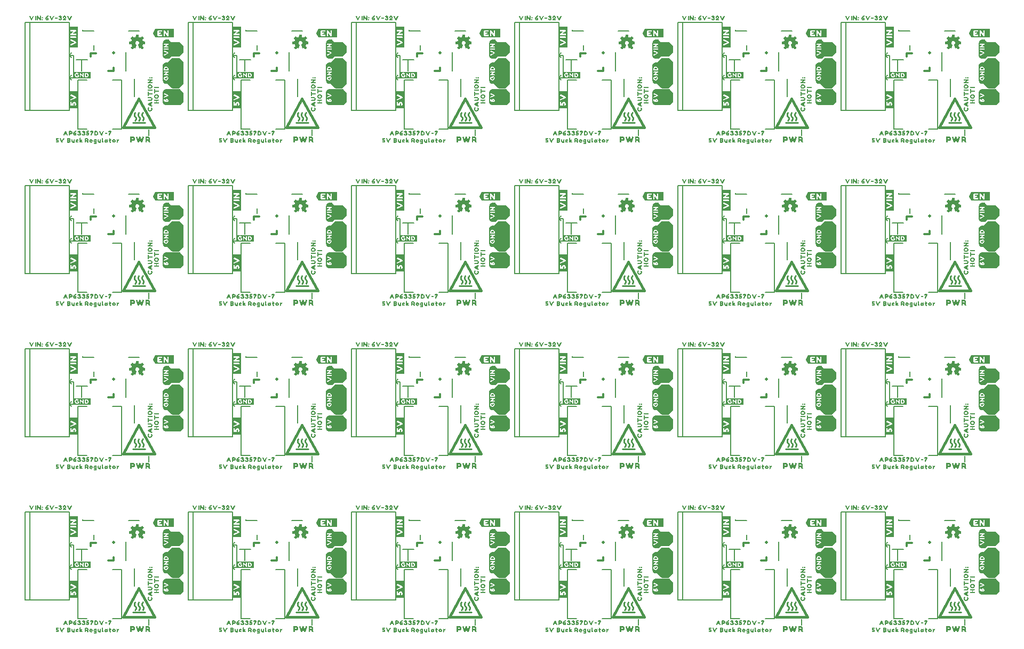
<source format=gto>
G04 EAGLE Gerber RS-274X export*
G75*
%MOMM*%
%FSLAX34Y34*%
%LPD*%
%INSilkscreen Top*%
%IPPOS*%
%AMOC8*
5,1,8,0,0,1.08239X$1,22.5*%
G01*
%ADD10C,0.203200*%
%ADD11C,0.300000*%
%ADD12C,0.508000*%
%ADD13C,0.200000*%
%ADD14C,0.250000*%
%ADD15C,0.400000*%

G36*
X1281503Y90158D02*
X1281503Y90158D01*
X1281602Y90161D01*
X1281660Y90178D01*
X1281720Y90185D01*
X1281812Y90222D01*
X1281907Y90249D01*
X1281960Y90280D01*
X1282016Y90302D01*
X1282096Y90360D01*
X1282181Y90411D01*
X1282257Y90477D01*
X1282273Y90489D01*
X1282281Y90499D01*
X1282302Y90517D01*
X1288678Y96893D01*
X1288738Y96971D01*
X1288806Y97043D01*
X1288835Y97096D01*
X1288872Y97144D01*
X1288912Y97235D01*
X1288960Y97321D01*
X1288975Y97380D01*
X1288999Y97436D01*
X1289014Y97534D01*
X1289039Y97629D01*
X1289045Y97729D01*
X1289049Y97750D01*
X1289047Y97762D01*
X1289049Y97790D01*
X1289049Y130810D01*
X1289037Y130908D01*
X1289034Y131007D01*
X1289017Y131065D01*
X1289009Y131126D01*
X1288973Y131218D01*
X1288945Y131313D01*
X1288915Y131365D01*
X1288892Y131421D01*
X1288834Y131501D01*
X1288784Y131587D01*
X1288718Y131662D01*
X1288706Y131679D01*
X1288696Y131686D01*
X1288678Y131708D01*
X1282328Y138058D01*
X1282249Y138118D01*
X1282177Y138186D01*
X1282124Y138215D01*
X1282076Y138252D01*
X1281985Y138292D01*
X1281899Y138340D01*
X1281840Y138355D01*
X1281784Y138379D01*
X1281686Y138394D01*
X1281591Y138419D01*
X1281491Y138425D01*
X1281470Y138429D01*
X1281458Y138427D01*
X1281430Y138429D01*
X1271270Y138429D01*
X1271172Y138417D01*
X1271073Y138414D01*
X1271015Y138397D01*
X1270954Y138389D01*
X1270862Y138353D01*
X1270767Y138325D01*
X1270715Y138295D01*
X1270659Y138272D01*
X1270579Y138214D01*
X1270493Y138164D01*
X1270418Y138098D01*
X1270401Y138086D01*
X1270394Y138076D01*
X1270373Y138058D01*
X1263353Y131038D01*
X1261872Y131038D01*
X1261820Y131048D01*
X1261813Y131045D01*
X1261810Y131049D01*
X1260310Y131049D01*
X1260304Y131045D01*
X1260300Y131048D01*
X1259800Y130948D01*
X1259796Y130943D01*
X1259792Y130946D01*
X1259292Y130746D01*
X1259290Y130743D01*
X1259288Y130744D01*
X1258890Y130545D01*
X1258392Y130346D01*
X1258387Y130338D01*
X1258380Y130339D01*
X1257580Y129739D01*
X1257578Y129730D01*
X1257571Y129730D01*
X1256671Y128530D01*
X1256671Y128520D01*
X1256664Y128518D01*
X1256064Y127018D01*
X1256065Y127017D01*
X1256064Y127016D01*
X1256066Y127012D01*
X1256068Y127005D01*
X1256061Y127000D01*
X1256061Y126505D01*
X1255962Y126010D01*
X1255965Y126003D01*
X1255961Y126000D01*
X1255961Y102700D01*
X1255967Y102691D01*
X1255965Y102681D01*
X1255978Y102677D01*
X1255997Y102653D01*
X1255979Y102638D01*
X1255972Y102608D01*
X1255961Y102600D01*
X1255961Y102400D01*
X1255965Y102394D01*
X1255962Y102390D01*
X1256262Y100890D01*
X1256269Y100884D01*
X1256266Y100878D01*
X1256466Y100478D01*
X1256469Y100477D01*
X1256468Y100475D01*
X1256767Y99977D01*
X1256966Y99578D01*
X1256976Y99573D01*
X1256975Y99565D01*
X1257373Y99168D01*
X1257671Y98770D01*
X1257680Y98768D01*
X1257680Y98761D01*
X1258080Y98461D01*
X1258084Y98461D01*
X1258085Y98458D01*
X1258585Y98158D01*
X1258588Y98158D01*
X1258588Y98156D01*
X1258988Y97956D01*
X1258991Y97957D01*
X1258992Y97954D01*
X1259492Y97754D01*
X1259498Y97756D01*
X1259500Y97752D01*
X1260500Y97552D01*
X1260507Y97555D01*
X1260510Y97551D01*
X1262010Y97551D01*
X1262021Y97559D01*
X1262028Y97554D01*
X1262112Y97588D01*
X1263327Y97588D01*
X1270398Y90517D01*
X1270476Y90456D01*
X1270548Y90389D01*
X1270601Y90359D01*
X1270649Y90322D01*
X1270740Y90283D01*
X1270827Y90235D01*
X1270885Y90220D01*
X1270941Y90196D01*
X1271039Y90180D01*
X1271135Y90156D01*
X1271235Y90149D01*
X1271255Y90146D01*
X1271267Y90147D01*
X1271295Y90145D01*
X1281405Y90145D01*
X1281503Y90158D01*
G37*
G36*
X763343Y349238D02*
X763343Y349238D01*
X763442Y349241D01*
X763500Y349258D01*
X763560Y349265D01*
X763652Y349302D01*
X763747Y349329D01*
X763800Y349360D01*
X763856Y349382D01*
X763936Y349440D01*
X764021Y349491D01*
X764097Y349557D01*
X764113Y349569D01*
X764121Y349579D01*
X764142Y349597D01*
X770518Y355973D01*
X770578Y356051D01*
X770646Y356123D01*
X770675Y356176D01*
X770712Y356224D01*
X770752Y356315D01*
X770800Y356401D01*
X770815Y356460D01*
X770839Y356516D01*
X770854Y356614D01*
X770879Y356709D01*
X770885Y356809D01*
X770889Y356830D01*
X770887Y356842D01*
X770889Y356870D01*
X770889Y389890D01*
X770877Y389988D01*
X770874Y390087D01*
X770857Y390145D01*
X770849Y390206D01*
X770813Y390298D01*
X770785Y390393D01*
X770755Y390445D01*
X770732Y390501D01*
X770674Y390581D01*
X770624Y390667D01*
X770558Y390742D01*
X770546Y390759D01*
X770536Y390766D01*
X770518Y390788D01*
X764168Y397138D01*
X764089Y397198D01*
X764017Y397266D01*
X763964Y397295D01*
X763916Y397332D01*
X763825Y397372D01*
X763739Y397420D01*
X763680Y397435D01*
X763624Y397459D01*
X763526Y397474D01*
X763431Y397499D01*
X763331Y397505D01*
X763310Y397509D01*
X763298Y397507D01*
X763270Y397509D01*
X753110Y397509D01*
X753012Y397497D01*
X752913Y397494D01*
X752855Y397477D01*
X752794Y397469D01*
X752702Y397433D01*
X752607Y397405D01*
X752555Y397375D01*
X752499Y397352D01*
X752419Y397294D01*
X752333Y397244D01*
X752258Y397178D01*
X752241Y397166D01*
X752234Y397156D01*
X752213Y397138D01*
X745193Y390118D01*
X743712Y390118D01*
X743660Y390128D01*
X743653Y390125D01*
X743650Y390129D01*
X742150Y390129D01*
X742144Y390125D01*
X742140Y390128D01*
X741640Y390028D01*
X741636Y390023D01*
X741632Y390026D01*
X741132Y389826D01*
X741130Y389823D01*
X741128Y389824D01*
X740730Y389625D01*
X740232Y389426D01*
X740227Y389418D01*
X740220Y389419D01*
X739420Y388819D01*
X739418Y388810D01*
X739411Y388810D01*
X738511Y387610D01*
X738511Y387600D01*
X738504Y387598D01*
X737904Y386098D01*
X737905Y386097D01*
X737904Y386096D01*
X737906Y386092D01*
X737908Y386085D01*
X737901Y386080D01*
X737901Y385585D01*
X737802Y385090D01*
X737805Y385083D01*
X737801Y385080D01*
X737801Y361780D01*
X737807Y361771D01*
X737805Y361761D01*
X737818Y361757D01*
X737837Y361733D01*
X737819Y361718D01*
X737812Y361688D01*
X737801Y361680D01*
X737801Y361480D01*
X737805Y361474D01*
X737802Y361470D01*
X738102Y359970D01*
X738109Y359964D01*
X738106Y359958D01*
X738306Y359558D01*
X738309Y359557D01*
X738308Y359555D01*
X738607Y359057D01*
X738806Y358658D01*
X738816Y358653D01*
X738815Y358645D01*
X739213Y358248D01*
X739511Y357850D01*
X739520Y357848D01*
X739520Y357841D01*
X739920Y357541D01*
X739924Y357541D01*
X739925Y357538D01*
X740425Y357238D01*
X740428Y357238D01*
X740428Y357236D01*
X740828Y357036D01*
X740831Y357037D01*
X740832Y357034D01*
X741332Y356834D01*
X741338Y356836D01*
X741340Y356832D01*
X742340Y356632D01*
X742347Y356635D01*
X742350Y356631D01*
X743850Y356631D01*
X743861Y356639D01*
X743868Y356634D01*
X743952Y356668D01*
X745167Y356668D01*
X752238Y349597D01*
X752316Y349536D01*
X752388Y349469D01*
X752441Y349439D01*
X752489Y349402D01*
X752580Y349363D01*
X752667Y349315D01*
X752725Y349300D01*
X752781Y349276D01*
X752879Y349260D01*
X752975Y349236D01*
X753075Y349229D01*
X753095Y349226D01*
X753107Y349227D01*
X753135Y349225D01*
X763245Y349225D01*
X763343Y349238D01*
G37*
G36*
X1281503Y349238D02*
X1281503Y349238D01*
X1281602Y349241D01*
X1281660Y349258D01*
X1281720Y349265D01*
X1281812Y349302D01*
X1281907Y349329D01*
X1281960Y349360D01*
X1282016Y349382D01*
X1282096Y349440D01*
X1282181Y349491D01*
X1282257Y349557D01*
X1282273Y349569D01*
X1282281Y349579D01*
X1282302Y349597D01*
X1288678Y355973D01*
X1288738Y356051D01*
X1288806Y356123D01*
X1288835Y356176D01*
X1288872Y356224D01*
X1288912Y356315D01*
X1288960Y356401D01*
X1288975Y356460D01*
X1288999Y356516D01*
X1289014Y356614D01*
X1289039Y356709D01*
X1289045Y356809D01*
X1289049Y356830D01*
X1289047Y356842D01*
X1289049Y356870D01*
X1289049Y389890D01*
X1289037Y389988D01*
X1289034Y390087D01*
X1289017Y390145D01*
X1289009Y390206D01*
X1288973Y390298D01*
X1288945Y390393D01*
X1288915Y390445D01*
X1288892Y390501D01*
X1288834Y390581D01*
X1288784Y390667D01*
X1288718Y390742D01*
X1288706Y390759D01*
X1288696Y390766D01*
X1288678Y390788D01*
X1282328Y397138D01*
X1282249Y397198D01*
X1282177Y397266D01*
X1282124Y397295D01*
X1282076Y397332D01*
X1281985Y397372D01*
X1281899Y397420D01*
X1281840Y397435D01*
X1281784Y397459D01*
X1281686Y397474D01*
X1281591Y397499D01*
X1281491Y397505D01*
X1281470Y397509D01*
X1281458Y397507D01*
X1281430Y397509D01*
X1271270Y397509D01*
X1271172Y397497D01*
X1271073Y397494D01*
X1271015Y397477D01*
X1270954Y397469D01*
X1270862Y397433D01*
X1270767Y397405D01*
X1270715Y397375D01*
X1270659Y397352D01*
X1270579Y397294D01*
X1270493Y397244D01*
X1270418Y397178D01*
X1270401Y397166D01*
X1270394Y397156D01*
X1270373Y397138D01*
X1263353Y390118D01*
X1261872Y390118D01*
X1261820Y390128D01*
X1261813Y390125D01*
X1261810Y390129D01*
X1260310Y390129D01*
X1260304Y390125D01*
X1260300Y390128D01*
X1259800Y390028D01*
X1259796Y390023D01*
X1259792Y390026D01*
X1259292Y389826D01*
X1259290Y389823D01*
X1259288Y389824D01*
X1258890Y389625D01*
X1258392Y389426D01*
X1258387Y389418D01*
X1258380Y389419D01*
X1257580Y388819D01*
X1257578Y388810D01*
X1257571Y388810D01*
X1256671Y387610D01*
X1256671Y387600D01*
X1256664Y387598D01*
X1256064Y386098D01*
X1256065Y386097D01*
X1256064Y386096D01*
X1256066Y386092D01*
X1256068Y386085D01*
X1256061Y386080D01*
X1256061Y385585D01*
X1255962Y385090D01*
X1255965Y385083D01*
X1255961Y385080D01*
X1255961Y361780D01*
X1255967Y361771D01*
X1255965Y361761D01*
X1255978Y361757D01*
X1255997Y361733D01*
X1255979Y361718D01*
X1255972Y361688D01*
X1255961Y361680D01*
X1255961Y361480D01*
X1255965Y361474D01*
X1255962Y361470D01*
X1256262Y359970D01*
X1256269Y359964D01*
X1256266Y359958D01*
X1256466Y359558D01*
X1256469Y359557D01*
X1256468Y359555D01*
X1256767Y359057D01*
X1256966Y358658D01*
X1256976Y358653D01*
X1256975Y358645D01*
X1257373Y358248D01*
X1257671Y357850D01*
X1257680Y357848D01*
X1257680Y357841D01*
X1258080Y357541D01*
X1258084Y357541D01*
X1258085Y357538D01*
X1258585Y357238D01*
X1258588Y357238D01*
X1258588Y357236D01*
X1258988Y357036D01*
X1258991Y357037D01*
X1258992Y357034D01*
X1259492Y356834D01*
X1259498Y356836D01*
X1259500Y356832D01*
X1260500Y356632D01*
X1260507Y356635D01*
X1260510Y356631D01*
X1262010Y356631D01*
X1262021Y356639D01*
X1262028Y356634D01*
X1262112Y356668D01*
X1263327Y356668D01*
X1270398Y349597D01*
X1270476Y349536D01*
X1270548Y349469D01*
X1270601Y349439D01*
X1270649Y349402D01*
X1270740Y349363D01*
X1270827Y349315D01*
X1270885Y349300D01*
X1270941Y349276D01*
X1271039Y349260D01*
X1271135Y349236D01*
X1271235Y349229D01*
X1271255Y349226D01*
X1271267Y349227D01*
X1271295Y349225D01*
X1281405Y349225D01*
X1281503Y349238D01*
G37*
G36*
X1540583Y90158D02*
X1540583Y90158D01*
X1540682Y90161D01*
X1540740Y90178D01*
X1540800Y90185D01*
X1540892Y90222D01*
X1540987Y90249D01*
X1541040Y90280D01*
X1541096Y90302D01*
X1541176Y90360D01*
X1541261Y90411D01*
X1541337Y90477D01*
X1541353Y90489D01*
X1541361Y90499D01*
X1541382Y90517D01*
X1547758Y96893D01*
X1547818Y96971D01*
X1547886Y97043D01*
X1547915Y97096D01*
X1547952Y97144D01*
X1547992Y97235D01*
X1548040Y97321D01*
X1548055Y97380D01*
X1548079Y97436D01*
X1548094Y97534D01*
X1548119Y97629D01*
X1548125Y97729D01*
X1548129Y97750D01*
X1548127Y97762D01*
X1548129Y97790D01*
X1548129Y130810D01*
X1548117Y130908D01*
X1548114Y131007D01*
X1548097Y131065D01*
X1548089Y131126D01*
X1548053Y131218D01*
X1548025Y131313D01*
X1547995Y131365D01*
X1547972Y131421D01*
X1547914Y131501D01*
X1547864Y131587D01*
X1547798Y131662D01*
X1547786Y131679D01*
X1547776Y131686D01*
X1547758Y131708D01*
X1541408Y138058D01*
X1541329Y138118D01*
X1541257Y138186D01*
X1541204Y138215D01*
X1541156Y138252D01*
X1541065Y138292D01*
X1540979Y138340D01*
X1540920Y138355D01*
X1540864Y138379D01*
X1540766Y138394D01*
X1540671Y138419D01*
X1540571Y138425D01*
X1540550Y138429D01*
X1540538Y138427D01*
X1540510Y138429D01*
X1530350Y138429D01*
X1530252Y138417D01*
X1530153Y138414D01*
X1530095Y138397D01*
X1530034Y138389D01*
X1529942Y138353D01*
X1529847Y138325D01*
X1529795Y138295D01*
X1529739Y138272D01*
X1529659Y138214D01*
X1529573Y138164D01*
X1529498Y138098D01*
X1529481Y138086D01*
X1529474Y138076D01*
X1529453Y138058D01*
X1522433Y131038D01*
X1520952Y131038D01*
X1520900Y131048D01*
X1520893Y131045D01*
X1520890Y131049D01*
X1519390Y131049D01*
X1519384Y131045D01*
X1519380Y131048D01*
X1518880Y130948D01*
X1518876Y130943D01*
X1518872Y130946D01*
X1518372Y130746D01*
X1518370Y130743D01*
X1518368Y130744D01*
X1517970Y130545D01*
X1517472Y130346D01*
X1517467Y130338D01*
X1517460Y130339D01*
X1516660Y129739D01*
X1516658Y129730D01*
X1516651Y129730D01*
X1515751Y128530D01*
X1515751Y128520D01*
X1515744Y128518D01*
X1515144Y127018D01*
X1515145Y127017D01*
X1515144Y127016D01*
X1515146Y127012D01*
X1515148Y127005D01*
X1515141Y127000D01*
X1515141Y126505D01*
X1515042Y126010D01*
X1515045Y126003D01*
X1515041Y126000D01*
X1515041Y102700D01*
X1515047Y102691D01*
X1515045Y102681D01*
X1515058Y102677D01*
X1515077Y102653D01*
X1515059Y102638D01*
X1515052Y102608D01*
X1515041Y102600D01*
X1515041Y102400D01*
X1515045Y102394D01*
X1515042Y102390D01*
X1515342Y100890D01*
X1515349Y100884D01*
X1515346Y100878D01*
X1515546Y100478D01*
X1515549Y100477D01*
X1515548Y100475D01*
X1515847Y99977D01*
X1516046Y99578D01*
X1516056Y99573D01*
X1516055Y99565D01*
X1516453Y99168D01*
X1516751Y98770D01*
X1516760Y98768D01*
X1516760Y98761D01*
X1517160Y98461D01*
X1517164Y98461D01*
X1517165Y98458D01*
X1517665Y98158D01*
X1517668Y98158D01*
X1517668Y98156D01*
X1518068Y97956D01*
X1518071Y97957D01*
X1518072Y97954D01*
X1518572Y97754D01*
X1518578Y97756D01*
X1518580Y97752D01*
X1519580Y97552D01*
X1519587Y97555D01*
X1519590Y97551D01*
X1521090Y97551D01*
X1521101Y97559D01*
X1521108Y97554D01*
X1521192Y97588D01*
X1522407Y97588D01*
X1529478Y90517D01*
X1529556Y90456D01*
X1529628Y90389D01*
X1529681Y90359D01*
X1529729Y90322D01*
X1529820Y90283D01*
X1529907Y90235D01*
X1529965Y90220D01*
X1530021Y90196D01*
X1530119Y90180D01*
X1530215Y90156D01*
X1530315Y90149D01*
X1530335Y90146D01*
X1530347Y90147D01*
X1530375Y90145D01*
X1540485Y90145D01*
X1540583Y90158D01*
G37*
G36*
X763343Y90158D02*
X763343Y90158D01*
X763442Y90161D01*
X763500Y90178D01*
X763560Y90185D01*
X763652Y90222D01*
X763747Y90249D01*
X763800Y90280D01*
X763856Y90302D01*
X763936Y90360D01*
X764021Y90411D01*
X764097Y90477D01*
X764113Y90489D01*
X764121Y90499D01*
X764142Y90517D01*
X770518Y96893D01*
X770578Y96971D01*
X770646Y97043D01*
X770675Y97096D01*
X770712Y97144D01*
X770752Y97235D01*
X770800Y97321D01*
X770815Y97380D01*
X770839Y97436D01*
X770854Y97534D01*
X770879Y97629D01*
X770885Y97729D01*
X770889Y97750D01*
X770887Y97762D01*
X770889Y97790D01*
X770889Y130810D01*
X770877Y130908D01*
X770874Y131007D01*
X770857Y131065D01*
X770849Y131126D01*
X770813Y131218D01*
X770785Y131313D01*
X770755Y131365D01*
X770732Y131421D01*
X770674Y131501D01*
X770624Y131587D01*
X770558Y131662D01*
X770546Y131679D01*
X770536Y131686D01*
X770518Y131708D01*
X764168Y138058D01*
X764089Y138118D01*
X764017Y138186D01*
X763964Y138215D01*
X763916Y138252D01*
X763825Y138292D01*
X763739Y138340D01*
X763680Y138355D01*
X763624Y138379D01*
X763526Y138394D01*
X763431Y138419D01*
X763331Y138425D01*
X763310Y138429D01*
X763298Y138427D01*
X763270Y138429D01*
X753110Y138429D01*
X753012Y138417D01*
X752913Y138414D01*
X752855Y138397D01*
X752794Y138389D01*
X752702Y138353D01*
X752607Y138325D01*
X752555Y138295D01*
X752499Y138272D01*
X752419Y138214D01*
X752333Y138164D01*
X752258Y138098D01*
X752241Y138086D01*
X752234Y138076D01*
X752213Y138058D01*
X745193Y131038D01*
X743712Y131038D01*
X743660Y131048D01*
X743653Y131045D01*
X743650Y131049D01*
X742150Y131049D01*
X742144Y131045D01*
X742140Y131048D01*
X741640Y130948D01*
X741636Y130943D01*
X741632Y130946D01*
X741132Y130746D01*
X741130Y130743D01*
X741128Y130744D01*
X740730Y130545D01*
X740232Y130346D01*
X740227Y130338D01*
X740220Y130339D01*
X739420Y129739D01*
X739418Y129730D01*
X739411Y129730D01*
X738511Y128530D01*
X738511Y128520D01*
X738504Y128518D01*
X737904Y127018D01*
X737905Y127017D01*
X737904Y127016D01*
X737906Y127012D01*
X737908Y127005D01*
X737901Y127000D01*
X737901Y126505D01*
X737802Y126010D01*
X737805Y126003D01*
X737801Y126000D01*
X737801Y102700D01*
X737807Y102691D01*
X737805Y102681D01*
X737818Y102677D01*
X737837Y102653D01*
X737819Y102638D01*
X737812Y102608D01*
X737801Y102600D01*
X737801Y102400D01*
X737805Y102394D01*
X737802Y102390D01*
X738102Y100890D01*
X738109Y100884D01*
X738106Y100878D01*
X738306Y100478D01*
X738309Y100477D01*
X738308Y100475D01*
X738607Y99977D01*
X738806Y99578D01*
X738816Y99573D01*
X738815Y99565D01*
X739213Y99168D01*
X739511Y98770D01*
X739520Y98768D01*
X739520Y98761D01*
X739920Y98461D01*
X739924Y98461D01*
X739925Y98458D01*
X740425Y98158D01*
X740428Y98158D01*
X740428Y98156D01*
X740828Y97956D01*
X740831Y97957D01*
X740832Y97954D01*
X741332Y97754D01*
X741338Y97756D01*
X741340Y97752D01*
X742340Y97552D01*
X742347Y97555D01*
X742350Y97551D01*
X743850Y97551D01*
X743861Y97559D01*
X743868Y97554D01*
X743952Y97588D01*
X745167Y97588D01*
X752238Y90517D01*
X752316Y90456D01*
X752388Y90389D01*
X752441Y90359D01*
X752489Y90322D01*
X752580Y90283D01*
X752667Y90235D01*
X752725Y90220D01*
X752781Y90196D01*
X752879Y90180D01*
X752975Y90156D01*
X753075Y90149D01*
X753095Y90146D01*
X753107Y90147D01*
X753135Y90145D01*
X763245Y90145D01*
X763343Y90158D01*
G37*
G36*
X225493Y131045D02*
X225493Y131045D01*
X225490Y131049D01*
X223990Y131049D01*
X223984Y131045D01*
X223980Y131048D01*
X223480Y130948D01*
X223476Y130943D01*
X223472Y130946D01*
X222972Y130746D01*
X222970Y130743D01*
X222968Y130744D01*
X222570Y130545D01*
X222072Y130346D01*
X222067Y130338D01*
X222060Y130339D01*
X221260Y129739D01*
X221258Y129730D01*
X221251Y129730D01*
X220351Y128530D01*
X220351Y128520D01*
X220344Y128518D01*
X219744Y127018D01*
X219745Y127017D01*
X219744Y127016D01*
X219746Y127012D01*
X219748Y127005D01*
X219741Y127000D01*
X219741Y126505D01*
X219642Y126010D01*
X219645Y126003D01*
X219641Y126000D01*
X219641Y102700D01*
X219647Y102691D01*
X219645Y102681D01*
X219658Y102677D01*
X219677Y102653D01*
X219659Y102638D01*
X219652Y102608D01*
X219641Y102600D01*
X219641Y102400D01*
X219645Y102394D01*
X219642Y102390D01*
X219942Y100890D01*
X219949Y100884D01*
X219946Y100878D01*
X220146Y100478D01*
X220149Y100477D01*
X220148Y100475D01*
X220447Y99977D01*
X220646Y99578D01*
X220656Y99573D01*
X220655Y99565D01*
X221053Y99168D01*
X221351Y98770D01*
X221360Y98768D01*
X221360Y98761D01*
X221760Y98461D01*
X221764Y98461D01*
X221765Y98458D01*
X222265Y98158D01*
X222268Y98158D01*
X222268Y98156D01*
X222668Y97956D01*
X222671Y97957D01*
X222672Y97954D01*
X223172Y97754D01*
X223178Y97756D01*
X223180Y97752D01*
X224180Y97552D01*
X224187Y97555D01*
X224190Y97551D01*
X225690Y97551D01*
X225701Y97559D01*
X225708Y97554D01*
X225792Y97588D01*
X227007Y97588D01*
X234078Y90517D01*
X234156Y90456D01*
X234228Y90389D01*
X234281Y90359D01*
X234329Y90322D01*
X234420Y90283D01*
X234507Y90235D01*
X234565Y90220D01*
X234621Y90196D01*
X234719Y90180D01*
X234815Y90156D01*
X234915Y90149D01*
X234935Y90146D01*
X234947Y90147D01*
X234975Y90145D01*
X245085Y90145D01*
X245183Y90158D01*
X245282Y90161D01*
X245340Y90178D01*
X245400Y90185D01*
X245492Y90222D01*
X245587Y90249D01*
X245640Y90280D01*
X245696Y90302D01*
X245776Y90360D01*
X245861Y90411D01*
X245937Y90477D01*
X245953Y90489D01*
X245961Y90499D01*
X245982Y90517D01*
X252358Y96893D01*
X252418Y96971D01*
X252486Y97043D01*
X252515Y97096D01*
X252552Y97144D01*
X252592Y97235D01*
X252640Y97321D01*
X252655Y97380D01*
X252679Y97436D01*
X252694Y97534D01*
X252719Y97629D01*
X252725Y97729D01*
X252729Y97750D01*
X252727Y97762D01*
X252729Y97790D01*
X252729Y130810D01*
X252717Y130908D01*
X252714Y131007D01*
X252697Y131065D01*
X252689Y131126D01*
X252653Y131218D01*
X252625Y131313D01*
X252595Y131365D01*
X252572Y131421D01*
X252514Y131501D01*
X252464Y131587D01*
X252398Y131662D01*
X252386Y131679D01*
X252376Y131686D01*
X252358Y131708D01*
X246008Y138058D01*
X245929Y138118D01*
X245857Y138186D01*
X245804Y138215D01*
X245756Y138252D01*
X245665Y138292D01*
X245579Y138340D01*
X245520Y138355D01*
X245464Y138379D01*
X245366Y138394D01*
X245271Y138419D01*
X245171Y138425D01*
X245150Y138429D01*
X245138Y138427D01*
X245110Y138429D01*
X234950Y138429D01*
X234852Y138417D01*
X234753Y138414D01*
X234695Y138397D01*
X234634Y138389D01*
X234542Y138353D01*
X234447Y138325D01*
X234395Y138295D01*
X234339Y138272D01*
X234259Y138214D01*
X234173Y138164D01*
X234098Y138098D01*
X234081Y138086D01*
X234074Y138076D01*
X234053Y138058D01*
X227033Y131038D01*
X225552Y131038D01*
X225500Y131048D01*
X225493Y131045D01*
G37*
G36*
X1022423Y608318D02*
X1022423Y608318D01*
X1022522Y608321D01*
X1022580Y608338D01*
X1022640Y608345D01*
X1022732Y608382D01*
X1022827Y608409D01*
X1022880Y608440D01*
X1022936Y608462D01*
X1023016Y608520D01*
X1023101Y608571D01*
X1023177Y608637D01*
X1023193Y608649D01*
X1023201Y608659D01*
X1023222Y608677D01*
X1029598Y615053D01*
X1029658Y615131D01*
X1029726Y615203D01*
X1029755Y615256D01*
X1029792Y615304D01*
X1029832Y615395D01*
X1029880Y615481D01*
X1029895Y615540D01*
X1029919Y615596D01*
X1029934Y615694D01*
X1029959Y615789D01*
X1029965Y615889D01*
X1029969Y615910D01*
X1029967Y615922D01*
X1029969Y615950D01*
X1029969Y648970D01*
X1029957Y649068D01*
X1029954Y649167D01*
X1029937Y649225D01*
X1029929Y649286D01*
X1029893Y649378D01*
X1029865Y649473D01*
X1029835Y649525D01*
X1029812Y649581D01*
X1029754Y649661D01*
X1029704Y649747D01*
X1029638Y649822D01*
X1029626Y649839D01*
X1029616Y649846D01*
X1029598Y649868D01*
X1023248Y656218D01*
X1023169Y656278D01*
X1023097Y656346D01*
X1023044Y656375D01*
X1022996Y656412D01*
X1022905Y656452D01*
X1022819Y656500D01*
X1022760Y656515D01*
X1022704Y656539D01*
X1022606Y656554D01*
X1022511Y656579D01*
X1022411Y656585D01*
X1022390Y656589D01*
X1022378Y656587D01*
X1022350Y656589D01*
X1012190Y656589D01*
X1012092Y656577D01*
X1011993Y656574D01*
X1011935Y656557D01*
X1011874Y656549D01*
X1011782Y656513D01*
X1011687Y656485D01*
X1011635Y656455D01*
X1011579Y656432D01*
X1011499Y656374D01*
X1011413Y656324D01*
X1011338Y656258D01*
X1011321Y656246D01*
X1011314Y656236D01*
X1011293Y656218D01*
X1004273Y649198D01*
X1002792Y649198D01*
X1002740Y649208D01*
X1002733Y649205D01*
X1002730Y649209D01*
X1001230Y649209D01*
X1001224Y649205D01*
X1001220Y649208D01*
X1000720Y649108D01*
X1000716Y649103D01*
X1000712Y649106D01*
X1000212Y648906D01*
X1000210Y648903D01*
X1000208Y648904D01*
X999810Y648705D01*
X999312Y648506D01*
X999307Y648498D01*
X999300Y648499D01*
X998500Y647899D01*
X998498Y647890D01*
X998491Y647890D01*
X997591Y646690D01*
X997591Y646680D01*
X997584Y646678D01*
X996984Y645178D01*
X996985Y645177D01*
X996984Y645176D01*
X996986Y645172D01*
X996988Y645165D01*
X996981Y645160D01*
X996981Y644665D01*
X996882Y644170D01*
X996885Y644163D01*
X996881Y644160D01*
X996881Y620860D01*
X996887Y620851D01*
X996885Y620841D01*
X996898Y620837D01*
X996917Y620813D01*
X996899Y620798D01*
X996892Y620768D01*
X996881Y620760D01*
X996881Y620560D01*
X996885Y620554D01*
X996882Y620550D01*
X997182Y619050D01*
X997189Y619044D01*
X997186Y619038D01*
X997386Y618638D01*
X997389Y618637D01*
X997388Y618635D01*
X997687Y618137D01*
X997886Y617738D01*
X997896Y617733D01*
X997895Y617725D01*
X998293Y617328D01*
X998591Y616930D01*
X998600Y616928D01*
X998600Y616921D01*
X999000Y616621D01*
X999004Y616621D01*
X999005Y616618D01*
X999505Y616318D01*
X999508Y616318D01*
X999508Y616316D01*
X999908Y616116D01*
X999911Y616117D01*
X999912Y616114D01*
X1000412Y615914D01*
X1000418Y615916D01*
X1000420Y615912D01*
X1001420Y615712D01*
X1001427Y615715D01*
X1001430Y615711D01*
X1002930Y615711D01*
X1002941Y615719D01*
X1002948Y615714D01*
X1003032Y615748D01*
X1004247Y615748D01*
X1011318Y608677D01*
X1011396Y608616D01*
X1011468Y608549D01*
X1011521Y608519D01*
X1011569Y608482D01*
X1011660Y608443D01*
X1011747Y608395D01*
X1011805Y608380D01*
X1011861Y608356D01*
X1011959Y608340D01*
X1012055Y608316D01*
X1012155Y608309D01*
X1012175Y608306D01*
X1012187Y608307D01*
X1012215Y608305D01*
X1022325Y608305D01*
X1022423Y608318D01*
G37*
G36*
X504263Y90158D02*
X504263Y90158D01*
X504362Y90161D01*
X504420Y90178D01*
X504480Y90185D01*
X504572Y90222D01*
X504667Y90249D01*
X504720Y90280D01*
X504776Y90302D01*
X504856Y90360D01*
X504941Y90411D01*
X505017Y90477D01*
X505033Y90489D01*
X505041Y90499D01*
X505062Y90517D01*
X511438Y96893D01*
X511498Y96971D01*
X511566Y97043D01*
X511595Y97096D01*
X511632Y97144D01*
X511672Y97235D01*
X511720Y97321D01*
X511735Y97380D01*
X511759Y97436D01*
X511774Y97534D01*
X511799Y97629D01*
X511805Y97729D01*
X511809Y97750D01*
X511807Y97762D01*
X511809Y97790D01*
X511809Y130810D01*
X511797Y130908D01*
X511794Y131007D01*
X511777Y131065D01*
X511769Y131126D01*
X511733Y131218D01*
X511705Y131313D01*
X511675Y131365D01*
X511652Y131421D01*
X511594Y131501D01*
X511544Y131587D01*
X511478Y131662D01*
X511466Y131679D01*
X511456Y131686D01*
X511438Y131708D01*
X505088Y138058D01*
X505009Y138118D01*
X504937Y138186D01*
X504884Y138215D01*
X504836Y138252D01*
X504745Y138292D01*
X504659Y138340D01*
X504600Y138355D01*
X504544Y138379D01*
X504446Y138394D01*
X504351Y138419D01*
X504251Y138425D01*
X504230Y138429D01*
X504218Y138427D01*
X504190Y138429D01*
X494030Y138429D01*
X493932Y138417D01*
X493833Y138414D01*
X493775Y138397D01*
X493714Y138389D01*
X493622Y138353D01*
X493527Y138325D01*
X493475Y138295D01*
X493419Y138272D01*
X493339Y138214D01*
X493253Y138164D01*
X493178Y138098D01*
X493161Y138086D01*
X493154Y138076D01*
X493133Y138058D01*
X486113Y131038D01*
X484632Y131038D01*
X484580Y131048D01*
X484573Y131045D01*
X484570Y131049D01*
X483070Y131049D01*
X483064Y131045D01*
X483060Y131048D01*
X482560Y130948D01*
X482556Y130943D01*
X482552Y130946D01*
X482052Y130746D01*
X482050Y130743D01*
X482048Y130744D01*
X481650Y130545D01*
X481152Y130346D01*
X481147Y130338D01*
X481140Y130339D01*
X480340Y129739D01*
X480338Y129730D01*
X480331Y129730D01*
X479431Y128530D01*
X479431Y128520D01*
X479424Y128518D01*
X478824Y127018D01*
X478825Y127017D01*
X478824Y127016D01*
X478826Y127012D01*
X478828Y127005D01*
X478821Y127000D01*
X478821Y126505D01*
X478722Y126010D01*
X478725Y126003D01*
X478721Y126000D01*
X478721Y102700D01*
X478727Y102691D01*
X478725Y102681D01*
X478738Y102677D01*
X478757Y102653D01*
X478739Y102638D01*
X478732Y102608D01*
X478721Y102600D01*
X478721Y102400D01*
X478725Y102394D01*
X478722Y102390D01*
X479022Y100890D01*
X479029Y100884D01*
X479026Y100878D01*
X479226Y100478D01*
X479229Y100477D01*
X479228Y100475D01*
X479527Y99977D01*
X479726Y99578D01*
X479736Y99573D01*
X479735Y99565D01*
X480133Y99168D01*
X480431Y98770D01*
X480440Y98768D01*
X480440Y98761D01*
X480840Y98461D01*
X480844Y98461D01*
X480845Y98458D01*
X481345Y98158D01*
X481348Y98158D01*
X481348Y98156D01*
X481748Y97956D01*
X481751Y97957D01*
X481752Y97954D01*
X482252Y97754D01*
X482258Y97756D01*
X482260Y97752D01*
X483260Y97552D01*
X483267Y97555D01*
X483270Y97551D01*
X484770Y97551D01*
X484781Y97559D01*
X484788Y97554D01*
X484872Y97588D01*
X486087Y97588D01*
X493158Y90517D01*
X493236Y90456D01*
X493308Y90389D01*
X493361Y90359D01*
X493409Y90322D01*
X493500Y90283D01*
X493587Y90235D01*
X493645Y90220D01*
X493701Y90196D01*
X493799Y90180D01*
X493895Y90156D01*
X493995Y90149D01*
X494015Y90146D01*
X494027Y90147D01*
X494055Y90145D01*
X504165Y90145D01*
X504263Y90158D01*
G37*
G36*
X1022423Y90158D02*
X1022423Y90158D01*
X1022522Y90161D01*
X1022580Y90178D01*
X1022640Y90185D01*
X1022732Y90222D01*
X1022827Y90249D01*
X1022880Y90280D01*
X1022936Y90302D01*
X1023016Y90360D01*
X1023101Y90411D01*
X1023177Y90477D01*
X1023193Y90489D01*
X1023201Y90499D01*
X1023222Y90517D01*
X1029598Y96893D01*
X1029658Y96971D01*
X1029726Y97043D01*
X1029755Y97096D01*
X1029792Y97144D01*
X1029832Y97235D01*
X1029880Y97321D01*
X1029895Y97380D01*
X1029919Y97436D01*
X1029934Y97534D01*
X1029959Y97629D01*
X1029965Y97729D01*
X1029969Y97750D01*
X1029967Y97762D01*
X1029969Y97790D01*
X1029969Y130810D01*
X1029957Y130908D01*
X1029954Y131007D01*
X1029937Y131065D01*
X1029929Y131126D01*
X1029893Y131218D01*
X1029865Y131313D01*
X1029835Y131365D01*
X1029812Y131421D01*
X1029754Y131501D01*
X1029704Y131587D01*
X1029638Y131662D01*
X1029626Y131679D01*
X1029616Y131686D01*
X1029598Y131708D01*
X1023248Y138058D01*
X1023169Y138118D01*
X1023097Y138186D01*
X1023044Y138215D01*
X1022996Y138252D01*
X1022905Y138292D01*
X1022819Y138340D01*
X1022760Y138355D01*
X1022704Y138379D01*
X1022606Y138394D01*
X1022511Y138419D01*
X1022411Y138425D01*
X1022390Y138429D01*
X1022378Y138427D01*
X1022350Y138429D01*
X1012190Y138429D01*
X1012092Y138417D01*
X1011993Y138414D01*
X1011935Y138397D01*
X1011874Y138389D01*
X1011782Y138353D01*
X1011687Y138325D01*
X1011635Y138295D01*
X1011579Y138272D01*
X1011499Y138214D01*
X1011413Y138164D01*
X1011338Y138098D01*
X1011321Y138086D01*
X1011314Y138076D01*
X1011293Y138058D01*
X1004273Y131038D01*
X1002792Y131038D01*
X1002740Y131048D01*
X1002733Y131045D01*
X1002730Y131049D01*
X1001230Y131049D01*
X1001224Y131045D01*
X1001220Y131048D01*
X1000720Y130948D01*
X1000716Y130943D01*
X1000712Y130946D01*
X1000212Y130746D01*
X1000210Y130743D01*
X1000208Y130744D01*
X999810Y130545D01*
X999312Y130346D01*
X999307Y130338D01*
X999300Y130339D01*
X998500Y129739D01*
X998498Y129730D01*
X998491Y129730D01*
X997591Y128530D01*
X997591Y128520D01*
X997584Y128518D01*
X996984Y127018D01*
X996985Y127017D01*
X996984Y127016D01*
X996986Y127012D01*
X996988Y127005D01*
X996981Y127000D01*
X996981Y126505D01*
X996882Y126010D01*
X996885Y126003D01*
X996881Y126000D01*
X996881Y102700D01*
X996887Y102691D01*
X996885Y102681D01*
X996898Y102677D01*
X996917Y102653D01*
X996899Y102638D01*
X996892Y102608D01*
X996881Y102600D01*
X996881Y102400D01*
X996885Y102394D01*
X996882Y102390D01*
X997182Y100890D01*
X997189Y100884D01*
X997186Y100878D01*
X997386Y100478D01*
X997389Y100477D01*
X997388Y100475D01*
X997687Y99977D01*
X997886Y99578D01*
X997896Y99573D01*
X997895Y99565D01*
X998293Y99168D01*
X998591Y98770D01*
X998600Y98768D01*
X998600Y98761D01*
X999000Y98461D01*
X999004Y98461D01*
X999005Y98458D01*
X999505Y98158D01*
X999508Y98158D01*
X999508Y98156D01*
X999908Y97956D01*
X999911Y97957D01*
X999912Y97954D01*
X1000412Y97754D01*
X1000418Y97756D01*
X1000420Y97752D01*
X1001420Y97552D01*
X1001427Y97555D01*
X1001430Y97551D01*
X1002930Y97551D01*
X1002941Y97559D01*
X1002948Y97554D01*
X1003032Y97588D01*
X1004247Y97588D01*
X1011318Y90517D01*
X1011396Y90456D01*
X1011468Y90389D01*
X1011521Y90359D01*
X1011569Y90322D01*
X1011660Y90283D01*
X1011747Y90235D01*
X1011805Y90220D01*
X1011861Y90196D01*
X1011959Y90180D01*
X1012055Y90156D01*
X1012155Y90149D01*
X1012175Y90146D01*
X1012187Y90147D01*
X1012215Y90145D01*
X1022325Y90145D01*
X1022423Y90158D01*
G37*
G36*
X1540583Y349238D02*
X1540583Y349238D01*
X1540682Y349241D01*
X1540740Y349258D01*
X1540800Y349265D01*
X1540892Y349302D01*
X1540987Y349329D01*
X1541040Y349360D01*
X1541096Y349382D01*
X1541176Y349440D01*
X1541261Y349491D01*
X1541337Y349557D01*
X1541353Y349569D01*
X1541361Y349579D01*
X1541382Y349597D01*
X1547758Y355973D01*
X1547818Y356051D01*
X1547886Y356123D01*
X1547915Y356176D01*
X1547952Y356224D01*
X1547992Y356315D01*
X1548040Y356401D01*
X1548055Y356460D01*
X1548079Y356516D01*
X1548094Y356614D01*
X1548119Y356709D01*
X1548125Y356809D01*
X1548129Y356830D01*
X1548127Y356842D01*
X1548129Y356870D01*
X1548129Y389890D01*
X1548117Y389988D01*
X1548114Y390087D01*
X1548097Y390145D01*
X1548089Y390206D01*
X1548053Y390298D01*
X1548025Y390393D01*
X1547995Y390445D01*
X1547972Y390501D01*
X1547914Y390581D01*
X1547864Y390667D01*
X1547798Y390742D01*
X1547786Y390759D01*
X1547776Y390766D01*
X1547758Y390788D01*
X1541408Y397138D01*
X1541329Y397198D01*
X1541257Y397266D01*
X1541204Y397295D01*
X1541156Y397332D01*
X1541065Y397372D01*
X1540979Y397420D01*
X1540920Y397435D01*
X1540864Y397459D01*
X1540766Y397474D01*
X1540671Y397499D01*
X1540571Y397505D01*
X1540550Y397509D01*
X1540538Y397507D01*
X1540510Y397509D01*
X1530350Y397509D01*
X1530252Y397497D01*
X1530153Y397494D01*
X1530095Y397477D01*
X1530034Y397469D01*
X1529942Y397433D01*
X1529847Y397405D01*
X1529795Y397375D01*
X1529739Y397352D01*
X1529659Y397294D01*
X1529573Y397244D01*
X1529498Y397178D01*
X1529481Y397166D01*
X1529474Y397156D01*
X1529453Y397138D01*
X1522433Y390118D01*
X1520952Y390118D01*
X1520900Y390128D01*
X1520893Y390125D01*
X1520890Y390129D01*
X1519390Y390129D01*
X1519384Y390125D01*
X1519380Y390128D01*
X1518880Y390028D01*
X1518876Y390023D01*
X1518872Y390026D01*
X1518372Y389826D01*
X1518370Y389823D01*
X1518368Y389824D01*
X1517970Y389625D01*
X1517472Y389426D01*
X1517467Y389418D01*
X1517460Y389419D01*
X1516660Y388819D01*
X1516658Y388810D01*
X1516651Y388810D01*
X1515751Y387610D01*
X1515751Y387600D01*
X1515744Y387598D01*
X1515144Y386098D01*
X1515145Y386097D01*
X1515144Y386096D01*
X1515146Y386092D01*
X1515148Y386085D01*
X1515141Y386080D01*
X1515141Y385585D01*
X1515042Y385090D01*
X1515045Y385083D01*
X1515041Y385080D01*
X1515041Y361780D01*
X1515047Y361771D01*
X1515045Y361761D01*
X1515058Y361757D01*
X1515077Y361733D01*
X1515059Y361718D01*
X1515052Y361688D01*
X1515041Y361680D01*
X1515041Y361480D01*
X1515045Y361474D01*
X1515042Y361470D01*
X1515342Y359970D01*
X1515349Y359964D01*
X1515346Y359958D01*
X1515546Y359558D01*
X1515549Y359557D01*
X1515548Y359555D01*
X1515847Y359057D01*
X1516046Y358658D01*
X1516056Y358653D01*
X1516055Y358645D01*
X1516453Y358248D01*
X1516751Y357850D01*
X1516760Y357848D01*
X1516760Y357841D01*
X1517160Y357541D01*
X1517164Y357541D01*
X1517165Y357538D01*
X1517665Y357238D01*
X1517668Y357238D01*
X1517668Y357236D01*
X1518068Y357036D01*
X1518071Y357037D01*
X1518072Y357034D01*
X1518572Y356834D01*
X1518578Y356836D01*
X1518580Y356832D01*
X1519580Y356632D01*
X1519587Y356635D01*
X1519590Y356631D01*
X1521090Y356631D01*
X1521101Y356639D01*
X1521108Y356634D01*
X1521192Y356668D01*
X1522407Y356668D01*
X1529478Y349597D01*
X1529556Y349536D01*
X1529628Y349469D01*
X1529681Y349439D01*
X1529729Y349402D01*
X1529820Y349363D01*
X1529907Y349315D01*
X1529965Y349300D01*
X1530021Y349276D01*
X1530119Y349260D01*
X1530215Y349236D01*
X1530315Y349229D01*
X1530335Y349226D01*
X1530347Y349227D01*
X1530375Y349225D01*
X1540485Y349225D01*
X1540583Y349238D01*
G37*
G36*
X1022423Y349238D02*
X1022423Y349238D01*
X1022522Y349241D01*
X1022580Y349258D01*
X1022640Y349265D01*
X1022732Y349302D01*
X1022827Y349329D01*
X1022880Y349360D01*
X1022936Y349382D01*
X1023016Y349440D01*
X1023101Y349491D01*
X1023177Y349557D01*
X1023193Y349569D01*
X1023201Y349579D01*
X1023222Y349597D01*
X1029598Y355973D01*
X1029658Y356051D01*
X1029726Y356123D01*
X1029755Y356176D01*
X1029792Y356224D01*
X1029832Y356315D01*
X1029880Y356401D01*
X1029895Y356460D01*
X1029919Y356516D01*
X1029934Y356614D01*
X1029959Y356709D01*
X1029965Y356809D01*
X1029969Y356830D01*
X1029967Y356842D01*
X1029969Y356870D01*
X1029969Y389890D01*
X1029957Y389988D01*
X1029954Y390087D01*
X1029937Y390145D01*
X1029929Y390206D01*
X1029893Y390298D01*
X1029865Y390393D01*
X1029835Y390445D01*
X1029812Y390501D01*
X1029754Y390581D01*
X1029704Y390667D01*
X1029638Y390742D01*
X1029626Y390759D01*
X1029616Y390766D01*
X1029598Y390788D01*
X1023248Y397138D01*
X1023169Y397198D01*
X1023097Y397266D01*
X1023044Y397295D01*
X1022996Y397332D01*
X1022905Y397372D01*
X1022819Y397420D01*
X1022760Y397435D01*
X1022704Y397459D01*
X1022606Y397474D01*
X1022511Y397499D01*
X1022411Y397505D01*
X1022390Y397509D01*
X1022378Y397507D01*
X1022350Y397509D01*
X1012190Y397509D01*
X1012092Y397497D01*
X1011993Y397494D01*
X1011935Y397477D01*
X1011874Y397469D01*
X1011782Y397433D01*
X1011687Y397405D01*
X1011635Y397375D01*
X1011579Y397352D01*
X1011499Y397294D01*
X1011413Y397244D01*
X1011338Y397178D01*
X1011321Y397166D01*
X1011314Y397156D01*
X1011293Y397138D01*
X1004273Y390118D01*
X1002792Y390118D01*
X1002740Y390128D01*
X1002733Y390125D01*
X1002730Y390129D01*
X1001230Y390129D01*
X1001224Y390125D01*
X1001220Y390128D01*
X1000720Y390028D01*
X1000716Y390023D01*
X1000712Y390026D01*
X1000212Y389826D01*
X1000210Y389823D01*
X1000208Y389824D01*
X999810Y389625D01*
X999312Y389426D01*
X999307Y389418D01*
X999300Y389419D01*
X998500Y388819D01*
X998498Y388810D01*
X998491Y388810D01*
X997591Y387610D01*
X997591Y387600D01*
X997584Y387598D01*
X996984Y386098D01*
X996985Y386097D01*
X996984Y386096D01*
X996986Y386092D01*
X996988Y386085D01*
X996981Y386080D01*
X996981Y385585D01*
X996882Y385090D01*
X996885Y385083D01*
X996881Y385080D01*
X996881Y361780D01*
X996887Y361771D01*
X996885Y361761D01*
X996898Y361757D01*
X996917Y361733D01*
X996899Y361718D01*
X996892Y361688D01*
X996881Y361680D01*
X996881Y361480D01*
X996885Y361474D01*
X996882Y361470D01*
X997182Y359970D01*
X997189Y359964D01*
X997186Y359958D01*
X997386Y359558D01*
X997389Y359557D01*
X997388Y359555D01*
X997687Y359057D01*
X997886Y358658D01*
X997896Y358653D01*
X997895Y358645D01*
X998293Y358248D01*
X998591Y357850D01*
X998600Y357848D01*
X998600Y357841D01*
X999000Y357541D01*
X999004Y357541D01*
X999005Y357538D01*
X999505Y357238D01*
X999508Y357238D01*
X999508Y357236D01*
X999908Y357036D01*
X999911Y357037D01*
X999912Y357034D01*
X1000412Y356834D01*
X1000418Y356836D01*
X1000420Y356832D01*
X1001420Y356632D01*
X1001427Y356635D01*
X1001430Y356631D01*
X1002930Y356631D01*
X1002941Y356639D01*
X1002948Y356634D01*
X1003032Y356668D01*
X1004247Y356668D01*
X1011318Y349597D01*
X1011396Y349536D01*
X1011468Y349469D01*
X1011521Y349439D01*
X1011569Y349402D01*
X1011660Y349363D01*
X1011747Y349315D01*
X1011805Y349300D01*
X1011861Y349276D01*
X1011959Y349260D01*
X1012055Y349236D01*
X1012155Y349229D01*
X1012175Y349226D01*
X1012187Y349227D01*
X1012215Y349225D01*
X1022325Y349225D01*
X1022423Y349238D01*
G37*
G36*
X504263Y608318D02*
X504263Y608318D01*
X504362Y608321D01*
X504420Y608338D01*
X504480Y608345D01*
X504572Y608382D01*
X504667Y608409D01*
X504720Y608440D01*
X504776Y608462D01*
X504856Y608520D01*
X504941Y608571D01*
X505017Y608637D01*
X505033Y608649D01*
X505041Y608659D01*
X505062Y608677D01*
X511438Y615053D01*
X511498Y615131D01*
X511566Y615203D01*
X511595Y615256D01*
X511632Y615304D01*
X511672Y615395D01*
X511720Y615481D01*
X511735Y615540D01*
X511759Y615596D01*
X511774Y615694D01*
X511799Y615789D01*
X511805Y615889D01*
X511809Y615910D01*
X511807Y615922D01*
X511809Y615950D01*
X511809Y648970D01*
X511797Y649068D01*
X511794Y649167D01*
X511777Y649225D01*
X511769Y649286D01*
X511733Y649378D01*
X511705Y649473D01*
X511675Y649525D01*
X511652Y649581D01*
X511594Y649661D01*
X511544Y649747D01*
X511478Y649822D01*
X511466Y649839D01*
X511456Y649846D01*
X511438Y649868D01*
X505088Y656218D01*
X505009Y656278D01*
X504937Y656346D01*
X504884Y656375D01*
X504836Y656412D01*
X504745Y656452D01*
X504659Y656500D01*
X504600Y656515D01*
X504544Y656539D01*
X504446Y656554D01*
X504351Y656579D01*
X504251Y656585D01*
X504230Y656589D01*
X504218Y656587D01*
X504190Y656589D01*
X494030Y656589D01*
X493932Y656577D01*
X493833Y656574D01*
X493775Y656557D01*
X493714Y656549D01*
X493622Y656513D01*
X493527Y656485D01*
X493475Y656455D01*
X493419Y656432D01*
X493339Y656374D01*
X493253Y656324D01*
X493178Y656258D01*
X493161Y656246D01*
X493154Y656236D01*
X493133Y656218D01*
X486113Y649198D01*
X484632Y649198D01*
X484580Y649208D01*
X484573Y649205D01*
X484570Y649209D01*
X483070Y649209D01*
X483064Y649205D01*
X483060Y649208D01*
X482560Y649108D01*
X482556Y649103D01*
X482552Y649106D01*
X482052Y648906D01*
X482050Y648903D01*
X482048Y648904D01*
X481650Y648705D01*
X481152Y648506D01*
X481147Y648498D01*
X481140Y648499D01*
X480340Y647899D01*
X480338Y647890D01*
X480331Y647890D01*
X479431Y646690D01*
X479431Y646680D01*
X479424Y646678D01*
X478824Y645178D01*
X478825Y645177D01*
X478824Y645176D01*
X478826Y645172D01*
X478828Y645165D01*
X478821Y645160D01*
X478821Y644665D01*
X478722Y644170D01*
X478725Y644163D01*
X478721Y644160D01*
X478721Y620860D01*
X478727Y620851D01*
X478725Y620841D01*
X478738Y620837D01*
X478757Y620813D01*
X478739Y620798D01*
X478732Y620768D01*
X478721Y620760D01*
X478721Y620560D01*
X478725Y620554D01*
X478722Y620550D01*
X479022Y619050D01*
X479029Y619044D01*
X479026Y619038D01*
X479226Y618638D01*
X479229Y618637D01*
X479228Y618635D01*
X479527Y618137D01*
X479726Y617738D01*
X479736Y617733D01*
X479735Y617725D01*
X480133Y617328D01*
X480431Y616930D01*
X480440Y616928D01*
X480440Y616921D01*
X480840Y616621D01*
X480844Y616621D01*
X480845Y616618D01*
X481345Y616318D01*
X481348Y616318D01*
X481348Y616316D01*
X481748Y616116D01*
X481751Y616117D01*
X481752Y616114D01*
X482252Y615914D01*
X482258Y615916D01*
X482260Y615912D01*
X483260Y615712D01*
X483267Y615715D01*
X483270Y615711D01*
X484770Y615711D01*
X484781Y615719D01*
X484788Y615714D01*
X484872Y615748D01*
X486087Y615748D01*
X493158Y608677D01*
X493236Y608616D01*
X493308Y608549D01*
X493361Y608519D01*
X493409Y608482D01*
X493500Y608443D01*
X493587Y608395D01*
X493645Y608380D01*
X493701Y608356D01*
X493799Y608340D01*
X493895Y608316D01*
X493995Y608309D01*
X494015Y608306D01*
X494027Y608307D01*
X494055Y608305D01*
X504165Y608305D01*
X504263Y608318D01*
G37*
G36*
X245183Y349238D02*
X245183Y349238D01*
X245282Y349241D01*
X245340Y349258D01*
X245400Y349265D01*
X245492Y349302D01*
X245587Y349329D01*
X245640Y349360D01*
X245696Y349382D01*
X245776Y349440D01*
X245861Y349491D01*
X245937Y349557D01*
X245953Y349569D01*
X245961Y349579D01*
X245982Y349597D01*
X252358Y355973D01*
X252418Y356051D01*
X252486Y356123D01*
X252515Y356176D01*
X252552Y356224D01*
X252592Y356315D01*
X252640Y356401D01*
X252655Y356460D01*
X252679Y356516D01*
X252694Y356614D01*
X252719Y356709D01*
X252725Y356809D01*
X252729Y356830D01*
X252727Y356842D01*
X252729Y356870D01*
X252729Y389890D01*
X252717Y389988D01*
X252714Y390087D01*
X252697Y390145D01*
X252689Y390206D01*
X252653Y390298D01*
X252625Y390393D01*
X252595Y390445D01*
X252572Y390501D01*
X252514Y390581D01*
X252464Y390667D01*
X252398Y390742D01*
X252386Y390759D01*
X252376Y390766D01*
X252358Y390788D01*
X246008Y397138D01*
X245929Y397198D01*
X245857Y397266D01*
X245804Y397295D01*
X245756Y397332D01*
X245665Y397372D01*
X245579Y397420D01*
X245520Y397435D01*
X245464Y397459D01*
X245366Y397474D01*
X245271Y397499D01*
X245171Y397505D01*
X245150Y397509D01*
X245138Y397507D01*
X245110Y397509D01*
X234950Y397509D01*
X234852Y397497D01*
X234753Y397494D01*
X234695Y397477D01*
X234634Y397469D01*
X234542Y397433D01*
X234447Y397405D01*
X234395Y397375D01*
X234339Y397352D01*
X234259Y397294D01*
X234173Y397244D01*
X234098Y397178D01*
X234081Y397166D01*
X234074Y397156D01*
X234053Y397138D01*
X227033Y390118D01*
X225552Y390118D01*
X225500Y390128D01*
X225493Y390125D01*
X225490Y390129D01*
X223990Y390129D01*
X223984Y390125D01*
X223980Y390128D01*
X223480Y390028D01*
X223476Y390023D01*
X223472Y390026D01*
X222972Y389826D01*
X222970Y389823D01*
X222968Y389824D01*
X222570Y389625D01*
X222072Y389426D01*
X222067Y389418D01*
X222060Y389419D01*
X221260Y388819D01*
X221258Y388810D01*
X221251Y388810D01*
X220351Y387610D01*
X220351Y387600D01*
X220344Y387598D01*
X219744Y386098D01*
X219745Y386097D01*
X219744Y386096D01*
X219746Y386092D01*
X219748Y386085D01*
X219741Y386080D01*
X219741Y385585D01*
X219642Y385090D01*
X219645Y385083D01*
X219641Y385080D01*
X219641Y361780D01*
X219647Y361771D01*
X219645Y361761D01*
X219658Y361757D01*
X219677Y361733D01*
X219659Y361718D01*
X219652Y361688D01*
X219641Y361680D01*
X219641Y361480D01*
X219645Y361474D01*
X219642Y361470D01*
X219942Y359970D01*
X219949Y359964D01*
X219946Y359958D01*
X220146Y359558D01*
X220149Y359557D01*
X220148Y359555D01*
X220447Y359057D01*
X220646Y358658D01*
X220656Y358653D01*
X220655Y358645D01*
X221053Y358248D01*
X221351Y357850D01*
X221360Y357848D01*
X221360Y357841D01*
X221760Y357541D01*
X221764Y357541D01*
X221765Y357538D01*
X222265Y357238D01*
X222268Y357238D01*
X222268Y357236D01*
X222668Y357036D01*
X222671Y357037D01*
X222672Y357034D01*
X223172Y356834D01*
X223178Y356836D01*
X223180Y356832D01*
X224180Y356632D01*
X224187Y356635D01*
X224190Y356631D01*
X225690Y356631D01*
X225701Y356639D01*
X225708Y356634D01*
X225792Y356668D01*
X227007Y356668D01*
X234078Y349597D01*
X234156Y349536D01*
X234228Y349469D01*
X234281Y349439D01*
X234329Y349402D01*
X234420Y349363D01*
X234507Y349315D01*
X234565Y349300D01*
X234621Y349276D01*
X234719Y349260D01*
X234815Y349236D01*
X234915Y349229D01*
X234935Y349226D01*
X234947Y349227D01*
X234975Y349225D01*
X245085Y349225D01*
X245183Y349238D01*
G37*
G36*
X245183Y608318D02*
X245183Y608318D01*
X245282Y608321D01*
X245340Y608338D01*
X245400Y608345D01*
X245492Y608382D01*
X245587Y608409D01*
X245640Y608440D01*
X245696Y608462D01*
X245776Y608520D01*
X245861Y608571D01*
X245937Y608637D01*
X245953Y608649D01*
X245961Y608659D01*
X245982Y608677D01*
X252358Y615053D01*
X252418Y615131D01*
X252486Y615203D01*
X252515Y615256D01*
X252552Y615304D01*
X252592Y615395D01*
X252640Y615481D01*
X252655Y615540D01*
X252679Y615596D01*
X252694Y615694D01*
X252719Y615789D01*
X252725Y615889D01*
X252729Y615910D01*
X252727Y615922D01*
X252729Y615950D01*
X252729Y648970D01*
X252717Y649068D01*
X252714Y649167D01*
X252697Y649225D01*
X252689Y649286D01*
X252653Y649378D01*
X252625Y649473D01*
X252595Y649525D01*
X252572Y649581D01*
X252514Y649661D01*
X252464Y649747D01*
X252398Y649822D01*
X252386Y649839D01*
X252376Y649846D01*
X252358Y649868D01*
X246008Y656218D01*
X245929Y656278D01*
X245857Y656346D01*
X245804Y656375D01*
X245756Y656412D01*
X245665Y656452D01*
X245579Y656500D01*
X245520Y656515D01*
X245464Y656539D01*
X245366Y656554D01*
X245271Y656579D01*
X245171Y656585D01*
X245150Y656589D01*
X245138Y656587D01*
X245110Y656589D01*
X234950Y656589D01*
X234852Y656577D01*
X234753Y656574D01*
X234695Y656557D01*
X234634Y656549D01*
X234542Y656513D01*
X234447Y656485D01*
X234395Y656455D01*
X234339Y656432D01*
X234259Y656374D01*
X234173Y656324D01*
X234098Y656258D01*
X234081Y656246D01*
X234074Y656236D01*
X234053Y656218D01*
X227033Y649198D01*
X225552Y649198D01*
X225500Y649208D01*
X225493Y649205D01*
X225490Y649209D01*
X223990Y649209D01*
X223984Y649205D01*
X223980Y649208D01*
X223480Y649108D01*
X223476Y649103D01*
X223472Y649106D01*
X222972Y648906D01*
X222970Y648903D01*
X222968Y648904D01*
X222570Y648705D01*
X222072Y648506D01*
X222067Y648498D01*
X222060Y648499D01*
X221260Y647899D01*
X221258Y647890D01*
X221251Y647890D01*
X220351Y646690D01*
X220351Y646680D01*
X220344Y646678D01*
X219744Y645178D01*
X219745Y645177D01*
X219744Y645176D01*
X219746Y645172D01*
X219748Y645165D01*
X219741Y645160D01*
X219741Y644665D01*
X219642Y644170D01*
X219645Y644163D01*
X219641Y644160D01*
X219641Y620860D01*
X219647Y620851D01*
X219645Y620841D01*
X219658Y620837D01*
X219677Y620813D01*
X219659Y620798D01*
X219652Y620768D01*
X219641Y620760D01*
X219641Y620560D01*
X219645Y620554D01*
X219642Y620550D01*
X219942Y619050D01*
X219949Y619044D01*
X219946Y619038D01*
X220146Y618638D01*
X220149Y618637D01*
X220148Y618635D01*
X220447Y618137D01*
X220646Y617738D01*
X220656Y617733D01*
X220655Y617725D01*
X221053Y617328D01*
X221351Y616930D01*
X221360Y616928D01*
X221360Y616921D01*
X221760Y616621D01*
X221764Y616621D01*
X221765Y616618D01*
X222265Y616318D01*
X222268Y616318D01*
X222268Y616316D01*
X222668Y616116D01*
X222671Y616117D01*
X222672Y616114D01*
X223172Y615914D01*
X223178Y615916D01*
X223180Y615912D01*
X224180Y615712D01*
X224187Y615715D01*
X224190Y615711D01*
X225690Y615711D01*
X225701Y615719D01*
X225708Y615714D01*
X225792Y615748D01*
X227007Y615748D01*
X234078Y608677D01*
X234156Y608616D01*
X234228Y608549D01*
X234281Y608519D01*
X234329Y608482D01*
X234420Y608443D01*
X234507Y608395D01*
X234565Y608380D01*
X234621Y608356D01*
X234719Y608340D01*
X234815Y608316D01*
X234915Y608309D01*
X234935Y608306D01*
X234947Y608307D01*
X234975Y608305D01*
X245085Y608305D01*
X245183Y608318D01*
G37*
G36*
X1281503Y608318D02*
X1281503Y608318D01*
X1281602Y608321D01*
X1281660Y608338D01*
X1281720Y608345D01*
X1281812Y608382D01*
X1281907Y608409D01*
X1281960Y608440D01*
X1282016Y608462D01*
X1282096Y608520D01*
X1282181Y608571D01*
X1282257Y608637D01*
X1282273Y608649D01*
X1282281Y608659D01*
X1282302Y608677D01*
X1288678Y615053D01*
X1288738Y615131D01*
X1288806Y615203D01*
X1288835Y615256D01*
X1288872Y615304D01*
X1288912Y615395D01*
X1288960Y615481D01*
X1288975Y615540D01*
X1288999Y615596D01*
X1289014Y615694D01*
X1289039Y615789D01*
X1289045Y615889D01*
X1289049Y615910D01*
X1289047Y615922D01*
X1289049Y615950D01*
X1289049Y648970D01*
X1289037Y649068D01*
X1289034Y649167D01*
X1289017Y649225D01*
X1289009Y649286D01*
X1288973Y649378D01*
X1288945Y649473D01*
X1288915Y649525D01*
X1288892Y649581D01*
X1288834Y649661D01*
X1288784Y649747D01*
X1288718Y649822D01*
X1288706Y649839D01*
X1288696Y649846D01*
X1288678Y649868D01*
X1282328Y656218D01*
X1282249Y656278D01*
X1282177Y656346D01*
X1282124Y656375D01*
X1282076Y656412D01*
X1281985Y656452D01*
X1281899Y656500D01*
X1281840Y656515D01*
X1281784Y656539D01*
X1281686Y656554D01*
X1281591Y656579D01*
X1281491Y656585D01*
X1281470Y656589D01*
X1281458Y656587D01*
X1281430Y656589D01*
X1271270Y656589D01*
X1271172Y656577D01*
X1271073Y656574D01*
X1271015Y656557D01*
X1270954Y656549D01*
X1270862Y656513D01*
X1270767Y656485D01*
X1270715Y656455D01*
X1270659Y656432D01*
X1270579Y656374D01*
X1270493Y656324D01*
X1270418Y656258D01*
X1270401Y656246D01*
X1270394Y656236D01*
X1270373Y656218D01*
X1263353Y649198D01*
X1261872Y649198D01*
X1261820Y649208D01*
X1261813Y649205D01*
X1261810Y649209D01*
X1260310Y649209D01*
X1260304Y649205D01*
X1260300Y649208D01*
X1259800Y649108D01*
X1259796Y649103D01*
X1259792Y649106D01*
X1259292Y648906D01*
X1259290Y648903D01*
X1259288Y648904D01*
X1258890Y648705D01*
X1258392Y648506D01*
X1258387Y648498D01*
X1258380Y648499D01*
X1257580Y647899D01*
X1257578Y647890D01*
X1257571Y647890D01*
X1256671Y646690D01*
X1256671Y646680D01*
X1256664Y646678D01*
X1256064Y645178D01*
X1256065Y645177D01*
X1256064Y645176D01*
X1256066Y645172D01*
X1256068Y645165D01*
X1256061Y645160D01*
X1256061Y644665D01*
X1255962Y644170D01*
X1255965Y644163D01*
X1255961Y644160D01*
X1255961Y620860D01*
X1255967Y620851D01*
X1255965Y620841D01*
X1255978Y620837D01*
X1255997Y620813D01*
X1255979Y620798D01*
X1255972Y620768D01*
X1255961Y620760D01*
X1255961Y620560D01*
X1255965Y620554D01*
X1255962Y620550D01*
X1256262Y619050D01*
X1256269Y619044D01*
X1256266Y619038D01*
X1256466Y618638D01*
X1256469Y618637D01*
X1256468Y618635D01*
X1256767Y618137D01*
X1256966Y617738D01*
X1256976Y617733D01*
X1256975Y617725D01*
X1257373Y617328D01*
X1257671Y616930D01*
X1257680Y616928D01*
X1257680Y616921D01*
X1258080Y616621D01*
X1258084Y616621D01*
X1258085Y616618D01*
X1258585Y616318D01*
X1258588Y616318D01*
X1258588Y616316D01*
X1258988Y616116D01*
X1258991Y616117D01*
X1258992Y616114D01*
X1259492Y615914D01*
X1259498Y615916D01*
X1259500Y615912D01*
X1260500Y615712D01*
X1260507Y615715D01*
X1260510Y615711D01*
X1262010Y615711D01*
X1262021Y615719D01*
X1262028Y615714D01*
X1262112Y615748D01*
X1263327Y615748D01*
X1270398Y608677D01*
X1270476Y608616D01*
X1270548Y608549D01*
X1270601Y608519D01*
X1270649Y608482D01*
X1270740Y608443D01*
X1270827Y608395D01*
X1270885Y608380D01*
X1270941Y608356D01*
X1271039Y608340D01*
X1271135Y608316D01*
X1271235Y608309D01*
X1271255Y608306D01*
X1271267Y608307D01*
X1271295Y608305D01*
X1281405Y608305D01*
X1281503Y608318D01*
G37*
G36*
X1022423Y867398D02*
X1022423Y867398D01*
X1022522Y867401D01*
X1022580Y867418D01*
X1022640Y867425D01*
X1022732Y867462D01*
X1022827Y867489D01*
X1022880Y867520D01*
X1022936Y867542D01*
X1023016Y867600D01*
X1023101Y867651D01*
X1023177Y867717D01*
X1023193Y867729D01*
X1023201Y867739D01*
X1023222Y867757D01*
X1029598Y874133D01*
X1029658Y874211D01*
X1029726Y874283D01*
X1029755Y874336D01*
X1029792Y874384D01*
X1029832Y874475D01*
X1029880Y874561D01*
X1029895Y874620D01*
X1029919Y874676D01*
X1029934Y874774D01*
X1029959Y874869D01*
X1029965Y874969D01*
X1029969Y874990D01*
X1029967Y875002D01*
X1029969Y875030D01*
X1029969Y908050D01*
X1029957Y908148D01*
X1029954Y908247D01*
X1029937Y908305D01*
X1029929Y908366D01*
X1029893Y908458D01*
X1029865Y908553D01*
X1029835Y908605D01*
X1029812Y908661D01*
X1029754Y908741D01*
X1029704Y908827D01*
X1029638Y908902D01*
X1029626Y908919D01*
X1029616Y908926D01*
X1029598Y908948D01*
X1023248Y915298D01*
X1023169Y915358D01*
X1023097Y915426D01*
X1023044Y915455D01*
X1022996Y915492D01*
X1022905Y915532D01*
X1022819Y915580D01*
X1022760Y915595D01*
X1022704Y915619D01*
X1022606Y915634D01*
X1022511Y915659D01*
X1022411Y915665D01*
X1022390Y915669D01*
X1022378Y915667D01*
X1022350Y915669D01*
X1012190Y915669D01*
X1012092Y915657D01*
X1011993Y915654D01*
X1011935Y915637D01*
X1011874Y915629D01*
X1011782Y915593D01*
X1011687Y915565D01*
X1011635Y915535D01*
X1011579Y915512D01*
X1011499Y915454D01*
X1011413Y915404D01*
X1011338Y915338D01*
X1011321Y915326D01*
X1011314Y915316D01*
X1011293Y915298D01*
X1004273Y908278D01*
X1002792Y908278D01*
X1002740Y908288D01*
X1002733Y908285D01*
X1002730Y908289D01*
X1001230Y908289D01*
X1001224Y908285D01*
X1001220Y908288D01*
X1000720Y908188D01*
X1000716Y908183D01*
X1000712Y908186D01*
X1000212Y907986D01*
X1000210Y907983D01*
X1000208Y907984D01*
X999810Y907785D01*
X999312Y907586D01*
X999307Y907578D01*
X999300Y907579D01*
X998500Y906979D01*
X998498Y906970D01*
X998491Y906970D01*
X997591Y905770D01*
X997591Y905760D01*
X997584Y905758D01*
X996984Y904258D01*
X996985Y904257D01*
X996984Y904256D01*
X996986Y904252D01*
X996988Y904245D01*
X996981Y904240D01*
X996981Y903745D01*
X996882Y903250D01*
X996885Y903243D01*
X996881Y903240D01*
X996881Y879940D01*
X996887Y879931D01*
X996885Y879921D01*
X996898Y879917D01*
X996917Y879893D01*
X996899Y879878D01*
X996892Y879848D01*
X996881Y879840D01*
X996881Y879640D01*
X996885Y879634D01*
X996882Y879630D01*
X997182Y878130D01*
X997189Y878124D01*
X997186Y878118D01*
X997386Y877718D01*
X997389Y877717D01*
X997388Y877715D01*
X997687Y877217D01*
X997886Y876818D01*
X997896Y876813D01*
X997895Y876805D01*
X998293Y876408D01*
X998591Y876010D01*
X998600Y876008D01*
X998600Y876001D01*
X999000Y875701D01*
X999004Y875701D01*
X999005Y875698D01*
X999505Y875398D01*
X999508Y875398D01*
X999508Y875396D01*
X999908Y875196D01*
X999911Y875197D01*
X999912Y875194D01*
X1000412Y874994D01*
X1000418Y874996D01*
X1000420Y874992D01*
X1001420Y874792D01*
X1001427Y874795D01*
X1001430Y874791D01*
X1002930Y874791D01*
X1002941Y874799D01*
X1002948Y874794D01*
X1003032Y874828D01*
X1004247Y874828D01*
X1011318Y867757D01*
X1011396Y867696D01*
X1011468Y867629D01*
X1011521Y867599D01*
X1011569Y867562D01*
X1011660Y867523D01*
X1011747Y867475D01*
X1011805Y867460D01*
X1011861Y867436D01*
X1011959Y867420D01*
X1012055Y867396D01*
X1012155Y867389D01*
X1012175Y867386D01*
X1012187Y867387D01*
X1012215Y867385D01*
X1022325Y867385D01*
X1022423Y867398D01*
G37*
G36*
X245183Y867398D02*
X245183Y867398D01*
X245282Y867401D01*
X245340Y867418D01*
X245400Y867425D01*
X245492Y867462D01*
X245587Y867489D01*
X245640Y867520D01*
X245696Y867542D01*
X245776Y867600D01*
X245861Y867651D01*
X245937Y867717D01*
X245953Y867729D01*
X245961Y867739D01*
X245982Y867757D01*
X252358Y874133D01*
X252418Y874211D01*
X252486Y874283D01*
X252515Y874336D01*
X252552Y874384D01*
X252592Y874475D01*
X252640Y874561D01*
X252655Y874620D01*
X252679Y874676D01*
X252694Y874774D01*
X252719Y874869D01*
X252725Y874969D01*
X252729Y874990D01*
X252727Y875002D01*
X252729Y875030D01*
X252729Y908050D01*
X252717Y908148D01*
X252714Y908247D01*
X252697Y908305D01*
X252689Y908366D01*
X252653Y908458D01*
X252625Y908553D01*
X252595Y908605D01*
X252572Y908661D01*
X252514Y908741D01*
X252464Y908827D01*
X252398Y908902D01*
X252386Y908919D01*
X252376Y908926D01*
X252358Y908948D01*
X246008Y915298D01*
X245929Y915358D01*
X245857Y915426D01*
X245804Y915455D01*
X245756Y915492D01*
X245665Y915532D01*
X245579Y915580D01*
X245520Y915595D01*
X245464Y915619D01*
X245366Y915634D01*
X245271Y915659D01*
X245171Y915665D01*
X245150Y915669D01*
X245138Y915667D01*
X245110Y915669D01*
X234950Y915669D01*
X234852Y915657D01*
X234753Y915654D01*
X234695Y915637D01*
X234634Y915629D01*
X234542Y915593D01*
X234447Y915565D01*
X234395Y915535D01*
X234339Y915512D01*
X234259Y915454D01*
X234173Y915404D01*
X234098Y915338D01*
X234081Y915326D01*
X234074Y915316D01*
X234053Y915298D01*
X227033Y908278D01*
X225552Y908278D01*
X225500Y908288D01*
X225493Y908285D01*
X225490Y908289D01*
X223990Y908289D01*
X223984Y908285D01*
X223980Y908288D01*
X223480Y908188D01*
X223476Y908183D01*
X223472Y908186D01*
X222972Y907986D01*
X222970Y907983D01*
X222968Y907984D01*
X222570Y907785D01*
X222072Y907586D01*
X222067Y907578D01*
X222060Y907579D01*
X221260Y906979D01*
X221258Y906970D01*
X221251Y906970D01*
X220351Y905770D01*
X220351Y905760D01*
X220344Y905758D01*
X219744Y904258D01*
X219745Y904257D01*
X219744Y904256D01*
X219746Y904252D01*
X219748Y904245D01*
X219741Y904240D01*
X219741Y903745D01*
X219642Y903250D01*
X219645Y903243D01*
X219641Y903240D01*
X219641Y879940D01*
X219647Y879931D01*
X219645Y879921D01*
X219658Y879917D01*
X219677Y879893D01*
X219659Y879878D01*
X219652Y879848D01*
X219641Y879840D01*
X219641Y879640D01*
X219645Y879634D01*
X219642Y879630D01*
X219942Y878130D01*
X219949Y878124D01*
X219946Y878118D01*
X220146Y877718D01*
X220149Y877717D01*
X220148Y877715D01*
X220447Y877217D01*
X220646Y876818D01*
X220656Y876813D01*
X220655Y876805D01*
X221053Y876408D01*
X221351Y876010D01*
X221360Y876008D01*
X221360Y876001D01*
X221760Y875701D01*
X221764Y875701D01*
X221765Y875698D01*
X222265Y875398D01*
X222268Y875398D01*
X222268Y875396D01*
X222668Y875196D01*
X222671Y875197D01*
X222672Y875194D01*
X223172Y874994D01*
X223178Y874996D01*
X223180Y874992D01*
X224180Y874792D01*
X224187Y874795D01*
X224190Y874791D01*
X225690Y874791D01*
X225701Y874799D01*
X225708Y874794D01*
X225792Y874828D01*
X227007Y874828D01*
X234078Y867757D01*
X234156Y867696D01*
X234228Y867629D01*
X234281Y867599D01*
X234329Y867562D01*
X234420Y867523D01*
X234507Y867475D01*
X234565Y867460D01*
X234621Y867436D01*
X234719Y867420D01*
X234815Y867396D01*
X234915Y867389D01*
X234935Y867386D01*
X234947Y867387D01*
X234975Y867385D01*
X245085Y867385D01*
X245183Y867398D01*
G37*
G36*
X504263Y867398D02*
X504263Y867398D01*
X504362Y867401D01*
X504420Y867418D01*
X504480Y867425D01*
X504572Y867462D01*
X504667Y867489D01*
X504720Y867520D01*
X504776Y867542D01*
X504856Y867600D01*
X504941Y867651D01*
X505017Y867717D01*
X505033Y867729D01*
X505041Y867739D01*
X505062Y867757D01*
X511438Y874133D01*
X511498Y874211D01*
X511566Y874283D01*
X511595Y874336D01*
X511632Y874384D01*
X511672Y874475D01*
X511720Y874561D01*
X511735Y874620D01*
X511759Y874676D01*
X511774Y874774D01*
X511799Y874869D01*
X511805Y874969D01*
X511809Y874990D01*
X511807Y875002D01*
X511809Y875030D01*
X511809Y908050D01*
X511797Y908148D01*
X511794Y908247D01*
X511777Y908305D01*
X511769Y908366D01*
X511733Y908458D01*
X511705Y908553D01*
X511675Y908605D01*
X511652Y908661D01*
X511594Y908741D01*
X511544Y908827D01*
X511478Y908902D01*
X511466Y908919D01*
X511456Y908926D01*
X511438Y908948D01*
X505088Y915298D01*
X505009Y915358D01*
X504937Y915426D01*
X504884Y915455D01*
X504836Y915492D01*
X504745Y915532D01*
X504659Y915580D01*
X504600Y915595D01*
X504544Y915619D01*
X504446Y915634D01*
X504351Y915659D01*
X504251Y915665D01*
X504230Y915669D01*
X504218Y915667D01*
X504190Y915669D01*
X494030Y915669D01*
X493932Y915657D01*
X493833Y915654D01*
X493775Y915637D01*
X493714Y915629D01*
X493622Y915593D01*
X493527Y915565D01*
X493475Y915535D01*
X493419Y915512D01*
X493339Y915454D01*
X493253Y915404D01*
X493178Y915338D01*
X493161Y915326D01*
X493154Y915316D01*
X493133Y915298D01*
X486113Y908278D01*
X484632Y908278D01*
X484580Y908288D01*
X484573Y908285D01*
X484570Y908289D01*
X483070Y908289D01*
X483064Y908285D01*
X483060Y908288D01*
X482560Y908188D01*
X482556Y908183D01*
X482552Y908186D01*
X482052Y907986D01*
X482050Y907983D01*
X482048Y907984D01*
X481650Y907785D01*
X481152Y907586D01*
X481147Y907578D01*
X481140Y907579D01*
X480340Y906979D01*
X480338Y906970D01*
X480331Y906970D01*
X479431Y905770D01*
X479431Y905760D01*
X479424Y905758D01*
X478824Y904258D01*
X478825Y904257D01*
X478824Y904256D01*
X478826Y904252D01*
X478828Y904245D01*
X478821Y904240D01*
X478821Y903745D01*
X478722Y903250D01*
X478725Y903243D01*
X478721Y903240D01*
X478721Y879940D01*
X478727Y879931D01*
X478725Y879921D01*
X478738Y879917D01*
X478757Y879893D01*
X478739Y879878D01*
X478732Y879848D01*
X478721Y879840D01*
X478721Y879640D01*
X478725Y879634D01*
X478722Y879630D01*
X479022Y878130D01*
X479029Y878124D01*
X479026Y878118D01*
X479226Y877718D01*
X479229Y877717D01*
X479228Y877715D01*
X479527Y877217D01*
X479726Y876818D01*
X479736Y876813D01*
X479735Y876805D01*
X480133Y876408D01*
X480431Y876010D01*
X480440Y876008D01*
X480440Y876001D01*
X480840Y875701D01*
X480844Y875701D01*
X480845Y875698D01*
X481345Y875398D01*
X481348Y875398D01*
X481348Y875396D01*
X481748Y875196D01*
X481751Y875197D01*
X481752Y875194D01*
X482252Y874994D01*
X482258Y874996D01*
X482260Y874992D01*
X483260Y874792D01*
X483267Y874795D01*
X483270Y874791D01*
X484770Y874791D01*
X484781Y874799D01*
X484788Y874794D01*
X484872Y874828D01*
X486087Y874828D01*
X493158Y867757D01*
X493236Y867696D01*
X493308Y867629D01*
X493361Y867599D01*
X493409Y867562D01*
X493500Y867523D01*
X493587Y867475D01*
X493645Y867460D01*
X493701Y867436D01*
X493799Y867420D01*
X493895Y867396D01*
X493995Y867389D01*
X494015Y867386D01*
X494027Y867387D01*
X494055Y867385D01*
X504165Y867385D01*
X504263Y867398D01*
G37*
G36*
X1540583Y867398D02*
X1540583Y867398D01*
X1540682Y867401D01*
X1540740Y867418D01*
X1540800Y867425D01*
X1540892Y867462D01*
X1540987Y867489D01*
X1541040Y867520D01*
X1541096Y867542D01*
X1541176Y867600D01*
X1541261Y867651D01*
X1541337Y867717D01*
X1541353Y867729D01*
X1541361Y867739D01*
X1541382Y867757D01*
X1547758Y874133D01*
X1547818Y874211D01*
X1547886Y874283D01*
X1547915Y874336D01*
X1547952Y874384D01*
X1547992Y874475D01*
X1548040Y874561D01*
X1548055Y874620D01*
X1548079Y874676D01*
X1548094Y874774D01*
X1548119Y874869D01*
X1548125Y874969D01*
X1548129Y874990D01*
X1548127Y875002D01*
X1548129Y875030D01*
X1548129Y908050D01*
X1548117Y908148D01*
X1548114Y908247D01*
X1548097Y908305D01*
X1548089Y908366D01*
X1548053Y908458D01*
X1548025Y908553D01*
X1547995Y908605D01*
X1547972Y908661D01*
X1547914Y908741D01*
X1547864Y908827D01*
X1547798Y908902D01*
X1547786Y908919D01*
X1547776Y908926D01*
X1547758Y908948D01*
X1541408Y915298D01*
X1541329Y915358D01*
X1541257Y915426D01*
X1541204Y915455D01*
X1541156Y915492D01*
X1541065Y915532D01*
X1540979Y915580D01*
X1540920Y915595D01*
X1540864Y915619D01*
X1540766Y915634D01*
X1540671Y915659D01*
X1540571Y915665D01*
X1540550Y915669D01*
X1540538Y915667D01*
X1540510Y915669D01*
X1530350Y915669D01*
X1530252Y915657D01*
X1530153Y915654D01*
X1530095Y915637D01*
X1530034Y915629D01*
X1529942Y915593D01*
X1529847Y915565D01*
X1529795Y915535D01*
X1529739Y915512D01*
X1529659Y915454D01*
X1529573Y915404D01*
X1529498Y915338D01*
X1529481Y915326D01*
X1529474Y915316D01*
X1529453Y915298D01*
X1522433Y908278D01*
X1520952Y908278D01*
X1520900Y908288D01*
X1520893Y908285D01*
X1520890Y908289D01*
X1519390Y908289D01*
X1519384Y908285D01*
X1519380Y908288D01*
X1518880Y908188D01*
X1518876Y908183D01*
X1518872Y908186D01*
X1518372Y907986D01*
X1518370Y907983D01*
X1518368Y907984D01*
X1517970Y907785D01*
X1517472Y907586D01*
X1517467Y907578D01*
X1517460Y907579D01*
X1516660Y906979D01*
X1516658Y906970D01*
X1516651Y906970D01*
X1515751Y905770D01*
X1515751Y905760D01*
X1515744Y905758D01*
X1515144Y904258D01*
X1515145Y904257D01*
X1515144Y904256D01*
X1515146Y904252D01*
X1515148Y904245D01*
X1515141Y904240D01*
X1515141Y903745D01*
X1515042Y903250D01*
X1515045Y903243D01*
X1515041Y903240D01*
X1515041Y879940D01*
X1515047Y879931D01*
X1515045Y879921D01*
X1515058Y879917D01*
X1515077Y879893D01*
X1515059Y879878D01*
X1515052Y879848D01*
X1515041Y879840D01*
X1515041Y879640D01*
X1515045Y879634D01*
X1515042Y879630D01*
X1515342Y878130D01*
X1515349Y878124D01*
X1515346Y878118D01*
X1515546Y877718D01*
X1515549Y877717D01*
X1515548Y877715D01*
X1515847Y877217D01*
X1516046Y876818D01*
X1516056Y876813D01*
X1516055Y876805D01*
X1516453Y876408D01*
X1516751Y876010D01*
X1516760Y876008D01*
X1516760Y876001D01*
X1517160Y875701D01*
X1517164Y875701D01*
X1517165Y875698D01*
X1517665Y875398D01*
X1517668Y875398D01*
X1517668Y875396D01*
X1518068Y875196D01*
X1518071Y875197D01*
X1518072Y875194D01*
X1518572Y874994D01*
X1518578Y874996D01*
X1518580Y874992D01*
X1519580Y874792D01*
X1519587Y874795D01*
X1519590Y874791D01*
X1521090Y874791D01*
X1521101Y874799D01*
X1521108Y874794D01*
X1521192Y874828D01*
X1522407Y874828D01*
X1529478Y867757D01*
X1529556Y867696D01*
X1529628Y867629D01*
X1529681Y867599D01*
X1529729Y867562D01*
X1529820Y867523D01*
X1529907Y867475D01*
X1529965Y867460D01*
X1530021Y867436D01*
X1530119Y867420D01*
X1530215Y867396D01*
X1530315Y867389D01*
X1530335Y867386D01*
X1530347Y867387D01*
X1530375Y867385D01*
X1540485Y867385D01*
X1540583Y867398D01*
G37*
G36*
X763343Y867398D02*
X763343Y867398D01*
X763442Y867401D01*
X763500Y867418D01*
X763560Y867425D01*
X763652Y867462D01*
X763747Y867489D01*
X763800Y867520D01*
X763856Y867542D01*
X763936Y867600D01*
X764021Y867651D01*
X764097Y867717D01*
X764113Y867729D01*
X764121Y867739D01*
X764142Y867757D01*
X770518Y874133D01*
X770578Y874211D01*
X770646Y874283D01*
X770675Y874336D01*
X770712Y874384D01*
X770752Y874475D01*
X770800Y874561D01*
X770815Y874620D01*
X770839Y874676D01*
X770854Y874774D01*
X770879Y874869D01*
X770885Y874969D01*
X770889Y874990D01*
X770887Y875002D01*
X770889Y875030D01*
X770889Y908050D01*
X770877Y908148D01*
X770874Y908247D01*
X770857Y908305D01*
X770849Y908366D01*
X770813Y908458D01*
X770785Y908553D01*
X770755Y908605D01*
X770732Y908661D01*
X770674Y908741D01*
X770624Y908827D01*
X770558Y908902D01*
X770546Y908919D01*
X770536Y908926D01*
X770518Y908948D01*
X764168Y915298D01*
X764089Y915358D01*
X764017Y915426D01*
X763964Y915455D01*
X763916Y915492D01*
X763825Y915532D01*
X763739Y915580D01*
X763680Y915595D01*
X763624Y915619D01*
X763526Y915634D01*
X763431Y915659D01*
X763331Y915665D01*
X763310Y915669D01*
X763298Y915667D01*
X763270Y915669D01*
X753110Y915669D01*
X753012Y915657D01*
X752913Y915654D01*
X752855Y915637D01*
X752794Y915629D01*
X752702Y915593D01*
X752607Y915565D01*
X752555Y915535D01*
X752499Y915512D01*
X752419Y915454D01*
X752333Y915404D01*
X752258Y915338D01*
X752241Y915326D01*
X752234Y915316D01*
X752213Y915298D01*
X745193Y908278D01*
X743712Y908278D01*
X743660Y908288D01*
X743653Y908285D01*
X743650Y908289D01*
X742150Y908289D01*
X742144Y908285D01*
X742140Y908288D01*
X741640Y908188D01*
X741636Y908183D01*
X741632Y908186D01*
X741132Y907986D01*
X741130Y907983D01*
X741128Y907984D01*
X740730Y907785D01*
X740232Y907586D01*
X740227Y907578D01*
X740220Y907579D01*
X739420Y906979D01*
X739418Y906970D01*
X739411Y906970D01*
X738511Y905770D01*
X738511Y905760D01*
X738504Y905758D01*
X737904Y904258D01*
X737905Y904257D01*
X737904Y904256D01*
X737906Y904252D01*
X737908Y904245D01*
X737901Y904240D01*
X737901Y903745D01*
X737802Y903250D01*
X737805Y903243D01*
X737801Y903240D01*
X737801Y879940D01*
X737807Y879931D01*
X737805Y879921D01*
X737818Y879917D01*
X737837Y879893D01*
X737819Y879878D01*
X737812Y879848D01*
X737801Y879840D01*
X737801Y879640D01*
X737805Y879634D01*
X737802Y879630D01*
X738102Y878130D01*
X738109Y878124D01*
X738106Y878118D01*
X738306Y877718D01*
X738309Y877717D01*
X738308Y877715D01*
X738607Y877217D01*
X738806Y876818D01*
X738816Y876813D01*
X738815Y876805D01*
X739213Y876408D01*
X739511Y876010D01*
X739520Y876008D01*
X739520Y876001D01*
X739920Y875701D01*
X739924Y875701D01*
X739925Y875698D01*
X740425Y875398D01*
X740428Y875398D01*
X740428Y875396D01*
X740828Y875196D01*
X740831Y875197D01*
X740832Y875194D01*
X741332Y874994D01*
X741338Y874996D01*
X741340Y874992D01*
X742340Y874792D01*
X742347Y874795D01*
X742350Y874791D01*
X743850Y874791D01*
X743861Y874799D01*
X743868Y874794D01*
X743952Y874828D01*
X745167Y874828D01*
X752238Y867757D01*
X752316Y867696D01*
X752388Y867629D01*
X752441Y867599D01*
X752489Y867562D01*
X752580Y867523D01*
X752667Y867475D01*
X752725Y867460D01*
X752781Y867436D01*
X752879Y867420D01*
X752975Y867396D01*
X753075Y867389D01*
X753095Y867386D01*
X753107Y867387D01*
X753135Y867385D01*
X763245Y867385D01*
X763343Y867398D01*
G37*
G36*
X1281503Y867398D02*
X1281503Y867398D01*
X1281602Y867401D01*
X1281660Y867418D01*
X1281720Y867425D01*
X1281812Y867462D01*
X1281907Y867489D01*
X1281960Y867520D01*
X1282016Y867542D01*
X1282096Y867600D01*
X1282181Y867651D01*
X1282257Y867717D01*
X1282273Y867729D01*
X1282281Y867739D01*
X1282302Y867757D01*
X1288678Y874133D01*
X1288738Y874211D01*
X1288806Y874283D01*
X1288835Y874336D01*
X1288872Y874384D01*
X1288912Y874475D01*
X1288960Y874561D01*
X1288975Y874620D01*
X1288999Y874676D01*
X1289014Y874774D01*
X1289039Y874869D01*
X1289045Y874969D01*
X1289049Y874990D01*
X1289047Y875002D01*
X1289049Y875030D01*
X1289049Y908050D01*
X1289037Y908148D01*
X1289034Y908247D01*
X1289017Y908305D01*
X1289009Y908366D01*
X1288973Y908458D01*
X1288945Y908553D01*
X1288915Y908605D01*
X1288892Y908661D01*
X1288834Y908741D01*
X1288784Y908827D01*
X1288718Y908902D01*
X1288706Y908919D01*
X1288696Y908926D01*
X1288678Y908948D01*
X1282328Y915298D01*
X1282249Y915358D01*
X1282177Y915426D01*
X1282124Y915455D01*
X1282076Y915492D01*
X1281985Y915532D01*
X1281899Y915580D01*
X1281840Y915595D01*
X1281784Y915619D01*
X1281686Y915634D01*
X1281591Y915659D01*
X1281491Y915665D01*
X1281470Y915669D01*
X1281458Y915667D01*
X1281430Y915669D01*
X1271270Y915669D01*
X1271172Y915657D01*
X1271073Y915654D01*
X1271015Y915637D01*
X1270954Y915629D01*
X1270862Y915593D01*
X1270767Y915565D01*
X1270715Y915535D01*
X1270659Y915512D01*
X1270579Y915454D01*
X1270493Y915404D01*
X1270418Y915338D01*
X1270401Y915326D01*
X1270394Y915316D01*
X1270373Y915298D01*
X1263353Y908278D01*
X1261872Y908278D01*
X1261820Y908288D01*
X1261813Y908285D01*
X1261810Y908289D01*
X1260310Y908289D01*
X1260304Y908285D01*
X1260300Y908288D01*
X1259800Y908188D01*
X1259796Y908183D01*
X1259792Y908186D01*
X1259292Y907986D01*
X1259290Y907983D01*
X1259288Y907984D01*
X1258890Y907785D01*
X1258392Y907586D01*
X1258387Y907578D01*
X1258380Y907579D01*
X1257580Y906979D01*
X1257578Y906970D01*
X1257571Y906970D01*
X1256671Y905770D01*
X1256671Y905760D01*
X1256664Y905758D01*
X1256064Y904258D01*
X1256065Y904257D01*
X1256064Y904256D01*
X1256066Y904252D01*
X1256068Y904245D01*
X1256061Y904240D01*
X1256061Y903745D01*
X1255962Y903250D01*
X1255965Y903243D01*
X1255961Y903240D01*
X1255961Y879940D01*
X1255967Y879931D01*
X1255965Y879921D01*
X1255978Y879917D01*
X1255997Y879893D01*
X1255979Y879878D01*
X1255972Y879848D01*
X1255961Y879840D01*
X1255961Y879640D01*
X1255965Y879634D01*
X1255962Y879630D01*
X1256262Y878130D01*
X1256269Y878124D01*
X1256266Y878118D01*
X1256466Y877718D01*
X1256469Y877717D01*
X1256468Y877715D01*
X1256767Y877217D01*
X1256966Y876818D01*
X1256976Y876813D01*
X1256975Y876805D01*
X1257373Y876408D01*
X1257671Y876010D01*
X1257680Y876008D01*
X1257680Y876001D01*
X1258080Y875701D01*
X1258084Y875701D01*
X1258085Y875698D01*
X1258585Y875398D01*
X1258588Y875398D01*
X1258588Y875396D01*
X1258988Y875196D01*
X1258991Y875197D01*
X1258992Y875194D01*
X1259492Y874994D01*
X1259498Y874996D01*
X1259500Y874992D01*
X1260500Y874792D01*
X1260507Y874795D01*
X1260510Y874791D01*
X1262010Y874791D01*
X1262021Y874799D01*
X1262028Y874794D01*
X1262112Y874828D01*
X1263327Y874828D01*
X1270398Y867757D01*
X1270476Y867696D01*
X1270548Y867629D01*
X1270601Y867599D01*
X1270649Y867562D01*
X1270740Y867523D01*
X1270827Y867475D01*
X1270885Y867460D01*
X1270941Y867436D01*
X1271039Y867420D01*
X1271135Y867396D01*
X1271235Y867389D01*
X1271255Y867386D01*
X1271267Y867387D01*
X1271295Y867385D01*
X1281405Y867385D01*
X1281503Y867398D01*
G37*
G36*
X504263Y349238D02*
X504263Y349238D01*
X504362Y349241D01*
X504420Y349258D01*
X504480Y349265D01*
X504572Y349302D01*
X504667Y349329D01*
X504720Y349360D01*
X504776Y349382D01*
X504856Y349440D01*
X504941Y349491D01*
X505017Y349557D01*
X505033Y349569D01*
X505041Y349579D01*
X505062Y349597D01*
X511438Y355973D01*
X511498Y356051D01*
X511566Y356123D01*
X511595Y356176D01*
X511632Y356224D01*
X511672Y356315D01*
X511720Y356401D01*
X511735Y356460D01*
X511759Y356516D01*
X511774Y356614D01*
X511799Y356709D01*
X511805Y356809D01*
X511809Y356830D01*
X511807Y356842D01*
X511809Y356870D01*
X511809Y389890D01*
X511797Y389988D01*
X511794Y390087D01*
X511777Y390145D01*
X511769Y390206D01*
X511733Y390298D01*
X511705Y390393D01*
X511675Y390445D01*
X511652Y390501D01*
X511594Y390581D01*
X511544Y390667D01*
X511478Y390742D01*
X511466Y390759D01*
X511456Y390766D01*
X511438Y390788D01*
X505088Y397138D01*
X505009Y397198D01*
X504937Y397266D01*
X504884Y397295D01*
X504836Y397332D01*
X504745Y397372D01*
X504659Y397420D01*
X504600Y397435D01*
X504544Y397459D01*
X504446Y397474D01*
X504351Y397499D01*
X504251Y397505D01*
X504230Y397509D01*
X504218Y397507D01*
X504190Y397509D01*
X494030Y397509D01*
X493932Y397497D01*
X493833Y397494D01*
X493775Y397477D01*
X493714Y397469D01*
X493622Y397433D01*
X493527Y397405D01*
X493475Y397375D01*
X493419Y397352D01*
X493339Y397294D01*
X493253Y397244D01*
X493178Y397178D01*
X493161Y397166D01*
X493154Y397156D01*
X493133Y397138D01*
X486113Y390118D01*
X484632Y390118D01*
X484580Y390128D01*
X484573Y390125D01*
X484570Y390129D01*
X483070Y390129D01*
X483064Y390125D01*
X483060Y390128D01*
X482560Y390028D01*
X482556Y390023D01*
X482552Y390026D01*
X482052Y389826D01*
X482050Y389823D01*
X482048Y389824D01*
X481650Y389625D01*
X481152Y389426D01*
X481147Y389418D01*
X481140Y389419D01*
X480340Y388819D01*
X480338Y388810D01*
X480331Y388810D01*
X479431Y387610D01*
X479431Y387600D01*
X479424Y387598D01*
X478824Y386098D01*
X478825Y386097D01*
X478824Y386096D01*
X478826Y386092D01*
X478828Y386085D01*
X478821Y386080D01*
X478821Y385585D01*
X478722Y385090D01*
X478725Y385083D01*
X478721Y385080D01*
X478721Y361780D01*
X478727Y361771D01*
X478725Y361761D01*
X478738Y361757D01*
X478757Y361733D01*
X478739Y361718D01*
X478732Y361688D01*
X478721Y361680D01*
X478721Y361480D01*
X478725Y361474D01*
X478722Y361470D01*
X479022Y359970D01*
X479029Y359964D01*
X479026Y359958D01*
X479226Y359558D01*
X479229Y359557D01*
X479228Y359555D01*
X479527Y359057D01*
X479726Y358658D01*
X479736Y358653D01*
X479735Y358645D01*
X480133Y358248D01*
X480431Y357850D01*
X480440Y357848D01*
X480440Y357841D01*
X480840Y357541D01*
X480844Y357541D01*
X480845Y357538D01*
X481345Y357238D01*
X481348Y357238D01*
X481348Y357236D01*
X481748Y357036D01*
X481751Y357037D01*
X481752Y357034D01*
X482252Y356834D01*
X482258Y356836D01*
X482260Y356832D01*
X483260Y356632D01*
X483267Y356635D01*
X483270Y356631D01*
X484770Y356631D01*
X484781Y356639D01*
X484788Y356634D01*
X484872Y356668D01*
X486087Y356668D01*
X493158Y349597D01*
X493236Y349536D01*
X493308Y349469D01*
X493361Y349439D01*
X493409Y349402D01*
X493500Y349363D01*
X493587Y349315D01*
X493645Y349300D01*
X493701Y349276D01*
X493799Y349260D01*
X493895Y349236D01*
X493995Y349229D01*
X494015Y349226D01*
X494027Y349227D01*
X494055Y349225D01*
X504165Y349225D01*
X504263Y349238D01*
G37*
G36*
X1540583Y608318D02*
X1540583Y608318D01*
X1540682Y608321D01*
X1540740Y608338D01*
X1540800Y608345D01*
X1540892Y608382D01*
X1540987Y608409D01*
X1541040Y608440D01*
X1541096Y608462D01*
X1541176Y608520D01*
X1541261Y608571D01*
X1541337Y608637D01*
X1541353Y608649D01*
X1541361Y608659D01*
X1541382Y608677D01*
X1547758Y615053D01*
X1547818Y615131D01*
X1547886Y615203D01*
X1547915Y615256D01*
X1547952Y615304D01*
X1547992Y615395D01*
X1548040Y615481D01*
X1548055Y615540D01*
X1548079Y615596D01*
X1548094Y615694D01*
X1548119Y615789D01*
X1548125Y615889D01*
X1548129Y615910D01*
X1548127Y615922D01*
X1548129Y615950D01*
X1548129Y648970D01*
X1548117Y649068D01*
X1548114Y649167D01*
X1548097Y649225D01*
X1548089Y649286D01*
X1548053Y649378D01*
X1548025Y649473D01*
X1547995Y649525D01*
X1547972Y649581D01*
X1547914Y649661D01*
X1547864Y649747D01*
X1547798Y649822D01*
X1547786Y649839D01*
X1547776Y649846D01*
X1547758Y649868D01*
X1541408Y656218D01*
X1541329Y656278D01*
X1541257Y656346D01*
X1541204Y656375D01*
X1541156Y656412D01*
X1541065Y656452D01*
X1540979Y656500D01*
X1540920Y656515D01*
X1540864Y656539D01*
X1540766Y656554D01*
X1540671Y656579D01*
X1540571Y656585D01*
X1540550Y656589D01*
X1540538Y656587D01*
X1540510Y656589D01*
X1530350Y656589D01*
X1530252Y656577D01*
X1530153Y656574D01*
X1530095Y656557D01*
X1530034Y656549D01*
X1529942Y656513D01*
X1529847Y656485D01*
X1529795Y656455D01*
X1529739Y656432D01*
X1529659Y656374D01*
X1529573Y656324D01*
X1529498Y656258D01*
X1529481Y656246D01*
X1529474Y656236D01*
X1529453Y656218D01*
X1522433Y649198D01*
X1520952Y649198D01*
X1520900Y649208D01*
X1520893Y649205D01*
X1520890Y649209D01*
X1519390Y649209D01*
X1519384Y649205D01*
X1519380Y649208D01*
X1518880Y649108D01*
X1518876Y649103D01*
X1518872Y649106D01*
X1518372Y648906D01*
X1518370Y648903D01*
X1518368Y648904D01*
X1517970Y648705D01*
X1517472Y648506D01*
X1517467Y648498D01*
X1517460Y648499D01*
X1516660Y647899D01*
X1516658Y647890D01*
X1516651Y647890D01*
X1515751Y646690D01*
X1515751Y646680D01*
X1515744Y646678D01*
X1515144Y645178D01*
X1515145Y645177D01*
X1515144Y645176D01*
X1515146Y645172D01*
X1515148Y645165D01*
X1515141Y645160D01*
X1515141Y644665D01*
X1515042Y644170D01*
X1515045Y644163D01*
X1515041Y644160D01*
X1515041Y620860D01*
X1515047Y620851D01*
X1515045Y620841D01*
X1515058Y620837D01*
X1515077Y620813D01*
X1515059Y620798D01*
X1515052Y620768D01*
X1515041Y620760D01*
X1515041Y620560D01*
X1515045Y620554D01*
X1515042Y620550D01*
X1515342Y619050D01*
X1515349Y619044D01*
X1515346Y619038D01*
X1515546Y618638D01*
X1515549Y618637D01*
X1515548Y618635D01*
X1515847Y618137D01*
X1516046Y617738D01*
X1516056Y617733D01*
X1516055Y617725D01*
X1516453Y617328D01*
X1516751Y616930D01*
X1516760Y616928D01*
X1516760Y616921D01*
X1517160Y616621D01*
X1517164Y616621D01*
X1517165Y616618D01*
X1517665Y616318D01*
X1517668Y616318D01*
X1517668Y616316D01*
X1518068Y616116D01*
X1518071Y616117D01*
X1518072Y616114D01*
X1518572Y615914D01*
X1518578Y615916D01*
X1518580Y615912D01*
X1519580Y615712D01*
X1519587Y615715D01*
X1519590Y615711D01*
X1521090Y615711D01*
X1521101Y615719D01*
X1521108Y615714D01*
X1521192Y615748D01*
X1522407Y615748D01*
X1529478Y608677D01*
X1529556Y608616D01*
X1529628Y608549D01*
X1529681Y608519D01*
X1529729Y608482D01*
X1529820Y608443D01*
X1529907Y608395D01*
X1529965Y608380D01*
X1530021Y608356D01*
X1530119Y608340D01*
X1530215Y608316D01*
X1530315Y608309D01*
X1530335Y608306D01*
X1530347Y608307D01*
X1530375Y608305D01*
X1540485Y608305D01*
X1540583Y608318D01*
G37*
G36*
X763343Y608318D02*
X763343Y608318D01*
X763442Y608321D01*
X763500Y608338D01*
X763560Y608345D01*
X763652Y608382D01*
X763747Y608409D01*
X763800Y608440D01*
X763856Y608462D01*
X763936Y608520D01*
X764021Y608571D01*
X764097Y608637D01*
X764113Y608649D01*
X764121Y608659D01*
X764142Y608677D01*
X770518Y615053D01*
X770578Y615131D01*
X770646Y615203D01*
X770675Y615256D01*
X770712Y615304D01*
X770752Y615395D01*
X770800Y615481D01*
X770815Y615540D01*
X770839Y615596D01*
X770854Y615694D01*
X770879Y615789D01*
X770885Y615889D01*
X770889Y615910D01*
X770887Y615922D01*
X770889Y615950D01*
X770889Y648970D01*
X770877Y649068D01*
X770874Y649167D01*
X770857Y649225D01*
X770849Y649286D01*
X770813Y649378D01*
X770785Y649473D01*
X770755Y649525D01*
X770732Y649581D01*
X770674Y649661D01*
X770624Y649747D01*
X770558Y649822D01*
X770546Y649839D01*
X770536Y649846D01*
X770518Y649868D01*
X764168Y656218D01*
X764089Y656278D01*
X764017Y656346D01*
X763964Y656375D01*
X763916Y656412D01*
X763825Y656452D01*
X763739Y656500D01*
X763680Y656515D01*
X763624Y656539D01*
X763526Y656554D01*
X763431Y656579D01*
X763331Y656585D01*
X763310Y656589D01*
X763298Y656587D01*
X763270Y656589D01*
X753110Y656589D01*
X753012Y656577D01*
X752913Y656574D01*
X752855Y656557D01*
X752794Y656549D01*
X752702Y656513D01*
X752607Y656485D01*
X752555Y656455D01*
X752499Y656432D01*
X752419Y656374D01*
X752333Y656324D01*
X752258Y656258D01*
X752241Y656246D01*
X752234Y656236D01*
X752213Y656218D01*
X745193Y649198D01*
X743712Y649198D01*
X743660Y649208D01*
X743653Y649205D01*
X743650Y649209D01*
X742150Y649209D01*
X742144Y649205D01*
X742140Y649208D01*
X741640Y649108D01*
X741636Y649103D01*
X741632Y649106D01*
X741132Y648906D01*
X741130Y648903D01*
X741128Y648904D01*
X740730Y648705D01*
X740232Y648506D01*
X740227Y648498D01*
X740220Y648499D01*
X739420Y647899D01*
X739418Y647890D01*
X739411Y647890D01*
X738511Y646690D01*
X738511Y646680D01*
X738504Y646678D01*
X737904Y645178D01*
X737905Y645177D01*
X737904Y645176D01*
X737906Y645172D01*
X737908Y645165D01*
X737901Y645160D01*
X737901Y644665D01*
X737802Y644170D01*
X737805Y644163D01*
X737801Y644160D01*
X737801Y620860D01*
X737807Y620851D01*
X737805Y620841D01*
X737818Y620837D01*
X737837Y620813D01*
X737819Y620798D01*
X737812Y620768D01*
X737801Y620760D01*
X737801Y620560D01*
X737805Y620554D01*
X737802Y620550D01*
X738102Y619050D01*
X738109Y619044D01*
X738106Y619038D01*
X738306Y618638D01*
X738309Y618637D01*
X738308Y618635D01*
X738607Y618137D01*
X738806Y617738D01*
X738816Y617733D01*
X738815Y617725D01*
X739213Y617328D01*
X739511Y616930D01*
X739520Y616928D01*
X739520Y616921D01*
X739920Y616621D01*
X739924Y616621D01*
X739925Y616618D01*
X740425Y616318D01*
X740428Y616318D01*
X740428Y616316D01*
X740828Y616116D01*
X740831Y616117D01*
X740832Y616114D01*
X741332Y615914D01*
X741338Y615916D01*
X741340Y615912D01*
X742340Y615712D01*
X742347Y615715D01*
X742350Y615711D01*
X743850Y615711D01*
X743861Y615719D01*
X743868Y615714D01*
X743952Y615748D01*
X745167Y615748D01*
X752238Y608677D01*
X752316Y608616D01*
X752388Y608549D01*
X752441Y608519D01*
X752489Y608482D01*
X752580Y608443D01*
X752667Y608395D01*
X752725Y608380D01*
X752781Y608356D01*
X752879Y608340D01*
X752975Y608316D01*
X753075Y608309D01*
X753095Y608306D01*
X753107Y608307D01*
X753135Y608305D01*
X763245Y608305D01*
X763343Y608318D01*
G37*
G36*
X764638Y581673D02*
X764638Y581673D01*
X764737Y581676D01*
X764795Y581693D01*
X764856Y581701D01*
X764948Y581737D01*
X765043Y581765D01*
X765095Y581795D01*
X765151Y581818D01*
X765231Y581876D01*
X765317Y581926D01*
X765392Y581992D01*
X765409Y582004D01*
X765416Y582014D01*
X765438Y582033D01*
X770518Y587113D01*
X770578Y587191D01*
X770646Y587263D01*
X770667Y587300D01*
X770688Y587326D01*
X770696Y587343D01*
X770712Y587364D01*
X770752Y587455D01*
X770800Y587541D01*
X770812Y587588D01*
X770824Y587614D01*
X770826Y587627D01*
X770839Y587656D01*
X770854Y587754D01*
X770879Y587849D01*
X770885Y587949D01*
X770889Y587970D01*
X770887Y587982D01*
X770889Y588010D01*
X770889Y600710D01*
X770877Y600808D01*
X770874Y600907D01*
X770867Y600930D01*
X770867Y600936D01*
X770857Y600968D01*
X770849Y601026D01*
X770813Y601118D01*
X770785Y601213D01*
X770755Y601265D01*
X770732Y601321D01*
X770674Y601401D01*
X770624Y601487D01*
X770558Y601562D01*
X770546Y601579D01*
X770536Y601586D01*
X770518Y601608D01*
X765438Y606688D01*
X765359Y606748D01*
X765287Y606816D01*
X765234Y606845D01*
X765186Y606882D01*
X765095Y606922D01*
X765009Y606970D01*
X764950Y606985D01*
X764894Y607009D01*
X764796Y607024D01*
X764701Y607049D01*
X764601Y607055D01*
X764580Y607059D01*
X764568Y607057D01*
X764540Y607059D01*
X742950Y607059D01*
X742852Y607047D01*
X742753Y607044D01*
X742695Y607027D01*
X742634Y607019D01*
X742609Y607009D01*
X742150Y607009D01*
X742144Y607005D01*
X742140Y607008D01*
X741640Y606908D01*
X741636Y606903D01*
X741632Y606906D01*
X740632Y606506D01*
X740630Y606503D01*
X740628Y606504D01*
X740228Y606304D01*
X740225Y606298D01*
X740220Y606299D01*
X739420Y605699D01*
X739418Y605690D01*
X739411Y605690D01*
X739113Y605292D01*
X738715Y604895D01*
X738714Y604883D01*
X738706Y604882D01*
X738507Y604483D01*
X738208Y603985D01*
X738209Y603973D01*
X738202Y603970D01*
X738103Y603474D01*
X737904Y602978D01*
X737908Y602965D01*
X737901Y602960D01*
X737901Y602465D01*
X737802Y601970D01*
X737803Y601966D01*
X737805Y601963D01*
X737801Y601960D01*
X737801Y586460D01*
X737805Y586454D01*
X737802Y586450D01*
X738002Y585450D01*
X738007Y585446D01*
X738004Y585442D01*
X738404Y584442D01*
X738407Y584440D01*
X738406Y584438D01*
X738606Y584038D01*
X738612Y584035D01*
X738611Y584030D01*
X739211Y583230D01*
X739220Y583228D01*
X739220Y583221D01*
X740420Y582321D01*
X740430Y582321D01*
X740432Y582314D01*
X741432Y581914D01*
X741438Y581916D01*
X741440Y581912D01*
X742440Y581712D01*
X742447Y581715D01*
X742450Y581711D01*
X742599Y581711D01*
X742694Y581696D01*
X742789Y581671D01*
X742889Y581665D01*
X742910Y581661D01*
X742922Y581663D01*
X742950Y581661D01*
X764540Y581661D01*
X764638Y581673D01*
G37*
G36*
X1541878Y581673D02*
X1541878Y581673D01*
X1541977Y581676D01*
X1542035Y581693D01*
X1542096Y581701D01*
X1542188Y581737D01*
X1542283Y581765D01*
X1542335Y581795D01*
X1542391Y581818D01*
X1542471Y581876D01*
X1542557Y581926D01*
X1542632Y581992D01*
X1542649Y582004D01*
X1542656Y582014D01*
X1542678Y582033D01*
X1547758Y587113D01*
X1547818Y587191D01*
X1547886Y587263D01*
X1547907Y587300D01*
X1547928Y587326D01*
X1547936Y587343D01*
X1547952Y587364D01*
X1547992Y587455D01*
X1548040Y587541D01*
X1548052Y587588D01*
X1548064Y587614D01*
X1548066Y587627D01*
X1548079Y587656D01*
X1548094Y587754D01*
X1548119Y587849D01*
X1548125Y587949D01*
X1548129Y587970D01*
X1548127Y587982D01*
X1548129Y588010D01*
X1548129Y600710D01*
X1548117Y600808D01*
X1548114Y600907D01*
X1548107Y600930D01*
X1548107Y600936D01*
X1548097Y600968D01*
X1548089Y601026D01*
X1548053Y601118D01*
X1548025Y601213D01*
X1547995Y601265D01*
X1547972Y601321D01*
X1547914Y601401D01*
X1547864Y601487D01*
X1547798Y601562D01*
X1547786Y601579D01*
X1547776Y601586D01*
X1547758Y601608D01*
X1542678Y606688D01*
X1542599Y606748D01*
X1542527Y606816D01*
X1542474Y606845D01*
X1542426Y606882D01*
X1542335Y606922D01*
X1542249Y606970D01*
X1542190Y606985D01*
X1542134Y607009D01*
X1542036Y607024D01*
X1541941Y607049D01*
X1541841Y607055D01*
X1541820Y607059D01*
X1541808Y607057D01*
X1541780Y607059D01*
X1520190Y607059D01*
X1520092Y607047D01*
X1519993Y607044D01*
X1519935Y607027D01*
X1519874Y607019D01*
X1519849Y607009D01*
X1519390Y607009D01*
X1519384Y607005D01*
X1519380Y607008D01*
X1518880Y606908D01*
X1518876Y606903D01*
X1518872Y606906D01*
X1517872Y606506D01*
X1517870Y606503D01*
X1517868Y606504D01*
X1517468Y606304D01*
X1517465Y606298D01*
X1517460Y606299D01*
X1516660Y605699D01*
X1516658Y605690D01*
X1516651Y605690D01*
X1516353Y605292D01*
X1515955Y604895D01*
X1515954Y604883D01*
X1515946Y604882D01*
X1515747Y604483D01*
X1515448Y603985D01*
X1515449Y603973D01*
X1515442Y603970D01*
X1515343Y603474D01*
X1515144Y602978D01*
X1515148Y602965D01*
X1515141Y602960D01*
X1515141Y602465D01*
X1515042Y601970D01*
X1515043Y601966D01*
X1515045Y601963D01*
X1515041Y601960D01*
X1515041Y586460D01*
X1515045Y586454D01*
X1515042Y586450D01*
X1515242Y585450D01*
X1515247Y585446D01*
X1515244Y585442D01*
X1515644Y584442D01*
X1515647Y584440D01*
X1515646Y584438D01*
X1515846Y584038D01*
X1515852Y584035D01*
X1515851Y584030D01*
X1516451Y583230D01*
X1516460Y583228D01*
X1516460Y583221D01*
X1517660Y582321D01*
X1517670Y582321D01*
X1517672Y582314D01*
X1518672Y581914D01*
X1518678Y581916D01*
X1518680Y581912D01*
X1519680Y581712D01*
X1519687Y581715D01*
X1519690Y581711D01*
X1519839Y581711D01*
X1519934Y581696D01*
X1520029Y581671D01*
X1520129Y581665D01*
X1520150Y581661D01*
X1520162Y581663D01*
X1520190Y581661D01*
X1541780Y581661D01*
X1541878Y581673D01*
G37*
G36*
X246478Y581673D02*
X246478Y581673D01*
X246577Y581676D01*
X246635Y581693D01*
X246696Y581701D01*
X246788Y581737D01*
X246883Y581765D01*
X246935Y581795D01*
X246991Y581818D01*
X247071Y581876D01*
X247157Y581926D01*
X247232Y581992D01*
X247249Y582004D01*
X247256Y582014D01*
X247278Y582033D01*
X252358Y587113D01*
X252418Y587191D01*
X252486Y587263D01*
X252507Y587300D01*
X252528Y587326D01*
X252536Y587343D01*
X252552Y587364D01*
X252592Y587455D01*
X252640Y587541D01*
X252652Y587588D01*
X252664Y587614D01*
X252666Y587627D01*
X252679Y587656D01*
X252694Y587754D01*
X252719Y587849D01*
X252725Y587949D01*
X252729Y587970D01*
X252727Y587982D01*
X252729Y588010D01*
X252729Y600710D01*
X252717Y600808D01*
X252714Y600907D01*
X252707Y600930D01*
X252707Y600936D01*
X252697Y600968D01*
X252689Y601026D01*
X252653Y601118D01*
X252625Y601213D01*
X252595Y601265D01*
X252572Y601321D01*
X252514Y601401D01*
X252464Y601487D01*
X252398Y601562D01*
X252386Y601579D01*
X252376Y601586D01*
X252358Y601608D01*
X247278Y606688D01*
X247199Y606748D01*
X247127Y606816D01*
X247074Y606845D01*
X247026Y606882D01*
X246935Y606922D01*
X246849Y606970D01*
X246790Y606985D01*
X246734Y607009D01*
X246636Y607024D01*
X246541Y607049D01*
X246441Y607055D01*
X246420Y607059D01*
X246408Y607057D01*
X246380Y607059D01*
X224790Y607059D01*
X224692Y607047D01*
X224593Y607044D01*
X224535Y607027D01*
X224474Y607019D01*
X224449Y607009D01*
X223990Y607009D01*
X223984Y607005D01*
X223980Y607008D01*
X223480Y606908D01*
X223476Y606903D01*
X223472Y606906D01*
X222472Y606506D01*
X222470Y606503D01*
X222468Y606504D01*
X222068Y606304D01*
X222065Y606298D01*
X222060Y606299D01*
X221260Y605699D01*
X221258Y605690D01*
X221251Y605690D01*
X220953Y605292D01*
X220555Y604895D01*
X220554Y604883D01*
X220546Y604882D01*
X220347Y604483D01*
X220048Y603985D01*
X220049Y603973D01*
X220042Y603970D01*
X219943Y603474D01*
X219744Y602978D01*
X219748Y602965D01*
X219741Y602960D01*
X219741Y602465D01*
X219642Y601970D01*
X219643Y601966D01*
X219645Y601963D01*
X219641Y601960D01*
X219641Y586460D01*
X219645Y586454D01*
X219642Y586450D01*
X219842Y585450D01*
X219847Y585446D01*
X219844Y585442D01*
X220244Y584442D01*
X220247Y584440D01*
X220246Y584438D01*
X220446Y584038D01*
X220452Y584035D01*
X220451Y584030D01*
X221051Y583230D01*
X221060Y583228D01*
X221060Y583221D01*
X222260Y582321D01*
X222270Y582321D01*
X222272Y582314D01*
X223272Y581914D01*
X223278Y581916D01*
X223280Y581912D01*
X224280Y581712D01*
X224287Y581715D01*
X224290Y581711D01*
X224439Y581711D01*
X224534Y581696D01*
X224629Y581671D01*
X224729Y581665D01*
X224750Y581661D01*
X224762Y581663D01*
X224790Y581661D01*
X246380Y581661D01*
X246478Y581673D01*
G37*
G36*
X1023718Y581673D02*
X1023718Y581673D01*
X1023817Y581676D01*
X1023875Y581693D01*
X1023936Y581701D01*
X1024028Y581737D01*
X1024123Y581765D01*
X1024175Y581795D01*
X1024231Y581818D01*
X1024311Y581876D01*
X1024397Y581926D01*
X1024472Y581992D01*
X1024489Y582004D01*
X1024496Y582014D01*
X1024518Y582033D01*
X1029598Y587113D01*
X1029658Y587191D01*
X1029726Y587263D01*
X1029747Y587300D01*
X1029768Y587326D01*
X1029776Y587343D01*
X1029792Y587364D01*
X1029832Y587455D01*
X1029880Y587541D01*
X1029892Y587588D01*
X1029904Y587614D01*
X1029906Y587627D01*
X1029919Y587656D01*
X1029934Y587754D01*
X1029959Y587849D01*
X1029965Y587949D01*
X1029969Y587970D01*
X1029967Y587982D01*
X1029969Y588010D01*
X1029969Y600710D01*
X1029957Y600808D01*
X1029954Y600907D01*
X1029947Y600930D01*
X1029947Y600936D01*
X1029937Y600968D01*
X1029929Y601026D01*
X1029893Y601118D01*
X1029865Y601213D01*
X1029835Y601265D01*
X1029812Y601321D01*
X1029754Y601401D01*
X1029704Y601487D01*
X1029638Y601562D01*
X1029626Y601579D01*
X1029616Y601586D01*
X1029598Y601608D01*
X1024518Y606688D01*
X1024439Y606748D01*
X1024367Y606816D01*
X1024314Y606845D01*
X1024266Y606882D01*
X1024175Y606922D01*
X1024089Y606970D01*
X1024030Y606985D01*
X1023974Y607009D01*
X1023876Y607024D01*
X1023781Y607049D01*
X1023681Y607055D01*
X1023660Y607059D01*
X1023648Y607057D01*
X1023620Y607059D01*
X1002030Y607059D01*
X1001932Y607047D01*
X1001833Y607044D01*
X1001775Y607027D01*
X1001714Y607019D01*
X1001689Y607009D01*
X1001230Y607009D01*
X1001224Y607005D01*
X1001220Y607008D01*
X1000720Y606908D01*
X1000716Y606903D01*
X1000712Y606906D01*
X999712Y606506D01*
X999710Y606503D01*
X999708Y606504D01*
X999308Y606304D01*
X999305Y606298D01*
X999300Y606299D01*
X998500Y605699D01*
X998498Y605690D01*
X998491Y605690D01*
X998193Y605292D01*
X997795Y604895D01*
X997794Y604883D01*
X997786Y604882D01*
X997587Y604483D01*
X997288Y603985D01*
X997289Y603973D01*
X997282Y603970D01*
X997183Y603474D01*
X996984Y602978D01*
X996988Y602965D01*
X996981Y602960D01*
X996981Y602465D01*
X996882Y601970D01*
X996883Y601966D01*
X996885Y601963D01*
X996881Y601960D01*
X996881Y586460D01*
X996885Y586454D01*
X996882Y586450D01*
X997082Y585450D01*
X997087Y585446D01*
X997084Y585442D01*
X997484Y584442D01*
X997487Y584440D01*
X997486Y584438D01*
X997686Y584038D01*
X997692Y584035D01*
X997691Y584030D01*
X998291Y583230D01*
X998300Y583228D01*
X998300Y583221D01*
X999500Y582321D01*
X999510Y582321D01*
X999512Y582314D01*
X1000512Y581914D01*
X1000518Y581916D01*
X1000520Y581912D01*
X1001520Y581712D01*
X1001527Y581715D01*
X1001530Y581711D01*
X1001679Y581711D01*
X1001774Y581696D01*
X1001869Y581671D01*
X1001969Y581665D01*
X1001990Y581661D01*
X1002002Y581663D01*
X1002030Y581661D01*
X1023620Y581661D01*
X1023718Y581673D01*
G37*
G36*
X1282798Y581673D02*
X1282798Y581673D01*
X1282897Y581676D01*
X1282955Y581693D01*
X1283016Y581701D01*
X1283108Y581737D01*
X1283203Y581765D01*
X1283255Y581795D01*
X1283311Y581818D01*
X1283391Y581876D01*
X1283477Y581926D01*
X1283552Y581992D01*
X1283569Y582004D01*
X1283576Y582014D01*
X1283598Y582033D01*
X1288678Y587113D01*
X1288738Y587191D01*
X1288806Y587263D01*
X1288827Y587300D01*
X1288848Y587326D01*
X1288856Y587343D01*
X1288872Y587364D01*
X1288912Y587455D01*
X1288960Y587541D01*
X1288972Y587588D01*
X1288984Y587614D01*
X1288986Y587627D01*
X1288999Y587656D01*
X1289014Y587754D01*
X1289039Y587849D01*
X1289045Y587949D01*
X1289049Y587970D01*
X1289047Y587982D01*
X1289049Y588010D01*
X1289049Y600710D01*
X1289037Y600808D01*
X1289034Y600907D01*
X1289027Y600930D01*
X1289027Y600936D01*
X1289017Y600968D01*
X1289009Y601026D01*
X1288973Y601118D01*
X1288945Y601213D01*
X1288915Y601265D01*
X1288892Y601321D01*
X1288834Y601401D01*
X1288784Y601487D01*
X1288718Y601562D01*
X1288706Y601579D01*
X1288696Y601586D01*
X1288678Y601608D01*
X1283598Y606688D01*
X1283519Y606748D01*
X1283447Y606816D01*
X1283394Y606845D01*
X1283346Y606882D01*
X1283255Y606922D01*
X1283169Y606970D01*
X1283110Y606985D01*
X1283054Y607009D01*
X1282956Y607024D01*
X1282861Y607049D01*
X1282761Y607055D01*
X1282740Y607059D01*
X1282728Y607057D01*
X1282700Y607059D01*
X1261110Y607059D01*
X1261012Y607047D01*
X1260913Y607044D01*
X1260855Y607027D01*
X1260794Y607019D01*
X1260769Y607009D01*
X1260310Y607009D01*
X1260304Y607005D01*
X1260300Y607008D01*
X1259800Y606908D01*
X1259796Y606903D01*
X1259792Y606906D01*
X1258792Y606506D01*
X1258790Y606503D01*
X1258788Y606504D01*
X1258388Y606304D01*
X1258385Y606298D01*
X1258380Y606299D01*
X1257580Y605699D01*
X1257578Y605690D01*
X1257571Y605690D01*
X1257273Y605292D01*
X1256875Y604895D01*
X1256874Y604883D01*
X1256866Y604882D01*
X1256667Y604483D01*
X1256368Y603985D01*
X1256369Y603973D01*
X1256362Y603970D01*
X1256263Y603474D01*
X1256064Y602978D01*
X1256068Y602965D01*
X1256061Y602960D01*
X1256061Y602465D01*
X1255962Y601970D01*
X1255963Y601966D01*
X1255965Y601963D01*
X1255961Y601960D01*
X1255961Y586460D01*
X1255965Y586454D01*
X1255962Y586450D01*
X1256162Y585450D01*
X1256167Y585446D01*
X1256164Y585442D01*
X1256564Y584442D01*
X1256567Y584440D01*
X1256566Y584438D01*
X1256766Y584038D01*
X1256772Y584035D01*
X1256771Y584030D01*
X1257371Y583230D01*
X1257380Y583228D01*
X1257380Y583221D01*
X1258580Y582321D01*
X1258590Y582321D01*
X1258592Y582314D01*
X1259592Y581914D01*
X1259598Y581916D01*
X1259600Y581912D01*
X1260600Y581712D01*
X1260607Y581715D01*
X1260610Y581711D01*
X1260759Y581711D01*
X1260854Y581696D01*
X1260949Y581671D01*
X1261049Y581665D01*
X1261070Y581661D01*
X1261082Y581663D01*
X1261110Y581661D01*
X1282700Y581661D01*
X1282798Y581673D01*
G37*
G36*
X246478Y322593D02*
X246478Y322593D01*
X246577Y322596D01*
X246635Y322613D01*
X246696Y322621D01*
X246788Y322657D01*
X246883Y322685D01*
X246935Y322715D01*
X246991Y322738D01*
X247071Y322796D01*
X247157Y322846D01*
X247232Y322912D01*
X247249Y322924D01*
X247256Y322934D01*
X247278Y322953D01*
X252358Y328033D01*
X252418Y328111D01*
X252486Y328183D01*
X252507Y328220D01*
X252528Y328246D01*
X252536Y328263D01*
X252552Y328284D01*
X252592Y328375D01*
X252640Y328461D01*
X252652Y328508D01*
X252664Y328534D01*
X252666Y328547D01*
X252679Y328576D01*
X252694Y328674D01*
X252719Y328769D01*
X252725Y328869D01*
X252729Y328890D01*
X252727Y328902D01*
X252729Y328930D01*
X252729Y341630D01*
X252717Y341728D01*
X252714Y341827D01*
X252707Y341850D01*
X252707Y341856D01*
X252697Y341888D01*
X252689Y341946D01*
X252653Y342038D01*
X252625Y342133D01*
X252595Y342185D01*
X252572Y342241D01*
X252514Y342321D01*
X252464Y342407D01*
X252398Y342482D01*
X252386Y342499D01*
X252376Y342506D01*
X252358Y342528D01*
X247278Y347608D01*
X247199Y347668D01*
X247127Y347736D01*
X247074Y347765D01*
X247026Y347802D01*
X246935Y347842D01*
X246849Y347890D01*
X246790Y347905D01*
X246734Y347929D01*
X246636Y347944D01*
X246541Y347969D01*
X246441Y347975D01*
X246420Y347979D01*
X246408Y347977D01*
X246380Y347979D01*
X224790Y347979D01*
X224692Y347967D01*
X224593Y347964D01*
X224535Y347947D01*
X224474Y347939D01*
X224449Y347929D01*
X223990Y347929D01*
X223984Y347925D01*
X223980Y347928D01*
X223480Y347828D01*
X223476Y347823D01*
X223472Y347826D01*
X222472Y347426D01*
X222470Y347423D01*
X222468Y347424D01*
X222068Y347224D01*
X222065Y347218D01*
X222060Y347219D01*
X221260Y346619D01*
X221258Y346610D01*
X221251Y346610D01*
X220953Y346212D01*
X220555Y345815D01*
X220554Y345803D01*
X220546Y345802D01*
X220347Y345403D01*
X220048Y344905D01*
X220049Y344893D01*
X220042Y344890D01*
X219943Y344394D01*
X219744Y343898D01*
X219748Y343885D01*
X219741Y343880D01*
X219741Y343385D01*
X219642Y342890D01*
X219643Y342886D01*
X219645Y342883D01*
X219641Y342880D01*
X219641Y327380D01*
X219645Y327374D01*
X219642Y327370D01*
X219842Y326370D01*
X219847Y326366D01*
X219844Y326362D01*
X220244Y325362D01*
X220247Y325360D01*
X220246Y325358D01*
X220446Y324958D01*
X220452Y324955D01*
X220451Y324950D01*
X221051Y324150D01*
X221060Y324148D01*
X221060Y324141D01*
X222260Y323241D01*
X222270Y323241D01*
X222272Y323234D01*
X223272Y322834D01*
X223278Y322836D01*
X223280Y322832D01*
X224280Y322632D01*
X224287Y322635D01*
X224290Y322631D01*
X224439Y322631D01*
X224534Y322616D01*
X224629Y322591D01*
X224729Y322585D01*
X224750Y322581D01*
X224762Y322583D01*
X224790Y322581D01*
X246380Y322581D01*
X246478Y322593D01*
G37*
G36*
X764638Y322593D02*
X764638Y322593D01*
X764737Y322596D01*
X764795Y322613D01*
X764856Y322621D01*
X764948Y322657D01*
X765043Y322685D01*
X765095Y322715D01*
X765151Y322738D01*
X765231Y322796D01*
X765317Y322846D01*
X765392Y322912D01*
X765409Y322924D01*
X765416Y322934D01*
X765438Y322953D01*
X770518Y328033D01*
X770578Y328111D01*
X770646Y328183D01*
X770667Y328220D01*
X770688Y328246D01*
X770696Y328263D01*
X770712Y328284D01*
X770752Y328375D01*
X770800Y328461D01*
X770812Y328508D01*
X770824Y328534D01*
X770826Y328547D01*
X770839Y328576D01*
X770854Y328674D01*
X770879Y328769D01*
X770885Y328869D01*
X770889Y328890D01*
X770887Y328902D01*
X770889Y328930D01*
X770889Y341630D01*
X770877Y341728D01*
X770874Y341827D01*
X770867Y341850D01*
X770867Y341856D01*
X770857Y341888D01*
X770849Y341946D01*
X770813Y342038D01*
X770785Y342133D01*
X770755Y342185D01*
X770732Y342241D01*
X770674Y342321D01*
X770624Y342407D01*
X770558Y342482D01*
X770546Y342499D01*
X770536Y342506D01*
X770518Y342528D01*
X765438Y347608D01*
X765359Y347668D01*
X765287Y347736D01*
X765234Y347765D01*
X765186Y347802D01*
X765095Y347842D01*
X765009Y347890D01*
X764950Y347905D01*
X764894Y347929D01*
X764796Y347944D01*
X764701Y347969D01*
X764601Y347975D01*
X764580Y347979D01*
X764568Y347977D01*
X764540Y347979D01*
X742950Y347979D01*
X742852Y347967D01*
X742753Y347964D01*
X742695Y347947D01*
X742634Y347939D01*
X742609Y347929D01*
X742150Y347929D01*
X742144Y347925D01*
X742140Y347928D01*
X741640Y347828D01*
X741636Y347823D01*
X741632Y347826D01*
X740632Y347426D01*
X740630Y347423D01*
X740628Y347424D01*
X740228Y347224D01*
X740225Y347218D01*
X740220Y347219D01*
X739420Y346619D01*
X739418Y346610D01*
X739411Y346610D01*
X739113Y346212D01*
X738715Y345815D01*
X738714Y345803D01*
X738706Y345802D01*
X738507Y345403D01*
X738208Y344905D01*
X738209Y344893D01*
X738202Y344890D01*
X738103Y344394D01*
X737904Y343898D01*
X737908Y343885D01*
X737901Y343880D01*
X737901Y343385D01*
X737802Y342890D01*
X737803Y342886D01*
X737805Y342883D01*
X737801Y342880D01*
X737801Y327380D01*
X737805Y327374D01*
X737802Y327370D01*
X738002Y326370D01*
X738007Y326366D01*
X738004Y326362D01*
X738404Y325362D01*
X738407Y325360D01*
X738406Y325358D01*
X738606Y324958D01*
X738612Y324955D01*
X738611Y324950D01*
X739211Y324150D01*
X739220Y324148D01*
X739220Y324141D01*
X740420Y323241D01*
X740430Y323241D01*
X740432Y323234D01*
X741432Y322834D01*
X741438Y322836D01*
X741440Y322832D01*
X742440Y322632D01*
X742447Y322635D01*
X742450Y322631D01*
X742599Y322631D01*
X742694Y322616D01*
X742789Y322591D01*
X742889Y322585D01*
X742910Y322581D01*
X742922Y322583D01*
X742950Y322581D01*
X764540Y322581D01*
X764638Y322593D01*
G37*
G36*
X1282798Y322593D02*
X1282798Y322593D01*
X1282897Y322596D01*
X1282955Y322613D01*
X1283016Y322621D01*
X1283108Y322657D01*
X1283203Y322685D01*
X1283255Y322715D01*
X1283311Y322738D01*
X1283391Y322796D01*
X1283477Y322846D01*
X1283552Y322912D01*
X1283569Y322924D01*
X1283576Y322934D01*
X1283598Y322953D01*
X1288678Y328033D01*
X1288738Y328111D01*
X1288806Y328183D01*
X1288827Y328220D01*
X1288848Y328246D01*
X1288856Y328263D01*
X1288872Y328284D01*
X1288912Y328375D01*
X1288960Y328461D01*
X1288972Y328508D01*
X1288984Y328534D01*
X1288986Y328547D01*
X1288999Y328576D01*
X1289014Y328674D01*
X1289039Y328769D01*
X1289045Y328869D01*
X1289049Y328890D01*
X1289047Y328902D01*
X1289049Y328930D01*
X1289049Y341630D01*
X1289037Y341728D01*
X1289034Y341827D01*
X1289027Y341850D01*
X1289027Y341856D01*
X1289017Y341888D01*
X1289009Y341946D01*
X1288973Y342038D01*
X1288945Y342133D01*
X1288915Y342185D01*
X1288892Y342241D01*
X1288834Y342321D01*
X1288784Y342407D01*
X1288718Y342482D01*
X1288706Y342499D01*
X1288696Y342506D01*
X1288678Y342528D01*
X1283598Y347608D01*
X1283519Y347668D01*
X1283447Y347736D01*
X1283394Y347765D01*
X1283346Y347802D01*
X1283255Y347842D01*
X1283169Y347890D01*
X1283110Y347905D01*
X1283054Y347929D01*
X1282956Y347944D01*
X1282861Y347969D01*
X1282761Y347975D01*
X1282740Y347979D01*
X1282728Y347977D01*
X1282700Y347979D01*
X1261110Y347979D01*
X1261012Y347967D01*
X1260913Y347964D01*
X1260855Y347947D01*
X1260794Y347939D01*
X1260769Y347929D01*
X1260310Y347929D01*
X1260304Y347925D01*
X1260300Y347928D01*
X1259800Y347828D01*
X1259796Y347823D01*
X1259792Y347826D01*
X1258792Y347426D01*
X1258790Y347423D01*
X1258788Y347424D01*
X1258388Y347224D01*
X1258385Y347218D01*
X1258380Y347219D01*
X1257580Y346619D01*
X1257578Y346610D01*
X1257571Y346610D01*
X1257273Y346212D01*
X1256875Y345815D01*
X1256874Y345803D01*
X1256866Y345802D01*
X1256667Y345403D01*
X1256368Y344905D01*
X1256369Y344893D01*
X1256362Y344890D01*
X1256263Y344394D01*
X1256064Y343898D01*
X1256068Y343885D01*
X1256061Y343880D01*
X1256061Y343385D01*
X1255962Y342890D01*
X1255963Y342886D01*
X1255965Y342883D01*
X1255961Y342880D01*
X1255961Y327380D01*
X1255965Y327374D01*
X1255962Y327370D01*
X1256162Y326370D01*
X1256167Y326366D01*
X1256164Y326362D01*
X1256564Y325362D01*
X1256567Y325360D01*
X1256566Y325358D01*
X1256766Y324958D01*
X1256772Y324955D01*
X1256771Y324950D01*
X1257371Y324150D01*
X1257380Y324148D01*
X1257380Y324141D01*
X1258580Y323241D01*
X1258590Y323241D01*
X1258592Y323234D01*
X1259592Y322834D01*
X1259598Y322836D01*
X1259600Y322832D01*
X1260600Y322632D01*
X1260607Y322635D01*
X1260610Y322631D01*
X1260759Y322631D01*
X1260854Y322616D01*
X1260949Y322591D01*
X1261049Y322585D01*
X1261070Y322581D01*
X1261082Y322583D01*
X1261110Y322581D01*
X1282700Y322581D01*
X1282798Y322593D01*
G37*
G36*
X1023718Y63513D02*
X1023718Y63513D01*
X1023817Y63516D01*
X1023875Y63533D01*
X1023936Y63541D01*
X1024028Y63577D01*
X1024123Y63605D01*
X1024175Y63635D01*
X1024231Y63658D01*
X1024311Y63716D01*
X1024397Y63766D01*
X1024472Y63832D01*
X1024489Y63844D01*
X1024496Y63854D01*
X1024518Y63873D01*
X1029598Y68953D01*
X1029658Y69031D01*
X1029726Y69103D01*
X1029747Y69140D01*
X1029768Y69166D01*
X1029776Y69183D01*
X1029792Y69204D01*
X1029832Y69295D01*
X1029880Y69381D01*
X1029892Y69428D01*
X1029904Y69454D01*
X1029906Y69467D01*
X1029919Y69496D01*
X1029934Y69594D01*
X1029959Y69689D01*
X1029965Y69789D01*
X1029969Y69810D01*
X1029967Y69822D01*
X1029969Y69850D01*
X1029969Y82550D01*
X1029957Y82648D01*
X1029954Y82747D01*
X1029947Y82770D01*
X1029947Y82776D01*
X1029937Y82808D01*
X1029929Y82866D01*
X1029893Y82958D01*
X1029865Y83053D01*
X1029835Y83105D01*
X1029812Y83161D01*
X1029754Y83241D01*
X1029704Y83327D01*
X1029638Y83402D01*
X1029626Y83419D01*
X1029616Y83426D01*
X1029598Y83448D01*
X1024518Y88528D01*
X1024439Y88588D01*
X1024367Y88656D01*
X1024314Y88685D01*
X1024266Y88722D01*
X1024175Y88762D01*
X1024089Y88810D01*
X1024030Y88825D01*
X1023974Y88849D01*
X1023876Y88864D01*
X1023781Y88889D01*
X1023681Y88895D01*
X1023660Y88899D01*
X1023648Y88897D01*
X1023620Y88899D01*
X1002030Y88899D01*
X1001932Y88887D01*
X1001833Y88884D01*
X1001775Y88867D01*
X1001714Y88859D01*
X1001689Y88849D01*
X1001230Y88849D01*
X1001224Y88845D01*
X1001220Y88848D01*
X1000720Y88748D01*
X1000716Y88743D01*
X1000712Y88746D01*
X999712Y88346D01*
X999710Y88343D01*
X999708Y88344D01*
X999308Y88144D01*
X999305Y88138D01*
X999300Y88139D01*
X998500Y87539D01*
X998498Y87530D01*
X998491Y87530D01*
X998193Y87132D01*
X997795Y86735D01*
X997794Y86723D01*
X997786Y86722D01*
X997587Y86323D01*
X997288Y85825D01*
X997289Y85813D01*
X997282Y85810D01*
X997183Y85314D01*
X996984Y84818D01*
X996988Y84805D01*
X996981Y84800D01*
X996981Y84305D01*
X996882Y83810D01*
X996883Y83806D01*
X996885Y83803D01*
X996881Y83800D01*
X996881Y68300D01*
X996885Y68294D01*
X996882Y68290D01*
X997082Y67290D01*
X997087Y67286D01*
X997084Y67282D01*
X997484Y66282D01*
X997487Y66280D01*
X997486Y66278D01*
X997686Y65878D01*
X997692Y65875D01*
X997691Y65870D01*
X998291Y65070D01*
X998300Y65068D01*
X998300Y65061D01*
X999500Y64161D01*
X999510Y64161D01*
X999512Y64154D01*
X1000512Y63754D01*
X1000518Y63756D01*
X1000520Y63752D01*
X1001520Y63552D01*
X1001527Y63555D01*
X1001530Y63551D01*
X1001679Y63551D01*
X1001774Y63536D01*
X1001869Y63511D01*
X1001969Y63505D01*
X1001990Y63501D01*
X1002002Y63503D01*
X1002030Y63501D01*
X1023620Y63501D01*
X1023718Y63513D01*
G37*
G36*
X246478Y63513D02*
X246478Y63513D01*
X246577Y63516D01*
X246635Y63533D01*
X246696Y63541D01*
X246788Y63577D01*
X246883Y63605D01*
X246935Y63635D01*
X246991Y63658D01*
X247071Y63716D01*
X247157Y63766D01*
X247232Y63832D01*
X247249Y63844D01*
X247256Y63854D01*
X247278Y63873D01*
X252358Y68953D01*
X252418Y69031D01*
X252486Y69103D01*
X252507Y69140D01*
X252528Y69166D01*
X252536Y69183D01*
X252552Y69204D01*
X252592Y69295D01*
X252640Y69381D01*
X252652Y69428D01*
X252664Y69454D01*
X252666Y69467D01*
X252679Y69496D01*
X252694Y69594D01*
X252719Y69689D01*
X252725Y69789D01*
X252729Y69810D01*
X252727Y69822D01*
X252729Y69850D01*
X252729Y82550D01*
X252717Y82648D01*
X252714Y82747D01*
X252707Y82770D01*
X252707Y82776D01*
X252697Y82808D01*
X252689Y82866D01*
X252653Y82958D01*
X252625Y83053D01*
X252595Y83105D01*
X252572Y83161D01*
X252514Y83241D01*
X252464Y83327D01*
X252398Y83402D01*
X252386Y83419D01*
X252376Y83426D01*
X252358Y83448D01*
X247278Y88528D01*
X247199Y88588D01*
X247127Y88656D01*
X247074Y88685D01*
X247026Y88722D01*
X246935Y88762D01*
X246849Y88810D01*
X246790Y88825D01*
X246734Y88849D01*
X246636Y88864D01*
X246541Y88889D01*
X246441Y88895D01*
X246420Y88899D01*
X246408Y88897D01*
X246380Y88899D01*
X224790Y88899D01*
X224692Y88887D01*
X224593Y88884D01*
X224535Y88867D01*
X224474Y88859D01*
X224449Y88849D01*
X223990Y88849D01*
X223984Y88845D01*
X223980Y88848D01*
X223480Y88748D01*
X223476Y88743D01*
X223472Y88746D01*
X222472Y88346D01*
X222470Y88343D01*
X222468Y88344D01*
X222068Y88144D01*
X222065Y88138D01*
X222060Y88139D01*
X221260Y87539D01*
X221258Y87530D01*
X221251Y87530D01*
X220953Y87132D01*
X220555Y86735D01*
X220554Y86723D01*
X220546Y86722D01*
X220347Y86323D01*
X220048Y85825D01*
X220049Y85813D01*
X220042Y85810D01*
X219943Y85314D01*
X219744Y84818D01*
X219748Y84805D01*
X219741Y84800D01*
X219741Y84305D01*
X219642Y83810D01*
X219643Y83806D01*
X219645Y83803D01*
X219641Y83800D01*
X219641Y68300D01*
X219645Y68294D01*
X219642Y68290D01*
X219842Y67290D01*
X219847Y67286D01*
X219844Y67282D01*
X220244Y66282D01*
X220247Y66280D01*
X220246Y66278D01*
X220446Y65878D01*
X220452Y65875D01*
X220451Y65870D01*
X221051Y65070D01*
X221060Y65068D01*
X221060Y65061D01*
X222260Y64161D01*
X222270Y64161D01*
X222272Y64154D01*
X223272Y63754D01*
X223278Y63756D01*
X223280Y63752D01*
X224280Y63552D01*
X224287Y63555D01*
X224290Y63551D01*
X224439Y63551D01*
X224534Y63536D01*
X224629Y63511D01*
X224729Y63505D01*
X224750Y63501D01*
X224762Y63503D01*
X224790Y63501D01*
X246380Y63501D01*
X246478Y63513D01*
G37*
G36*
X1541878Y63513D02*
X1541878Y63513D01*
X1541977Y63516D01*
X1542035Y63533D01*
X1542096Y63541D01*
X1542188Y63577D01*
X1542283Y63605D01*
X1542335Y63635D01*
X1542391Y63658D01*
X1542471Y63716D01*
X1542557Y63766D01*
X1542632Y63832D01*
X1542649Y63844D01*
X1542656Y63854D01*
X1542678Y63873D01*
X1547758Y68953D01*
X1547818Y69031D01*
X1547886Y69103D01*
X1547907Y69140D01*
X1547928Y69166D01*
X1547936Y69183D01*
X1547952Y69204D01*
X1547992Y69295D01*
X1548040Y69381D01*
X1548052Y69428D01*
X1548064Y69454D01*
X1548066Y69467D01*
X1548079Y69496D01*
X1548094Y69594D01*
X1548119Y69689D01*
X1548125Y69789D01*
X1548129Y69810D01*
X1548127Y69822D01*
X1548129Y69850D01*
X1548129Y82550D01*
X1548117Y82648D01*
X1548114Y82747D01*
X1548107Y82770D01*
X1548107Y82776D01*
X1548097Y82808D01*
X1548089Y82866D01*
X1548053Y82958D01*
X1548025Y83053D01*
X1547995Y83105D01*
X1547972Y83161D01*
X1547914Y83241D01*
X1547864Y83327D01*
X1547798Y83402D01*
X1547786Y83419D01*
X1547776Y83426D01*
X1547758Y83448D01*
X1542678Y88528D01*
X1542599Y88588D01*
X1542527Y88656D01*
X1542474Y88685D01*
X1542426Y88722D01*
X1542335Y88762D01*
X1542249Y88810D01*
X1542190Y88825D01*
X1542134Y88849D01*
X1542036Y88864D01*
X1541941Y88889D01*
X1541841Y88895D01*
X1541820Y88899D01*
X1541808Y88897D01*
X1541780Y88899D01*
X1520190Y88899D01*
X1520092Y88887D01*
X1519993Y88884D01*
X1519935Y88867D01*
X1519874Y88859D01*
X1519849Y88849D01*
X1519390Y88849D01*
X1519384Y88845D01*
X1519380Y88848D01*
X1518880Y88748D01*
X1518876Y88743D01*
X1518872Y88746D01*
X1517872Y88346D01*
X1517870Y88343D01*
X1517868Y88344D01*
X1517468Y88144D01*
X1517465Y88138D01*
X1517460Y88139D01*
X1516660Y87539D01*
X1516658Y87530D01*
X1516651Y87530D01*
X1516353Y87132D01*
X1515955Y86735D01*
X1515954Y86723D01*
X1515946Y86722D01*
X1515747Y86323D01*
X1515448Y85825D01*
X1515449Y85813D01*
X1515442Y85810D01*
X1515343Y85314D01*
X1515144Y84818D01*
X1515148Y84805D01*
X1515141Y84800D01*
X1515141Y84305D01*
X1515042Y83810D01*
X1515043Y83806D01*
X1515045Y83803D01*
X1515041Y83800D01*
X1515041Y68300D01*
X1515045Y68294D01*
X1515042Y68290D01*
X1515242Y67290D01*
X1515247Y67286D01*
X1515244Y67282D01*
X1515644Y66282D01*
X1515647Y66280D01*
X1515646Y66278D01*
X1515846Y65878D01*
X1515852Y65875D01*
X1515851Y65870D01*
X1516451Y65070D01*
X1516460Y65068D01*
X1516460Y65061D01*
X1517660Y64161D01*
X1517670Y64161D01*
X1517672Y64154D01*
X1518672Y63754D01*
X1518678Y63756D01*
X1518680Y63752D01*
X1519680Y63552D01*
X1519687Y63555D01*
X1519690Y63551D01*
X1519839Y63551D01*
X1519934Y63536D01*
X1520029Y63511D01*
X1520129Y63505D01*
X1520150Y63501D01*
X1520162Y63503D01*
X1520190Y63501D01*
X1541780Y63501D01*
X1541878Y63513D01*
G37*
G36*
X1282798Y63513D02*
X1282798Y63513D01*
X1282897Y63516D01*
X1282955Y63533D01*
X1283016Y63541D01*
X1283108Y63577D01*
X1283203Y63605D01*
X1283255Y63635D01*
X1283311Y63658D01*
X1283391Y63716D01*
X1283477Y63766D01*
X1283552Y63832D01*
X1283569Y63844D01*
X1283576Y63854D01*
X1283598Y63873D01*
X1288678Y68953D01*
X1288738Y69031D01*
X1288806Y69103D01*
X1288827Y69140D01*
X1288848Y69166D01*
X1288856Y69183D01*
X1288872Y69204D01*
X1288912Y69295D01*
X1288960Y69381D01*
X1288972Y69428D01*
X1288984Y69454D01*
X1288986Y69467D01*
X1288999Y69496D01*
X1289014Y69594D01*
X1289039Y69689D01*
X1289045Y69789D01*
X1289049Y69810D01*
X1289047Y69822D01*
X1289049Y69850D01*
X1289049Y82550D01*
X1289037Y82648D01*
X1289034Y82747D01*
X1289027Y82770D01*
X1289027Y82776D01*
X1289017Y82808D01*
X1289009Y82866D01*
X1288973Y82958D01*
X1288945Y83053D01*
X1288915Y83105D01*
X1288892Y83161D01*
X1288834Y83241D01*
X1288784Y83327D01*
X1288718Y83402D01*
X1288706Y83419D01*
X1288696Y83426D01*
X1288678Y83448D01*
X1283598Y88528D01*
X1283519Y88588D01*
X1283447Y88656D01*
X1283394Y88685D01*
X1283346Y88722D01*
X1283255Y88762D01*
X1283169Y88810D01*
X1283110Y88825D01*
X1283054Y88849D01*
X1282956Y88864D01*
X1282861Y88889D01*
X1282761Y88895D01*
X1282740Y88899D01*
X1282728Y88897D01*
X1282700Y88899D01*
X1261110Y88899D01*
X1261012Y88887D01*
X1260913Y88884D01*
X1260855Y88867D01*
X1260794Y88859D01*
X1260769Y88849D01*
X1260310Y88849D01*
X1260304Y88845D01*
X1260300Y88848D01*
X1259800Y88748D01*
X1259796Y88743D01*
X1259792Y88746D01*
X1258792Y88346D01*
X1258790Y88343D01*
X1258788Y88344D01*
X1258388Y88144D01*
X1258385Y88138D01*
X1258380Y88139D01*
X1257580Y87539D01*
X1257578Y87530D01*
X1257571Y87530D01*
X1257273Y87132D01*
X1256875Y86735D01*
X1256874Y86723D01*
X1256866Y86722D01*
X1256667Y86323D01*
X1256368Y85825D01*
X1256369Y85813D01*
X1256362Y85810D01*
X1256263Y85314D01*
X1256064Y84818D01*
X1256068Y84805D01*
X1256061Y84800D01*
X1256061Y84305D01*
X1255962Y83810D01*
X1255963Y83806D01*
X1255965Y83803D01*
X1255961Y83800D01*
X1255961Y68300D01*
X1255965Y68294D01*
X1255962Y68290D01*
X1256162Y67290D01*
X1256167Y67286D01*
X1256164Y67282D01*
X1256564Y66282D01*
X1256567Y66280D01*
X1256566Y66278D01*
X1256766Y65878D01*
X1256772Y65875D01*
X1256771Y65870D01*
X1257371Y65070D01*
X1257380Y65068D01*
X1257380Y65061D01*
X1258580Y64161D01*
X1258590Y64161D01*
X1258592Y64154D01*
X1259592Y63754D01*
X1259598Y63756D01*
X1259600Y63752D01*
X1260600Y63552D01*
X1260607Y63555D01*
X1260610Y63551D01*
X1260759Y63551D01*
X1260854Y63536D01*
X1260949Y63511D01*
X1261049Y63505D01*
X1261070Y63501D01*
X1261082Y63503D01*
X1261110Y63501D01*
X1282700Y63501D01*
X1282798Y63513D01*
G37*
G36*
X505558Y840753D02*
X505558Y840753D01*
X505657Y840756D01*
X505715Y840773D01*
X505776Y840781D01*
X505868Y840817D01*
X505963Y840845D01*
X506015Y840875D01*
X506071Y840898D01*
X506151Y840956D01*
X506237Y841006D01*
X506312Y841072D01*
X506329Y841084D01*
X506336Y841094D01*
X506358Y841113D01*
X511438Y846193D01*
X511498Y846271D01*
X511566Y846343D01*
X511587Y846380D01*
X511608Y846406D01*
X511616Y846423D01*
X511632Y846444D01*
X511672Y846535D01*
X511720Y846621D01*
X511732Y846668D01*
X511744Y846694D01*
X511746Y846707D01*
X511759Y846736D01*
X511774Y846834D01*
X511799Y846929D01*
X511805Y847029D01*
X511809Y847050D01*
X511807Y847062D01*
X511809Y847090D01*
X511809Y859790D01*
X511797Y859888D01*
X511794Y859987D01*
X511787Y860010D01*
X511787Y860016D01*
X511777Y860048D01*
X511769Y860106D01*
X511733Y860198D01*
X511705Y860293D01*
X511675Y860345D01*
X511652Y860401D01*
X511594Y860481D01*
X511544Y860567D01*
X511478Y860642D01*
X511466Y860659D01*
X511456Y860666D01*
X511438Y860688D01*
X506358Y865768D01*
X506279Y865828D01*
X506207Y865896D01*
X506154Y865925D01*
X506106Y865962D01*
X506015Y866002D01*
X505929Y866050D01*
X505870Y866065D01*
X505814Y866089D01*
X505716Y866104D01*
X505621Y866129D01*
X505521Y866135D01*
X505500Y866139D01*
X505488Y866137D01*
X505460Y866139D01*
X483870Y866139D01*
X483772Y866127D01*
X483673Y866124D01*
X483615Y866107D01*
X483554Y866099D01*
X483529Y866089D01*
X483070Y866089D01*
X483064Y866085D01*
X483060Y866088D01*
X482560Y865988D01*
X482556Y865983D01*
X482552Y865986D01*
X481552Y865586D01*
X481550Y865583D01*
X481548Y865584D01*
X481148Y865384D01*
X481145Y865378D01*
X481140Y865379D01*
X480340Y864779D01*
X480338Y864770D01*
X480331Y864770D01*
X480033Y864372D01*
X479635Y863975D01*
X479634Y863963D01*
X479626Y863962D01*
X479427Y863563D01*
X479128Y863065D01*
X479129Y863053D01*
X479122Y863050D01*
X479023Y862554D01*
X478824Y862058D01*
X478828Y862045D01*
X478821Y862040D01*
X478821Y861545D01*
X478722Y861050D01*
X478723Y861046D01*
X478725Y861043D01*
X478721Y861040D01*
X478721Y845540D01*
X478725Y845534D01*
X478722Y845530D01*
X478922Y844530D01*
X478927Y844526D01*
X478924Y844522D01*
X479324Y843522D01*
X479327Y843520D01*
X479326Y843518D01*
X479526Y843118D01*
X479532Y843115D01*
X479531Y843110D01*
X480131Y842310D01*
X480140Y842308D01*
X480140Y842301D01*
X481340Y841401D01*
X481350Y841401D01*
X481352Y841394D01*
X482352Y840994D01*
X482358Y840996D01*
X482360Y840992D01*
X483360Y840792D01*
X483367Y840795D01*
X483370Y840791D01*
X483519Y840791D01*
X483614Y840776D01*
X483709Y840751D01*
X483809Y840745D01*
X483830Y840741D01*
X483842Y840743D01*
X483870Y840741D01*
X505460Y840741D01*
X505558Y840753D01*
G37*
G36*
X246478Y840753D02*
X246478Y840753D01*
X246577Y840756D01*
X246635Y840773D01*
X246696Y840781D01*
X246788Y840817D01*
X246883Y840845D01*
X246935Y840875D01*
X246991Y840898D01*
X247071Y840956D01*
X247157Y841006D01*
X247232Y841072D01*
X247249Y841084D01*
X247256Y841094D01*
X247278Y841113D01*
X252358Y846193D01*
X252418Y846271D01*
X252486Y846343D01*
X252507Y846380D01*
X252528Y846406D01*
X252536Y846423D01*
X252552Y846444D01*
X252592Y846535D01*
X252640Y846621D01*
X252652Y846668D01*
X252664Y846694D01*
X252666Y846707D01*
X252679Y846736D01*
X252694Y846834D01*
X252719Y846929D01*
X252725Y847029D01*
X252729Y847050D01*
X252727Y847062D01*
X252729Y847090D01*
X252729Y859790D01*
X252717Y859888D01*
X252714Y859987D01*
X252707Y860010D01*
X252707Y860016D01*
X252697Y860048D01*
X252689Y860106D01*
X252653Y860198D01*
X252625Y860293D01*
X252595Y860345D01*
X252572Y860401D01*
X252514Y860481D01*
X252464Y860567D01*
X252398Y860642D01*
X252386Y860659D01*
X252376Y860666D01*
X252358Y860688D01*
X247278Y865768D01*
X247199Y865828D01*
X247127Y865896D01*
X247074Y865925D01*
X247026Y865962D01*
X246935Y866002D01*
X246849Y866050D01*
X246790Y866065D01*
X246734Y866089D01*
X246636Y866104D01*
X246541Y866129D01*
X246441Y866135D01*
X246420Y866139D01*
X246408Y866137D01*
X246380Y866139D01*
X224790Y866139D01*
X224692Y866127D01*
X224593Y866124D01*
X224535Y866107D01*
X224474Y866099D01*
X224449Y866089D01*
X223990Y866089D01*
X223984Y866085D01*
X223980Y866088D01*
X223480Y865988D01*
X223476Y865983D01*
X223472Y865986D01*
X222472Y865586D01*
X222470Y865583D01*
X222468Y865584D01*
X222068Y865384D01*
X222065Y865378D01*
X222060Y865379D01*
X221260Y864779D01*
X221258Y864770D01*
X221251Y864770D01*
X220953Y864372D01*
X220555Y863975D01*
X220554Y863963D01*
X220546Y863962D01*
X220347Y863563D01*
X220048Y863065D01*
X220049Y863053D01*
X220042Y863050D01*
X219943Y862554D01*
X219744Y862058D01*
X219748Y862045D01*
X219741Y862040D01*
X219741Y861545D01*
X219642Y861050D01*
X219643Y861046D01*
X219645Y861043D01*
X219641Y861040D01*
X219641Y845540D01*
X219645Y845534D01*
X219642Y845530D01*
X219842Y844530D01*
X219847Y844526D01*
X219844Y844522D01*
X220244Y843522D01*
X220247Y843520D01*
X220246Y843518D01*
X220446Y843118D01*
X220452Y843115D01*
X220451Y843110D01*
X221051Y842310D01*
X221060Y842308D01*
X221060Y842301D01*
X222260Y841401D01*
X222270Y841401D01*
X222272Y841394D01*
X223272Y840994D01*
X223278Y840996D01*
X223280Y840992D01*
X224280Y840792D01*
X224287Y840795D01*
X224290Y840791D01*
X224439Y840791D01*
X224534Y840776D01*
X224629Y840751D01*
X224729Y840745D01*
X224750Y840741D01*
X224762Y840743D01*
X224790Y840741D01*
X246380Y840741D01*
X246478Y840753D01*
G37*
G36*
X1023718Y840753D02*
X1023718Y840753D01*
X1023817Y840756D01*
X1023875Y840773D01*
X1023936Y840781D01*
X1024028Y840817D01*
X1024123Y840845D01*
X1024175Y840875D01*
X1024231Y840898D01*
X1024311Y840956D01*
X1024397Y841006D01*
X1024472Y841072D01*
X1024489Y841084D01*
X1024496Y841094D01*
X1024518Y841113D01*
X1029598Y846193D01*
X1029658Y846271D01*
X1029726Y846343D01*
X1029747Y846380D01*
X1029768Y846406D01*
X1029776Y846423D01*
X1029792Y846444D01*
X1029832Y846535D01*
X1029880Y846621D01*
X1029892Y846668D01*
X1029904Y846694D01*
X1029906Y846707D01*
X1029919Y846736D01*
X1029934Y846834D01*
X1029959Y846929D01*
X1029965Y847029D01*
X1029969Y847050D01*
X1029967Y847062D01*
X1029969Y847090D01*
X1029969Y859790D01*
X1029957Y859888D01*
X1029954Y859987D01*
X1029947Y860010D01*
X1029947Y860016D01*
X1029937Y860048D01*
X1029929Y860106D01*
X1029893Y860198D01*
X1029865Y860293D01*
X1029835Y860345D01*
X1029812Y860401D01*
X1029754Y860481D01*
X1029704Y860567D01*
X1029638Y860642D01*
X1029626Y860659D01*
X1029616Y860666D01*
X1029598Y860688D01*
X1024518Y865768D01*
X1024439Y865828D01*
X1024367Y865896D01*
X1024314Y865925D01*
X1024266Y865962D01*
X1024175Y866002D01*
X1024089Y866050D01*
X1024030Y866065D01*
X1023974Y866089D01*
X1023876Y866104D01*
X1023781Y866129D01*
X1023681Y866135D01*
X1023660Y866139D01*
X1023648Y866137D01*
X1023620Y866139D01*
X1002030Y866139D01*
X1001932Y866127D01*
X1001833Y866124D01*
X1001775Y866107D01*
X1001714Y866099D01*
X1001689Y866089D01*
X1001230Y866089D01*
X1001224Y866085D01*
X1001220Y866088D01*
X1000720Y865988D01*
X1000716Y865983D01*
X1000712Y865986D01*
X999712Y865586D01*
X999710Y865583D01*
X999708Y865584D01*
X999308Y865384D01*
X999305Y865378D01*
X999300Y865379D01*
X998500Y864779D01*
X998498Y864770D01*
X998491Y864770D01*
X998193Y864372D01*
X997795Y863975D01*
X997794Y863963D01*
X997786Y863962D01*
X997587Y863563D01*
X997288Y863065D01*
X997289Y863053D01*
X997282Y863050D01*
X997183Y862554D01*
X996984Y862058D01*
X996988Y862045D01*
X996981Y862040D01*
X996981Y861545D01*
X996882Y861050D01*
X996883Y861046D01*
X996885Y861043D01*
X996881Y861040D01*
X996881Y845540D01*
X996885Y845534D01*
X996882Y845530D01*
X997082Y844530D01*
X997087Y844526D01*
X997084Y844522D01*
X997484Y843522D01*
X997487Y843520D01*
X997486Y843518D01*
X997686Y843118D01*
X997692Y843115D01*
X997691Y843110D01*
X998291Y842310D01*
X998300Y842308D01*
X998300Y842301D01*
X999500Y841401D01*
X999510Y841401D01*
X999512Y841394D01*
X1000512Y840994D01*
X1000518Y840996D01*
X1000520Y840992D01*
X1001520Y840792D01*
X1001527Y840795D01*
X1001530Y840791D01*
X1001679Y840791D01*
X1001774Y840776D01*
X1001869Y840751D01*
X1001969Y840745D01*
X1001990Y840741D01*
X1002002Y840743D01*
X1002030Y840741D01*
X1023620Y840741D01*
X1023718Y840753D01*
G37*
G36*
X1282798Y840753D02*
X1282798Y840753D01*
X1282897Y840756D01*
X1282955Y840773D01*
X1283016Y840781D01*
X1283108Y840817D01*
X1283203Y840845D01*
X1283255Y840875D01*
X1283311Y840898D01*
X1283391Y840956D01*
X1283477Y841006D01*
X1283552Y841072D01*
X1283569Y841084D01*
X1283576Y841094D01*
X1283598Y841113D01*
X1288678Y846193D01*
X1288738Y846271D01*
X1288806Y846343D01*
X1288827Y846380D01*
X1288848Y846406D01*
X1288856Y846423D01*
X1288872Y846444D01*
X1288912Y846535D01*
X1288960Y846621D01*
X1288972Y846668D01*
X1288984Y846694D01*
X1288986Y846707D01*
X1288999Y846736D01*
X1289014Y846834D01*
X1289039Y846929D01*
X1289045Y847029D01*
X1289049Y847050D01*
X1289047Y847062D01*
X1289049Y847090D01*
X1289049Y859790D01*
X1289037Y859888D01*
X1289034Y859987D01*
X1289027Y860010D01*
X1289027Y860016D01*
X1289017Y860048D01*
X1289009Y860106D01*
X1288973Y860198D01*
X1288945Y860293D01*
X1288915Y860345D01*
X1288892Y860401D01*
X1288834Y860481D01*
X1288784Y860567D01*
X1288718Y860642D01*
X1288706Y860659D01*
X1288696Y860666D01*
X1288678Y860688D01*
X1283598Y865768D01*
X1283519Y865828D01*
X1283447Y865896D01*
X1283394Y865925D01*
X1283346Y865962D01*
X1283255Y866002D01*
X1283169Y866050D01*
X1283110Y866065D01*
X1283054Y866089D01*
X1282956Y866104D01*
X1282861Y866129D01*
X1282761Y866135D01*
X1282740Y866139D01*
X1282728Y866137D01*
X1282700Y866139D01*
X1261110Y866139D01*
X1261012Y866127D01*
X1260913Y866124D01*
X1260855Y866107D01*
X1260794Y866099D01*
X1260769Y866089D01*
X1260310Y866089D01*
X1260304Y866085D01*
X1260300Y866088D01*
X1259800Y865988D01*
X1259796Y865983D01*
X1259792Y865986D01*
X1258792Y865586D01*
X1258790Y865583D01*
X1258788Y865584D01*
X1258388Y865384D01*
X1258385Y865378D01*
X1258380Y865379D01*
X1257580Y864779D01*
X1257578Y864770D01*
X1257571Y864770D01*
X1257273Y864372D01*
X1256875Y863975D01*
X1256874Y863963D01*
X1256866Y863962D01*
X1256667Y863563D01*
X1256368Y863065D01*
X1256369Y863053D01*
X1256362Y863050D01*
X1256263Y862554D01*
X1256064Y862058D01*
X1256068Y862045D01*
X1256061Y862040D01*
X1256061Y861545D01*
X1255962Y861050D01*
X1255963Y861046D01*
X1255965Y861043D01*
X1255961Y861040D01*
X1255961Y845540D01*
X1255965Y845534D01*
X1255962Y845530D01*
X1256162Y844530D01*
X1256167Y844526D01*
X1256164Y844522D01*
X1256564Y843522D01*
X1256567Y843520D01*
X1256566Y843518D01*
X1256766Y843118D01*
X1256772Y843115D01*
X1256771Y843110D01*
X1257371Y842310D01*
X1257380Y842308D01*
X1257380Y842301D01*
X1258580Y841401D01*
X1258590Y841401D01*
X1258592Y841394D01*
X1259592Y840994D01*
X1259598Y840996D01*
X1259600Y840992D01*
X1260600Y840792D01*
X1260607Y840795D01*
X1260610Y840791D01*
X1260759Y840791D01*
X1260854Y840776D01*
X1260949Y840751D01*
X1261049Y840745D01*
X1261070Y840741D01*
X1261082Y840743D01*
X1261110Y840741D01*
X1282700Y840741D01*
X1282798Y840753D01*
G37*
G36*
X1541878Y322593D02*
X1541878Y322593D01*
X1541977Y322596D01*
X1542035Y322613D01*
X1542096Y322621D01*
X1542188Y322657D01*
X1542283Y322685D01*
X1542335Y322715D01*
X1542391Y322738D01*
X1542471Y322796D01*
X1542557Y322846D01*
X1542632Y322912D01*
X1542649Y322924D01*
X1542656Y322934D01*
X1542678Y322953D01*
X1547758Y328033D01*
X1547818Y328111D01*
X1547886Y328183D01*
X1547907Y328220D01*
X1547928Y328246D01*
X1547936Y328263D01*
X1547952Y328284D01*
X1547992Y328375D01*
X1548040Y328461D01*
X1548052Y328508D01*
X1548064Y328534D01*
X1548066Y328547D01*
X1548079Y328576D01*
X1548094Y328674D01*
X1548119Y328769D01*
X1548125Y328869D01*
X1548129Y328890D01*
X1548127Y328902D01*
X1548129Y328930D01*
X1548129Y341630D01*
X1548117Y341728D01*
X1548114Y341827D01*
X1548107Y341850D01*
X1548107Y341856D01*
X1548097Y341888D01*
X1548089Y341946D01*
X1548053Y342038D01*
X1548025Y342133D01*
X1547995Y342185D01*
X1547972Y342241D01*
X1547914Y342321D01*
X1547864Y342407D01*
X1547798Y342482D01*
X1547786Y342499D01*
X1547776Y342506D01*
X1547758Y342528D01*
X1542678Y347608D01*
X1542599Y347668D01*
X1542527Y347736D01*
X1542474Y347765D01*
X1542426Y347802D01*
X1542335Y347842D01*
X1542249Y347890D01*
X1542190Y347905D01*
X1542134Y347929D01*
X1542036Y347944D01*
X1541941Y347969D01*
X1541841Y347975D01*
X1541820Y347979D01*
X1541808Y347977D01*
X1541780Y347979D01*
X1520190Y347979D01*
X1520092Y347967D01*
X1519993Y347964D01*
X1519935Y347947D01*
X1519874Y347939D01*
X1519849Y347929D01*
X1519390Y347929D01*
X1519384Y347925D01*
X1519380Y347928D01*
X1518880Y347828D01*
X1518876Y347823D01*
X1518872Y347826D01*
X1517872Y347426D01*
X1517870Y347423D01*
X1517868Y347424D01*
X1517468Y347224D01*
X1517465Y347218D01*
X1517460Y347219D01*
X1516660Y346619D01*
X1516658Y346610D01*
X1516651Y346610D01*
X1516353Y346212D01*
X1515955Y345815D01*
X1515954Y345803D01*
X1515946Y345802D01*
X1515747Y345403D01*
X1515448Y344905D01*
X1515449Y344893D01*
X1515442Y344890D01*
X1515343Y344394D01*
X1515144Y343898D01*
X1515148Y343885D01*
X1515141Y343880D01*
X1515141Y343385D01*
X1515042Y342890D01*
X1515043Y342886D01*
X1515045Y342883D01*
X1515041Y342880D01*
X1515041Y327380D01*
X1515045Y327374D01*
X1515042Y327370D01*
X1515242Y326370D01*
X1515247Y326366D01*
X1515244Y326362D01*
X1515644Y325362D01*
X1515647Y325360D01*
X1515646Y325358D01*
X1515846Y324958D01*
X1515852Y324955D01*
X1515851Y324950D01*
X1516451Y324150D01*
X1516460Y324148D01*
X1516460Y324141D01*
X1517660Y323241D01*
X1517670Y323241D01*
X1517672Y323234D01*
X1518672Y322834D01*
X1518678Y322836D01*
X1518680Y322832D01*
X1519680Y322632D01*
X1519687Y322635D01*
X1519690Y322631D01*
X1519839Y322631D01*
X1519934Y322616D01*
X1520029Y322591D01*
X1520129Y322585D01*
X1520150Y322581D01*
X1520162Y322583D01*
X1520190Y322581D01*
X1541780Y322581D01*
X1541878Y322593D01*
G37*
G36*
X505558Y322593D02*
X505558Y322593D01*
X505657Y322596D01*
X505715Y322613D01*
X505776Y322621D01*
X505868Y322657D01*
X505963Y322685D01*
X506015Y322715D01*
X506071Y322738D01*
X506151Y322796D01*
X506237Y322846D01*
X506312Y322912D01*
X506329Y322924D01*
X506336Y322934D01*
X506358Y322953D01*
X511438Y328033D01*
X511498Y328111D01*
X511566Y328183D01*
X511587Y328220D01*
X511608Y328246D01*
X511616Y328263D01*
X511632Y328284D01*
X511672Y328375D01*
X511720Y328461D01*
X511732Y328508D01*
X511744Y328534D01*
X511746Y328547D01*
X511759Y328576D01*
X511774Y328674D01*
X511799Y328769D01*
X511805Y328869D01*
X511809Y328890D01*
X511807Y328902D01*
X511809Y328930D01*
X511809Y341630D01*
X511797Y341728D01*
X511794Y341827D01*
X511787Y341850D01*
X511787Y341856D01*
X511777Y341888D01*
X511769Y341946D01*
X511733Y342038D01*
X511705Y342133D01*
X511675Y342185D01*
X511652Y342241D01*
X511594Y342321D01*
X511544Y342407D01*
X511478Y342482D01*
X511466Y342499D01*
X511456Y342506D01*
X511438Y342528D01*
X506358Y347608D01*
X506279Y347668D01*
X506207Y347736D01*
X506154Y347765D01*
X506106Y347802D01*
X506015Y347842D01*
X505929Y347890D01*
X505870Y347905D01*
X505814Y347929D01*
X505716Y347944D01*
X505621Y347969D01*
X505521Y347975D01*
X505500Y347979D01*
X505488Y347977D01*
X505460Y347979D01*
X483870Y347979D01*
X483772Y347967D01*
X483673Y347964D01*
X483615Y347947D01*
X483554Y347939D01*
X483529Y347929D01*
X483070Y347929D01*
X483064Y347925D01*
X483060Y347928D01*
X482560Y347828D01*
X482556Y347823D01*
X482552Y347826D01*
X481552Y347426D01*
X481550Y347423D01*
X481548Y347424D01*
X481148Y347224D01*
X481145Y347218D01*
X481140Y347219D01*
X480340Y346619D01*
X480338Y346610D01*
X480331Y346610D01*
X480033Y346212D01*
X479635Y345815D01*
X479634Y345803D01*
X479626Y345802D01*
X479427Y345403D01*
X479128Y344905D01*
X479129Y344893D01*
X479122Y344890D01*
X479023Y344394D01*
X478824Y343898D01*
X478828Y343885D01*
X478821Y343880D01*
X478821Y343385D01*
X478722Y342890D01*
X478723Y342886D01*
X478725Y342883D01*
X478721Y342880D01*
X478721Y327380D01*
X478725Y327374D01*
X478722Y327370D01*
X478922Y326370D01*
X478927Y326366D01*
X478924Y326362D01*
X479324Y325362D01*
X479327Y325360D01*
X479326Y325358D01*
X479526Y324958D01*
X479532Y324955D01*
X479531Y324950D01*
X480131Y324150D01*
X480140Y324148D01*
X480140Y324141D01*
X481340Y323241D01*
X481350Y323241D01*
X481352Y323234D01*
X482352Y322834D01*
X482358Y322836D01*
X482360Y322832D01*
X483360Y322632D01*
X483367Y322635D01*
X483370Y322631D01*
X483519Y322631D01*
X483614Y322616D01*
X483709Y322591D01*
X483809Y322585D01*
X483830Y322581D01*
X483842Y322583D01*
X483870Y322581D01*
X505460Y322581D01*
X505558Y322593D01*
G37*
G36*
X764638Y63513D02*
X764638Y63513D01*
X764737Y63516D01*
X764795Y63533D01*
X764856Y63541D01*
X764948Y63577D01*
X765043Y63605D01*
X765095Y63635D01*
X765151Y63658D01*
X765231Y63716D01*
X765317Y63766D01*
X765392Y63832D01*
X765409Y63844D01*
X765416Y63854D01*
X765438Y63873D01*
X770518Y68953D01*
X770578Y69031D01*
X770646Y69103D01*
X770667Y69140D01*
X770688Y69166D01*
X770696Y69183D01*
X770712Y69204D01*
X770752Y69295D01*
X770800Y69381D01*
X770812Y69428D01*
X770824Y69454D01*
X770826Y69467D01*
X770839Y69496D01*
X770854Y69594D01*
X770879Y69689D01*
X770885Y69789D01*
X770889Y69810D01*
X770887Y69822D01*
X770889Y69850D01*
X770889Y82550D01*
X770877Y82648D01*
X770874Y82747D01*
X770867Y82770D01*
X770867Y82776D01*
X770857Y82808D01*
X770849Y82866D01*
X770813Y82958D01*
X770785Y83053D01*
X770755Y83105D01*
X770732Y83161D01*
X770674Y83241D01*
X770624Y83327D01*
X770558Y83402D01*
X770546Y83419D01*
X770536Y83426D01*
X770518Y83448D01*
X765438Y88528D01*
X765359Y88588D01*
X765287Y88656D01*
X765234Y88685D01*
X765186Y88722D01*
X765095Y88762D01*
X765009Y88810D01*
X764950Y88825D01*
X764894Y88849D01*
X764796Y88864D01*
X764701Y88889D01*
X764601Y88895D01*
X764580Y88899D01*
X764568Y88897D01*
X764540Y88899D01*
X742950Y88899D01*
X742852Y88887D01*
X742753Y88884D01*
X742695Y88867D01*
X742634Y88859D01*
X742609Y88849D01*
X742150Y88849D01*
X742144Y88845D01*
X742140Y88848D01*
X741640Y88748D01*
X741636Y88743D01*
X741632Y88746D01*
X740632Y88346D01*
X740630Y88343D01*
X740628Y88344D01*
X740228Y88144D01*
X740225Y88138D01*
X740220Y88139D01*
X739420Y87539D01*
X739418Y87530D01*
X739411Y87530D01*
X739113Y87132D01*
X738715Y86735D01*
X738714Y86723D01*
X738706Y86722D01*
X738507Y86323D01*
X738208Y85825D01*
X738209Y85813D01*
X738202Y85810D01*
X738103Y85314D01*
X737904Y84818D01*
X737908Y84805D01*
X737901Y84800D01*
X737901Y84305D01*
X737802Y83810D01*
X737803Y83806D01*
X737805Y83803D01*
X737801Y83800D01*
X737801Y68300D01*
X737805Y68294D01*
X737802Y68290D01*
X738002Y67290D01*
X738007Y67286D01*
X738004Y67282D01*
X738404Y66282D01*
X738407Y66280D01*
X738406Y66278D01*
X738606Y65878D01*
X738612Y65875D01*
X738611Y65870D01*
X739211Y65070D01*
X739220Y65068D01*
X739220Y65061D01*
X740420Y64161D01*
X740430Y64161D01*
X740432Y64154D01*
X741432Y63754D01*
X741438Y63756D01*
X741440Y63752D01*
X742440Y63552D01*
X742447Y63555D01*
X742450Y63551D01*
X742599Y63551D01*
X742694Y63536D01*
X742789Y63511D01*
X742889Y63505D01*
X742910Y63501D01*
X742922Y63503D01*
X742950Y63501D01*
X764540Y63501D01*
X764638Y63513D01*
G37*
G36*
X505558Y63513D02*
X505558Y63513D01*
X505657Y63516D01*
X505715Y63533D01*
X505776Y63541D01*
X505868Y63577D01*
X505963Y63605D01*
X506015Y63635D01*
X506071Y63658D01*
X506151Y63716D01*
X506237Y63766D01*
X506312Y63832D01*
X506329Y63844D01*
X506336Y63854D01*
X506358Y63873D01*
X511438Y68953D01*
X511498Y69031D01*
X511566Y69103D01*
X511587Y69140D01*
X511608Y69166D01*
X511616Y69183D01*
X511632Y69204D01*
X511672Y69295D01*
X511720Y69381D01*
X511732Y69428D01*
X511744Y69454D01*
X511746Y69467D01*
X511759Y69496D01*
X511774Y69594D01*
X511799Y69689D01*
X511805Y69789D01*
X511809Y69810D01*
X511807Y69822D01*
X511809Y69850D01*
X511809Y82550D01*
X511797Y82648D01*
X511794Y82747D01*
X511787Y82770D01*
X511787Y82776D01*
X511777Y82808D01*
X511769Y82866D01*
X511733Y82958D01*
X511705Y83053D01*
X511675Y83105D01*
X511652Y83161D01*
X511594Y83241D01*
X511544Y83327D01*
X511478Y83402D01*
X511466Y83419D01*
X511456Y83426D01*
X511438Y83448D01*
X506358Y88528D01*
X506279Y88588D01*
X506207Y88656D01*
X506154Y88685D01*
X506106Y88722D01*
X506015Y88762D01*
X505929Y88810D01*
X505870Y88825D01*
X505814Y88849D01*
X505716Y88864D01*
X505621Y88889D01*
X505521Y88895D01*
X505500Y88899D01*
X505488Y88897D01*
X505460Y88899D01*
X483870Y88899D01*
X483772Y88887D01*
X483673Y88884D01*
X483615Y88867D01*
X483554Y88859D01*
X483529Y88849D01*
X483070Y88849D01*
X483064Y88845D01*
X483060Y88848D01*
X482560Y88748D01*
X482556Y88743D01*
X482552Y88746D01*
X481552Y88346D01*
X481550Y88343D01*
X481548Y88344D01*
X481148Y88144D01*
X481145Y88138D01*
X481140Y88139D01*
X480340Y87539D01*
X480338Y87530D01*
X480331Y87530D01*
X480033Y87132D01*
X479635Y86735D01*
X479634Y86723D01*
X479626Y86722D01*
X479427Y86323D01*
X479128Y85825D01*
X479129Y85813D01*
X479122Y85810D01*
X479023Y85314D01*
X478824Y84818D01*
X478828Y84805D01*
X478821Y84800D01*
X478821Y84305D01*
X478722Y83810D01*
X478723Y83806D01*
X478725Y83803D01*
X478721Y83800D01*
X478721Y68300D01*
X478725Y68294D01*
X478722Y68290D01*
X478922Y67290D01*
X478927Y67286D01*
X478924Y67282D01*
X479324Y66282D01*
X479327Y66280D01*
X479326Y66278D01*
X479526Y65878D01*
X479532Y65875D01*
X479531Y65870D01*
X480131Y65070D01*
X480140Y65068D01*
X480140Y65061D01*
X481340Y64161D01*
X481350Y64161D01*
X481352Y64154D01*
X482352Y63754D01*
X482358Y63756D01*
X482360Y63752D01*
X483360Y63552D01*
X483367Y63555D01*
X483370Y63551D01*
X483519Y63551D01*
X483614Y63536D01*
X483709Y63511D01*
X483809Y63505D01*
X483830Y63501D01*
X483842Y63503D01*
X483870Y63501D01*
X505460Y63501D01*
X505558Y63513D01*
G37*
G36*
X1541878Y840753D02*
X1541878Y840753D01*
X1541977Y840756D01*
X1542035Y840773D01*
X1542096Y840781D01*
X1542188Y840817D01*
X1542283Y840845D01*
X1542335Y840875D01*
X1542391Y840898D01*
X1542471Y840956D01*
X1542557Y841006D01*
X1542632Y841072D01*
X1542649Y841084D01*
X1542656Y841094D01*
X1542678Y841113D01*
X1547758Y846193D01*
X1547818Y846271D01*
X1547886Y846343D01*
X1547907Y846380D01*
X1547928Y846406D01*
X1547936Y846423D01*
X1547952Y846444D01*
X1547992Y846535D01*
X1548040Y846621D01*
X1548052Y846668D01*
X1548064Y846694D01*
X1548066Y846707D01*
X1548079Y846736D01*
X1548094Y846834D01*
X1548119Y846929D01*
X1548125Y847029D01*
X1548129Y847050D01*
X1548127Y847062D01*
X1548129Y847090D01*
X1548129Y859790D01*
X1548117Y859888D01*
X1548114Y859987D01*
X1548107Y860010D01*
X1548107Y860016D01*
X1548097Y860048D01*
X1548089Y860106D01*
X1548053Y860198D01*
X1548025Y860293D01*
X1547995Y860345D01*
X1547972Y860401D01*
X1547914Y860481D01*
X1547864Y860567D01*
X1547798Y860642D01*
X1547786Y860659D01*
X1547776Y860666D01*
X1547758Y860688D01*
X1542678Y865768D01*
X1542599Y865828D01*
X1542527Y865896D01*
X1542474Y865925D01*
X1542426Y865962D01*
X1542335Y866002D01*
X1542249Y866050D01*
X1542190Y866065D01*
X1542134Y866089D01*
X1542036Y866104D01*
X1541941Y866129D01*
X1541841Y866135D01*
X1541820Y866139D01*
X1541808Y866137D01*
X1541780Y866139D01*
X1520190Y866139D01*
X1520092Y866127D01*
X1519993Y866124D01*
X1519935Y866107D01*
X1519874Y866099D01*
X1519849Y866089D01*
X1519390Y866089D01*
X1519384Y866085D01*
X1519380Y866088D01*
X1518880Y865988D01*
X1518876Y865983D01*
X1518872Y865986D01*
X1517872Y865586D01*
X1517870Y865583D01*
X1517868Y865584D01*
X1517468Y865384D01*
X1517465Y865378D01*
X1517460Y865379D01*
X1516660Y864779D01*
X1516658Y864770D01*
X1516651Y864770D01*
X1516353Y864372D01*
X1515955Y863975D01*
X1515954Y863963D01*
X1515946Y863962D01*
X1515747Y863563D01*
X1515448Y863065D01*
X1515449Y863053D01*
X1515442Y863050D01*
X1515343Y862554D01*
X1515144Y862058D01*
X1515148Y862045D01*
X1515141Y862040D01*
X1515141Y861545D01*
X1515042Y861050D01*
X1515043Y861046D01*
X1515045Y861043D01*
X1515041Y861040D01*
X1515041Y845540D01*
X1515045Y845534D01*
X1515042Y845530D01*
X1515242Y844530D01*
X1515247Y844526D01*
X1515244Y844522D01*
X1515644Y843522D01*
X1515647Y843520D01*
X1515646Y843518D01*
X1515846Y843118D01*
X1515852Y843115D01*
X1515851Y843110D01*
X1516451Y842310D01*
X1516460Y842308D01*
X1516460Y842301D01*
X1517660Y841401D01*
X1517670Y841401D01*
X1517672Y841394D01*
X1518672Y840994D01*
X1518678Y840996D01*
X1518680Y840992D01*
X1519680Y840792D01*
X1519687Y840795D01*
X1519690Y840791D01*
X1519839Y840791D01*
X1519934Y840776D01*
X1520029Y840751D01*
X1520129Y840745D01*
X1520150Y840741D01*
X1520162Y840743D01*
X1520190Y840741D01*
X1541780Y840741D01*
X1541878Y840753D01*
G37*
G36*
X764638Y840753D02*
X764638Y840753D01*
X764737Y840756D01*
X764795Y840773D01*
X764856Y840781D01*
X764948Y840817D01*
X765043Y840845D01*
X765095Y840875D01*
X765151Y840898D01*
X765231Y840956D01*
X765317Y841006D01*
X765392Y841072D01*
X765409Y841084D01*
X765416Y841094D01*
X765438Y841113D01*
X770518Y846193D01*
X770578Y846271D01*
X770646Y846343D01*
X770667Y846380D01*
X770688Y846406D01*
X770696Y846423D01*
X770712Y846444D01*
X770752Y846535D01*
X770800Y846621D01*
X770812Y846668D01*
X770824Y846694D01*
X770826Y846707D01*
X770839Y846736D01*
X770854Y846834D01*
X770879Y846929D01*
X770885Y847029D01*
X770889Y847050D01*
X770887Y847062D01*
X770889Y847090D01*
X770889Y859790D01*
X770877Y859888D01*
X770874Y859987D01*
X770867Y860010D01*
X770867Y860016D01*
X770857Y860048D01*
X770849Y860106D01*
X770813Y860198D01*
X770785Y860293D01*
X770755Y860345D01*
X770732Y860401D01*
X770674Y860481D01*
X770624Y860567D01*
X770558Y860642D01*
X770546Y860659D01*
X770536Y860666D01*
X770518Y860688D01*
X765438Y865768D01*
X765359Y865828D01*
X765287Y865896D01*
X765234Y865925D01*
X765186Y865962D01*
X765095Y866002D01*
X765009Y866050D01*
X764950Y866065D01*
X764894Y866089D01*
X764796Y866104D01*
X764701Y866129D01*
X764601Y866135D01*
X764580Y866139D01*
X764568Y866137D01*
X764540Y866139D01*
X742950Y866139D01*
X742852Y866127D01*
X742753Y866124D01*
X742695Y866107D01*
X742634Y866099D01*
X742609Y866089D01*
X742150Y866089D01*
X742144Y866085D01*
X742140Y866088D01*
X741640Y865988D01*
X741636Y865983D01*
X741632Y865986D01*
X740632Y865586D01*
X740630Y865583D01*
X740628Y865584D01*
X740228Y865384D01*
X740225Y865378D01*
X740220Y865379D01*
X739420Y864779D01*
X739418Y864770D01*
X739411Y864770D01*
X739113Y864372D01*
X738715Y863975D01*
X738714Y863963D01*
X738706Y863962D01*
X738507Y863563D01*
X738208Y863065D01*
X738209Y863053D01*
X738202Y863050D01*
X738103Y862554D01*
X737904Y862058D01*
X737908Y862045D01*
X737901Y862040D01*
X737901Y861545D01*
X737802Y861050D01*
X737803Y861046D01*
X737805Y861043D01*
X737801Y861040D01*
X737801Y845540D01*
X737805Y845534D01*
X737802Y845530D01*
X738002Y844530D01*
X738007Y844526D01*
X738004Y844522D01*
X738404Y843522D01*
X738407Y843520D01*
X738406Y843518D01*
X738606Y843118D01*
X738612Y843115D01*
X738611Y843110D01*
X739211Y842310D01*
X739220Y842308D01*
X739220Y842301D01*
X740420Y841401D01*
X740430Y841401D01*
X740432Y841394D01*
X741432Y840994D01*
X741438Y840996D01*
X741440Y840992D01*
X742440Y840792D01*
X742447Y840795D01*
X742450Y840791D01*
X742599Y840791D01*
X742694Y840776D01*
X742789Y840751D01*
X742889Y840745D01*
X742910Y840741D01*
X742922Y840743D01*
X742950Y840741D01*
X764540Y840741D01*
X764638Y840753D01*
G37*
G36*
X1023718Y322593D02*
X1023718Y322593D01*
X1023817Y322596D01*
X1023875Y322613D01*
X1023936Y322621D01*
X1024028Y322657D01*
X1024123Y322685D01*
X1024175Y322715D01*
X1024231Y322738D01*
X1024311Y322796D01*
X1024397Y322846D01*
X1024472Y322912D01*
X1024489Y322924D01*
X1024496Y322934D01*
X1024518Y322953D01*
X1029598Y328033D01*
X1029658Y328111D01*
X1029726Y328183D01*
X1029747Y328220D01*
X1029768Y328246D01*
X1029776Y328263D01*
X1029792Y328284D01*
X1029832Y328375D01*
X1029880Y328461D01*
X1029892Y328508D01*
X1029904Y328534D01*
X1029906Y328547D01*
X1029919Y328576D01*
X1029934Y328674D01*
X1029959Y328769D01*
X1029965Y328869D01*
X1029969Y328890D01*
X1029967Y328902D01*
X1029969Y328930D01*
X1029969Y341630D01*
X1029957Y341728D01*
X1029954Y341827D01*
X1029947Y341850D01*
X1029947Y341856D01*
X1029937Y341888D01*
X1029929Y341946D01*
X1029893Y342038D01*
X1029865Y342133D01*
X1029835Y342185D01*
X1029812Y342241D01*
X1029754Y342321D01*
X1029704Y342407D01*
X1029638Y342482D01*
X1029626Y342499D01*
X1029616Y342506D01*
X1029598Y342528D01*
X1024518Y347608D01*
X1024439Y347668D01*
X1024367Y347736D01*
X1024314Y347765D01*
X1024266Y347802D01*
X1024175Y347842D01*
X1024089Y347890D01*
X1024030Y347905D01*
X1023974Y347929D01*
X1023876Y347944D01*
X1023781Y347969D01*
X1023681Y347975D01*
X1023660Y347979D01*
X1023648Y347977D01*
X1023620Y347979D01*
X1002030Y347979D01*
X1001932Y347967D01*
X1001833Y347964D01*
X1001775Y347947D01*
X1001714Y347939D01*
X1001689Y347929D01*
X1001230Y347929D01*
X1001224Y347925D01*
X1001220Y347928D01*
X1000720Y347828D01*
X1000716Y347823D01*
X1000712Y347826D01*
X999712Y347426D01*
X999710Y347423D01*
X999708Y347424D01*
X999308Y347224D01*
X999305Y347218D01*
X999300Y347219D01*
X998500Y346619D01*
X998498Y346610D01*
X998491Y346610D01*
X998193Y346212D01*
X997795Y345815D01*
X997794Y345803D01*
X997786Y345802D01*
X997587Y345403D01*
X997288Y344905D01*
X997289Y344893D01*
X997282Y344890D01*
X997183Y344394D01*
X996984Y343898D01*
X996988Y343885D01*
X996981Y343880D01*
X996981Y343385D01*
X996882Y342890D01*
X996883Y342886D01*
X996885Y342883D01*
X996881Y342880D01*
X996881Y327380D01*
X996885Y327374D01*
X996882Y327370D01*
X997082Y326370D01*
X997087Y326366D01*
X997084Y326362D01*
X997484Y325362D01*
X997487Y325360D01*
X997486Y325358D01*
X997686Y324958D01*
X997692Y324955D01*
X997691Y324950D01*
X998291Y324150D01*
X998300Y324148D01*
X998300Y324141D01*
X999500Y323241D01*
X999510Y323241D01*
X999512Y323234D01*
X1000512Y322834D01*
X1000518Y322836D01*
X1000520Y322832D01*
X1001520Y322632D01*
X1001527Y322635D01*
X1001530Y322631D01*
X1001679Y322631D01*
X1001774Y322616D01*
X1001869Y322591D01*
X1001969Y322585D01*
X1001990Y322581D01*
X1002002Y322583D01*
X1002030Y322581D01*
X1023620Y322581D01*
X1023718Y322593D01*
G37*
G36*
X505558Y581673D02*
X505558Y581673D01*
X505657Y581676D01*
X505715Y581693D01*
X505776Y581701D01*
X505868Y581737D01*
X505963Y581765D01*
X506015Y581795D01*
X506071Y581818D01*
X506151Y581876D01*
X506237Y581926D01*
X506312Y581992D01*
X506329Y582004D01*
X506336Y582014D01*
X506358Y582033D01*
X511438Y587113D01*
X511498Y587191D01*
X511566Y587263D01*
X511587Y587300D01*
X511608Y587326D01*
X511616Y587343D01*
X511632Y587364D01*
X511672Y587455D01*
X511720Y587541D01*
X511732Y587588D01*
X511744Y587614D01*
X511746Y587627D01*
X511759Y587656D01*
X511774Y587754D01*
X511799Y587849D01*
X511805Y587949D01*
X511809Y587970D01*
X511807Y587982D01*
X511809Y588010D01*
X511809Y600710D01*
X511797Y600808D01*
X511794Y600907D01*
X511787Y600930D01*
X511787Y600936D01*
X511777Y600968D01*
X511769Y601026D01*
X511733Y601118D01*
X511705Y601213D01*
X511675Y601265D01*
X511652Y601321D01*
X511594Y601401D01*
X511544Y601487D01*
X511478Y601562D01*
X511466Y601579D01*
X511456Y601586D01*
X511438Y601608D01*
X506358Y606688D01*
X506279Y606748D01*
X506207Y606816D01*
X506154Y606845D01*
X506106Y606882D01*
X506015Y606922D01*
X505929Y606970D01*
X505870Y606985D01*
X505814Y607009D01*
X505716Y607024D01*
X505621Y607049D01*
X505521Y607055D01*
X505500Y607059D01*
X505488Y607057D01*
X505460Y607059D01*
X483870Y607059D01*
X483772Y607047D01*
X483673Y607044D01*
X483615Y607027D01*
X483554Y607019D01*
X483529Y607009D01*
X483070Y607009D01*
X483064Y607005D01*
X483060Y607008D01*
X482560Y606908D01*
X482556Y606903D01*
X482552Y606906D01*
X481552Y606506D01*
X481550Y606503D01*
X481548Y606504D01*
X481148Y606304D01*
X481145Y606298D01*
X481140Y606299D01*
X480340Y605699D01*
X480338Y605690D01*
X480331Y605690D01*
X480033Y605292D01*
X479635Y604895D01*
X479634Y604883D01*
X479626Y604882D01*
X479427Y604483D01*
X479128Y603985D01*
X479129Y603973D01*
X479122Y603970D01*
X479023Y603474D01*
X478824Y602978D01*
X478828Y602965D01*
X478821Y602960D01*
X478821Y602465D01*
X478722Y601970D01*
X478723Y601966D01*
X478725Y601963D01*
X478721Y601960D01*
X478721Y586460D01*
X478725Y586454D01*
X478722Y586450D01*
X478922Y585450D01*
X478927Y585446D01*
X478924Y585442D01*
X479324Y584442D01*
X479327Y584440D01*
X479326Y584438D01*
X479526Y584038D01*
X479532Y584035D01*
X479531Y584030D01*
X480131Y583230D01*
X480140Y583228D01*
X480140Y583221D01*
X481340Y582321D01*
X481350Y582321D01*
X481352Y582314D01*
X482352Y581914D01*
X482358Y581916D01*
X482360Y581912D01*
X483360Y581712D01*
X483367Y581715D01*
X483370Y581711D01*
X483519Y581711D01*
X483614Y581696D01*
X483709Y581671D01*
X483809Y581665D01*
X483830Y581661D01*
X483842Y581663D01*
X483870Y581661D01*
X505460Y581661D01*
X505558Y581673D01*
G37*
G36*
X225396Y396435D02*
X225396Y396435D01*
X225400Y396432D01*
X225461Y396444D01*
X228803Y396444D01*
X228901Y396456D01*
X229000Y396459D01*
X229059Y396476D01*
X229119Y396484D01*
X229211Y396520D01*
X229306Y396548D01*
X229358Y396579D01*
X229414Y396601D01*
X229494Y396659D01*
X229580Y396709D01*
X229655Y396776D01*
X229672Y396788D01*
X229680Y396797D01*
X229701Y396816D01*
X232936Y400051D01*
X245364Y400051D01*
X245462Y400063D01*
X245561Y400066D01*
X245619Y400083D01*
X245680Y400091D01*
X245772Y400127D01*
X245867Y400155D01*
X245919Y400185D01*
X245975Y400208D01*
X246055Y400266D01*
X246141Y400316D01*
X246216Y400382D01*
X246233Y400394D01*
X246240Y400404D01*
X246262Y400423D01*
X252358Y406519D01*
X252418Y406597D01*
X252486Y406669D01*
X252515Y406722D01*
X252552Y406770D01*
X252592Y406861D01*
X252640Y406947D01*
X252655Y407006D01*
X252679Y407062D01*
X252694Y407160D01*
X252719Y407255D01*
X252725Y407355D01*
X252729Y407376D01*
X252727Y407388D01*
X252729Y407416D01*
X252729Y415519D01*
X252717Y415617D01*
X252714Y415716D01*
X252697Y415774D01*
X252689Y415834D01*
X252653Y415926D01*
X252625Y416021D01*
X252595Y416074D01*
X252572Y416130D01*
X252514Y416210D01*
X252464Y416295D01*
X252398Y416371D01*
X252386Y416387D01*
X252376Y416395D01*
X252358Y416416D01*
X246236Y422538D01*
X246158Y422598D01*
X246086Y422666D01*
X246033Y422695D01*
X245985Y422732D01*
X245894Y422772D01*
X245807Y422820D01*
X245749Y422835D01*
X245693Y422859D01*
X245595Y422874D01*
X245499Y422899D01*
X245399Y422905D01*
X245379Y422909D01*
X245367Y422907D01*
X245339Y422909D01*
X233206Y422909D01*
X229766Y426189D01*
X229701Y426237D01*
X229643Y426292D01*
X229573Y426331D01*
X229510Y426378D01*
X229435Y426408D01*
X229365Y426447D01*
X229288Y426468D01*
X229215Y426497D01*
X229135Y426508D01*
X229058Y426529D01*
X228903Y426539D01*
X228900Y426540D01*
X228899Y426540D01*
X228897Y426540D01*
X224188Y426567D01*
X224066Y426552D01*
X223944Y426545D01*
X223908Y426533D01*
X223872Y426529D01*
X223758Y426484D01*
X223641Y426447D01*
X223610Y426427D01*
X223576Y426413D01*
X223486Y426350D01*
X222880Y426228D01*
X222870Y426217D01*
X222860Y426219D01*
X222466Y425923D01*
X221972Y425726D01*
X221967Y425718D01*
X221960Y425719D01*
X221160Y425119D01*
X221158Y425110D01*
X221151Y425110D01*
X220551Y424310D01*
X220551Y424306D01*
X220548Y424305D01*
X220248Y423805D01*
X220248Y423802D01*
X220246Y423802D01*
X220046Y423402D01*
X220047Y423399D01*
X220044Y423398D01*
X219844Y422898D01*
X219846Y422894D01*
X219842Y422891D01*
X219843Y422890D01*
X219842Y422890D01*
X219642Y421890D01*
X219645Y421883D01*
X219641Y421880D01*
X219641Y401080D01*
X219645Y401074D01*
X219642Y401070D01*
X219842Y400070D01*
X219847Y400066D01*
X219844Y400062D01*
X220044Y399562D01*
X220047Y399560D01*
X220046Y399558D01*
X220246Y399158D01*
X220249Y399157D01*
X220248Y399155D01*
X220548Y398655D01*
X220551Y398653D01*
X220551Y398650D01*
X220851Y398250D01*
X220856Y398249D01*
X220855Y398245D01*
X221555Y397545D01*
X221560Y397544D01*
X221560Y397541D01*
X221960Y397241D01*
X221970Y397241D01*
X221972Y397234D01*
X222466Y397037D01*
X222860Y396741D01*
X222876Y396741D01*
X222880Y396732D01*
X224380Y396432D01*
X224387Y396435D01*
X224390Y396431D01*
X225390Y396431D01*
X225396Y396435D01*
G37*
G36*
X225396Y914595D02*
X225396Y914595D01*
X225400Y914592D01*
X225461Y914604D01*
X228803Y914604D01*
X228901Y914616D01*
X229000Y914619D01*
X229059Y914636D01*
X229119Y914644D01*
X229211Y914680D01*
X229306Y914708D01*
X229358Y914739D01*
X229414Y914761D01*
X229494Y914819D01*
X229580Y914869D01*
X229655Y914936D01*
X229672Y914948D01*
X229680Y914957D01*
X229701Y914976D01*
X232936Y918211D01*
X245364Y918211D01*
X245462Y918223D01*
X245561Y918226D01*
X245619Y918243D01*
X245680Y918251D01*
X245772Y918287D01*
X245867Y918315D01*
X245919Y918345D01*
X245975Y918368D01*
X246055Y918426D01*
X246141Y918476D01*
X246216Y918542D01*
X246233Y918554D01*
X246240Y918564D01*
X246262Y918583D01*
X252358Y924679D01*
X252418Y924757D01*
X252486Y924829D01*
X252515Y924882D01*
X252552Y924930D01*
X252592Y925021D01*
X252640Y925107D01*
X252655Y925166D01*
X252679Y925222D01*
X252694Y925320D01*
X252719Y925415D01*
X252725Y925515D01*
X252729Y925536D01*
X252727Y925548D01*
X252729Y925576D01*
X252729Y933679D01*
X252717Y933777D01*
X252714Y933876D01*
X252697Y933934D01*
X252689Y933994D01*
X252653Y934086D01*
X252625Y934181D01*
X252595Y934234D01*
X252572Y934290D01*
X252514Y934370D01*
X252464Y934455D01*
X252398Y934531D01*
X252386Y934547D01*
X252376Y934555D01*
X252358Y934576D01*
X246236Y940698D01*
X246158Y940758D01*
X246086Y940826D01*
X246033Y940855D01*
X245985Y940892D01*
X245894Y940932D01*
X245807Y940980D01*
X245749Y940995D01*
X245693Y941019D01*
X245595Y941034D01*
X245499Y941059D01*
X245399Y941065D01*
X245379Y941069D01*
X245367Y941067D01*
X245339Y941069D01*
X233206Y941069D01*
X229766Y944349D01*
X229701Y944397D01*
X229643Y944452D01*
X229573Y944491D01*
X229510Y944538D01*
X229435Y944568D01*
X229365Y944607D01*
X229288Y944628D01*
X229215Y944657D01*
X229135Y944668D01*
X229058Y944689D01*
X228903Y944699D01*
X228900Y944700D01*
X228899Y944700D01*
X228897Y944700D01*
X224188Y944727D01*
X224066Y944712D01*
X223944Y944705D01*
X223908Y944693D01*
X223872Y944689D01*
X223758Y944644D01*
X223641Y944607D01*
X223610Y944587D01*
X223576Y944573D01*
X223486Y944510D01*
X222880Y944388D01*
X222870Y944377D01*
X222860Y944379D01*
X222466Y944083D01*
X221972Y943886D01*
X221967Y943878D01*
X221960Y943879D01*
X221160Y943279D01*
X221158Y943270D01*
X221151Y943270D01*
X220551Y942470D01*
X220551Y942466D01*
X220548Y942465D01*
X220248Y941965D01*
X220248Y941962D01*
X220246Y941962D01*
X220046Y941562D01*
X220047Y941559D01*
X220044Y941558D01*
X219844Y941058D01*
X219846Y941054D01*
X219842Y941051D01*
X219843Y941050D01*
X219842Y941050D01*
X219642Y940050D01*
X219645Y940043D01*
X219641Y940040D01*
X219641Y919240D01*
X219645Y919234D01*
X219642Y919230D01*
X219842Y918230D01*
X219847Y918226D01*
X219844Y918222D01*
X220044Y917722D01*
X220047Y917720D01*
X220046Y917718D01*
X220246Y917318D01*
X220249Y917317D01*
X220248Y917315D01*
X220548Y916815D01*
X220551Y916813D01*
X220551Y916810D01*
X220851Y916410D01*
X220856Y916409D01*
X220855Y916405D01*
X221555Y915705D01*
X221560Y915704D01*
X221560Y915701D01*
X221960Y915401D01*
X221970Y915401D01*
X221972Y915394D01*
X222466Y915197D01*
X222860Y914901D01*
X222876Y914901D01*
X222880Y914892D01*
X224380Y914592D01*
X224387Y914595D01*
X224390Y914591D01*
X225390Y914591D01*
X225396Y914595D01*
G37*
G36*
X484476Y137355D02*
X484476Y137355D01*
X484480Y137352D01*
X484541Y137364D01*
X487883Y137364D01*
X487981Y137376D01*
X488080Y137379D01*
X488139Y137396D01*
X488199Y137404D01*
X488291Y137440D01*
X488386Y137468D01*
X488438Y137499D01*
X488494Y137521D01*
X488574Y137579D01*
X488660Y137629D01*
X488735Y137696D01*
X488752Y137708D01*
X488760Y137717D01*
X488781Y137736D01*
X492016Y140971D01*
X504444Y140971D01*
X504542Y140983D01*
X504641Y140986D01*
X504699Y141003D01*
X504760Y141011D01*
X504852Y141047D01*
X504947Y141075D01*
X504999Y141105D01*
X505055Y141128D01*
X505135Y141186D01*
X505221Y141236D01*
X505296Y141302D01*
X505313Y141314D01*
X505320Y141324D01*
X505342Y141343D01*
X511438Y147439D01*
X511498Y147517D01*
X511566Y147589D01*
X511595Y147642D01*
X511632Y147690D01*
X511672Y147781D01*
X511720Y147867D01*
X511735Y147926D01*
X511759Y147982D01*
X511774Y148080D01*
X511799Y148175D01*
X511805Y148275D01*
X511809Y148296D01*
X511807Y148308D01*
X511809Y148336D01*
X511809Y156439D01*
X511797Y156537D01*
X511794Y156636D01*
X511777Y156694D01*
X511769Y156754D01*
X511733Y156846D01*
X511705Y156941D01*
X511675Y156994D01*
X511652Y157050D01*
X511594Y157130D01*
X511544Y157215D01*
X511478Y157291D01*
X511466Y157307D01*
X511456Y157315D01*
X511438Y157336D01*
X505316Y163458D01*
X505238Y163518D01*
X505166Y163586D01*
X505113Y163615D01*
X505065Y163652D01*
X504974Y163692D01*
X504887Y163740D01*
X504829Y163755D01*
X504773Y163779D01*
X504675Y163794D01*
X504579Y163819D01*
X504479Y163825D01*
X504459Y163829D01*
X504447Y163827D01*
X504419Y163829D01*
X492286Y163829D01*
X488846Y167109D01*
X488781Y167157D01*
X488723Y167212D01*
X488653Y167251D01*
X488590Y167298D01*
X488515Y167328D01*
X488445Y167367D01*
X488368Y167388D01*
X488295Y167417D01*
X488215Y167428D01*
X488138Y167449D01*
X487983Y167459D01*
X487980Y167460D01*
X487979Y167460D01*
X487977Y167460D01*
X483268Y167487D01*
X483146Y167472D01*
X483024Y167465D01*
X482988Y167453D01*
X482952Y167449D01*
X482838Y167404D01*
X482721Y167367D01*
X482690Y167347D01*
X482656Y167333D01*
X482566Y167270D01*
X481960Y167148D01*
X481950Y167137D01*
X481940Y167139D01*
X481546Y166843D01*
X481052Y166646D01*
X481047Y166638D01*
X481040Y166639D01*
X480240Y166039D01*
X480238Y166030D01*
X480231Y166030D01*
X479631Y165230D01*
X479631Y165226D01*
X479628Y165225D01*
X479328Y164725D01*
X479328Y164722D01*
X479326Y164722D01*
X479126Y164322D01*
X479127Y164319D01*
X479124Y164318D01*
X478924Y163818D01*
X478926Y163814D01*
X478922Y163811D01*
X478923Y163810D01*
X478922Y163810D01*
X478722Y162810D01*
X478725Y162803D01*
X478721Y162800D01*
X478721Y142000D01*
X478725Y141994D01*
X478722Y141990D01*
X478922Y140990D01*
X478927Y140986D01*
X478924Y140982D01*
X479124Y140482D01*
X479127Y140480D01*
X479126Y140478D01*
X479326Y140078D01*
X479329Y140077D01*
X479328Y140075D01*
X479628Y139575D01*
X479631Y139573D01*
X479631Y139570D01*
X479931Y139170D01*
X479936Y139169D01*
X479935Y139165D01*
X480635Y138465D01*
X480640Y138464D01*
X480640Y138461D01*
X481040Y138161D01*
X481050Y138161D01*
X481052Y138154D01*
X481546Y137957D01*
X481940Y137661D01*
X481956Y137661D01*
X481960Y137652D01*
X483460Y137352D01*
X483467Y137355D01*
X483470Y137351D01*
X484470Y137351D01*
X484476Y137355D01*
G37*
G36*
X743556Y137355D02*
X743556Y137355D01*
X743560Y137352D01*
X743621Y137364D01*
X746963Y137364D01*
X747061Y137376D01*
X747160Y137379D01*
X747219Y137396D01*
X747279Y137404D01*
X747371Y137440D01*
X747466Y137468D01*
X747518Y137499D01*
X747574Y137521D01*
X747654Y137579D01*
X747740Y137629D01*
X747815Y137696D01*
X747832Y137708D01*
X747840Y137717D01*
X747861Y137736D01*
X751096Y140971D01*
X763524Y140971D01*
X763622Y140983D01*
X763721Y140986D01*
X763779Y141003D01*
X763840Y141011D01*
X763932Y141047D01*
X764027Y141075D01*
X764079Y141105D01*
X764135Y141128D01*
X764215Y141186D01*
X764301Y141236D01*
X764376Y141302D01*
X764393Y141314D01*
X764400Y141324D01*
X764422Y141343D01*
X770518Y147439D01*
X770578Y147517D01*
X770646Y147589D01*
X770675Y147642D01*
X770712Y147690D01*
X770752Y147781D01*
X770800Y147867D01*
X770815Y147926D01*
X770839Y147982D01*
X770854Y148080D01*
X770879Y148175D01*
X770885Y148275D01*
X770889Y148296D01*
X770887Y148308D01*
X770889Y148336D01*
X770889Y156439D01*
X770877Y156537D01*
X770874Y156636D01*
X770857Y156694D01*
X770849Y156754D01*
X770813Y156846D01*
X770785Y156941D01*
X770755Y156994D01*
X770732Y157050D01*
X770674Y157130D01*
X770624Y157215D01*
X770558Y157291D01*
X770546Y157307D01*
X770536Y157315D01*
X770518Y157336D01*
X764396Y163458D01*
X764318Y163518D01*
X764246Y163586D01*
X764193Y163615D01*
X764145Y163652D01*
X764054Y163692D01*
X763967Y163740D01*
X763909Y163755D01*
X763853Y163779D01*
X763755Y163794D01*
X763659Y163819D01*
X763559Y163825D01*
X763539Y163829D01*
X763527Y163827D01*
X763499Y163829D01*
X751366Y163829D01*
X747926Y167109D01*
X747861Y167157D01*
X747803Y167212D01*
X747733Y167251D01*
X747670Y167298D01*
X747595Y167328D01*
X747525Y167367D01*
X747448Y167388D01*
X747375Y167417D01*
X747295Y167428D01*
X747218Y167449D01*
X747063Y167459D01*
X747060Y167460D01*
X747059Y167460D01*
X747057Y167460D01*
X742348Y167487D01*
X742226Y167472D01*
X742104Y167465D01*
X742068Y167453D01*
X742032Y167449D01*
X741918Y167404D01*
X741801Y167367D01*
X741770Y167347D01*
X741736Y167333D01*
X741646Y167270D01*
X741040Y167148D01*
X741030Y167137D01*
X741020Y167139D01*
X740626Y166843D01*
X740132Y166646D01*
X740127Y166638D01*
X740120Y166639D01*
X739320Y166039D01*
X739318Y166030D01*
X739311Y166030D01*
X738711Y165230D01*
X738711Y165226D01*
X738708Y165225D01*
X738408Y164725D01*
X738408Y164722D01*
X738406Y164722D01*
X738206Y164322D01*
X738207Y164319D01*
X738204Y164318D01*
X738004Y163818D01*
X738006Y163814D01*
X738002Y163811D01*
X738003Y163810D01*
X738002Y163810D01*
X737802Y162810D01*
X737805Y162803D01*
X737801Y162800D01*
X737801Y142000D01*
X737805Y141994D01*
X737802Y141990D01*
X738002Y140990D01*
X738007Y140986D01*
X738004Y140982D01*
X738204Y140482D01*
X738207Y140480D01*
X738206Y140478D01*
X738406Y140078D01*
X738409Y140077D01*
X738408Y140075D01*
X738708Y139575D01*
X738711Y139573D01*
X738711Y139570D01*
X739011Y139170D01*
X739016Y139169D01*
X739015Y139165D01*
X739715Y138465D01*
X739720Y138464D01*
X739720Y138461D01*
X740120Y138161D01*
X740130Y138161D01*
X740132Y138154D01*
X740626Y137957D01*
X741020Y137661D01*
X741036Y137661D01*
X741040Y137652D01*
X742540Y137352D01*
X742547Y137355D01*
X742550Y137351D01*
X743550Y137351D01*
X743556Y137355D01*
G37*
G36*
X1261716Y137355D02*
X1261716Y137355D01*
X1261720Y137352D01*
X1261781Y137364D01*
X1265123Y137364D01*
X1265221Y137376D01*
X1265320Y137379D01*
X1265379Y137396D01*
X1265439Y137404D01*
X1265531Y137440D01*
X1265626Y137468D01*
X1265678Y137499D01*
X1265734Y137521D01*
X1265814Y137579D01*
X1265900Y137629D01*
X1265975Y137696D01*
X1265992Y137708D01*
X1266000Y137717D01*
X1266021Y137736D01*
X1269256Y140971D01*
X1281684Y140971D01*
X1281782Y140983D01*
X1281881Y140986D01*
X1281939Y141003D01*
X1282000Y141011D01*
X1282092Y141047D01*
X1282187Y141075D01*
X1282239Y141105D01*
X1282295Y141128D01*
X1282375Y141186D01*
X1282461Y141236D01*
X1282536Y141302D01*
X1282553Y141314D01*
X1282560Y141324D01*
X1282582Y141343D01*
X1288678Y147439D01*
X1288738Y147517D01*
X1288806Y147589D01*
X1288835Y147642D01*
X1288872Y147690D01*
X1288912Y147781D01*
X1288960Y147867D01*
X1288975Y147926D01*
X1288999Y147982D01*
X1289014Y148080D01*
X1289039Y148175D01*
X1289045Y148275D01*
X1289049Y148296D01*
X1289047Y148308D01*
X1289049Y148336D01*
X1289049Y156439D01*
X1289037Y156537D01*
X1289034Y156636D01*
X1289017Y156694D01*
X1289009Y156754D01*
X1288973Y156846D01*
X1288945Y156941D01*
X1288915Y156994D01*
X1288892Y157050D01*
X1288834Y157130D01*
X1288784Y157215D01*
X1288718Y157291D01*
X1288706Y157307D01*
X1288696Y157315D01*
X1288678Y157336D01*
X1282556Y163458D01*
X1282478Y163518D01*
X1282406Y163586D01*
X1282353Y163615D01*
X1282305Y163652D01*
X1282214Y163692D01*
X1282127Y163740D01*
X1282069Y163755D01*
X1282013Y163779D01*
X1281915Y163794D01*
X1281819Y163819D01*
X1281719Y163825D01*
X1281699Y163829D01*
X1281687Y163827D01*
X1281659Y163829D01*
X1269526Y163829D01*
X1266086Y167109D01*
X1266021Y167157D01*
X1265963Y167212D01*
X1265893Y167251D01*
X1265830Y167298D01*
X1265755Y167328D01*
X1265685Y167367D01*
X1265608Y167388D01*
X1265535Y167417D01*
X1265455Y167428D01*
X1265378Y167449D01*
X1265223Y167459D01*
X1265220Y167460D01*
X1265219Y167460D01*
X1265217Y167460D01*
X1260508Y167487D01*
X1260386Y167472D01*
X1260264Y167465D01*
X1260228Y167453D01*
X1260192Y167449D01*
X1260078Y167404D01*
X1259961Y167367D01*
X1259930Y167347D01*
X1259896Y167333D01*
X1259806Y167270D01*
X1259200Y167148D01*
X1259190Y167137D01*
X1259180Y167139D01*
X1258786Y166843D01*
X1258292Y166646D01*
X1258287Y166638D01*
X1258280Y166639D01*
X1257480Y166039D01*
X1257478Y166030D01*
X1257471Y166030D01*
X1256871Y165230D01*
X1256871Y165226D01*
X1256868Y165225D01*
X1256568Y164725D01*
X1256568Y164722D01*
X1256566Y164722D01*
X1256366Y164322D01*
X1256367Y164319D01*
X1256364Y164318D01*
X1256164Y163818D01*
X1256166Y163814D01*
X1256162Y163811D01*
X1256163Y163810D01*
X1256162Y163810D01*
X1255962Y162810D01*
X1255965Y162803D01*
X1255961Y162800D01*
X1255961Y142000D01*
X1255965Y141994D01*
X1255962Y141990D01*
X1256162Y140990D01*
X1256167Y140986D01*
X1256164Y140982D01*
X1256364Y140482D01*
X1256367Y140480D01*
X1256366Y140478D01*
X1256566Y140078D01*
X1256569Y140077D01*
X1256568Y140075D01*
X1256868Y139575D01*
X1256871Y139573D01*
X1256871Y139570D01*
X1257171Y139170D01*
X1257176Y139169D01*
X1257175Y139165D01*
X1257875Y138465D01*
X1257880Y138464D01*
X1257880Y138461D01*
X1258280Y138161D01*
X1258290Y138161D01*
X1258292Y138154D01*
X1258786Y137957D01*
X1259180Y137661D01*
X1259196Y137661D01*
X1259200Y137652D01*
X1260700Y137352D01*
X1260707Y137355D01*
X1260710Y137351D01*
X1261710Y137351D01*
X1261716Y137355D01*
G37*
G36*
X743556Y914595D02*
X743556Y914595D01*
X743560Y914592D01*
X743621Y914604D01*
X746963Y914604D01*
X747061Y914616D01*
X747160Y914619D01*
X747219Y914636D01*
X747279Y914644D01*
X747371Y914680D01*
X747466Y914708D01*
X747518Y914739D01*
X747574Y914761D01*
X747654Y914819D01*
X747740Y914869D01*
X747815Y914936D01*
X747832Y914948D01*
X747840Y914957D01*
X747861Y914976D01*
X751096Y918211D01*
X763524Y918211D01*
X763622Y918223D01*
X763721Y918226D01*
X763779Y918243D01*
X763840Y918251D01*
X763932Y918287D01*
X764027Y918315D01*
X764079Y918345D01*
X764135Y918368D01*
X764215Y918426D01*
X764301Y918476D01*
X764376Y918542D01*
X764393Y918554D01*
X764400Y918564D01*
X764422Y918583D01*
X770518Y924679D01*
X770578Y924757D01*
X770646Y924829D01*
X770675Y924882D01*
X770712Y924930D01*
X770752Y925021D01*
X770800Y925107D01*
X770815Y925166D01*
X770839Y925222D01*
X770854Y925320D01*
X770879Y925415D01*
X770885Y925515D01*
X770889Y925536D01*
X770887Y925548D01*
X770889Y925576D01*
X770889Y933679D01*
X770877Y933777D01*
X770874Y933876D01*
X770857Y933934D01*
X770849Y933994D01*
X770813Y934086D01*
X770785Y934181D01*
X770755Y934234D01*
X770732Y934290D01*
X770674Y934370D01*
X770624Y934455D01*
X770558Y934531D01*
X770546Y934547D01*
X770536Y934555D01*
X770518Y934576D01*
X764396Y940698D01*
X764318Y940758D01*
X764246Y940826D01*
X764193Y940855D01*
X764145Y940892D01*
X764054Y940932D01*
X763967Y940980D01*
X763909Y940995D01*
X763853Y941019D01*
X763755Y941034D01*
X763659Y941059D01*
X763559Y941065D01*
X763539Y941069D01*
X763527Y941067D01*
X763499Y941069D01*
X751366Y941069D01*
X747926Y944349D01*
X747861Y944397D01*
X747803Y944452D01*
X747733Y944491D01*
X747670Y944538D01*
X747595Y944568D01*
X747525Y944607D01*
X747448Y944628D01*
X747375Y944657D01*
X747295Y944668D01*
X747218Y944689D01*
X747063Y944699D01*
X747060Y944700D01*
X747059Y944700D01*
X747057Y944700D01*
X742348Y944727D01*
X742226Y944712D01*
X742104Y944705D01*
X742068Y944693D01*
X742032Y944689D01*
X741918Y944644D01*
X741801Y944607D01*
X741770Y944587D01*
X741736Y944573D01*
X741646Y944510D01*
X741040Y944388D01*
X741030Y944377D01*
X741020Y944379D01*
X740626Y944083D01*
X740132Y943886D01*
X740127Y943878D01*
X740120Y943879D01*
X739320Y943279D01*
X739318Y943270D01*
X739311Y943270D01*
X738711Y942470D01*
X738711Y942466D01*
X738708Y942465D01*
X738408Y941965D01*
X738408Y941962D01*
X738406Y941962D01*
X738206Y941562D01*
X738207Y941559D01*
X738204Y941558D01*
X738004Y941058D01*
X738006Y941054D01*
X738002Y941051D01*
X738003Y941050D01*
X738002Y941050D01*
X737802Y940050D01*
X737805Y940043D01*
X737801Y940040D01*
X737801Y919240D01*
X737805Y919234D01*
X737802Y919230D01*
X738002Y918230D01*
X738007Y918226D01*
X738004Y918222D01*
X738204Y917722D01*
X738207Y917720D01*
X738206Y917718D01*
X738406Y917318D01*
X738409Y917317D01*
X738408Y917315D01*
X738708Y916815D01*
X738711Y916813D01*
X738711Y916810D01*
X739011Y916410D01*
X739016Y916409D01*
X739015Y916405D01*
X739715Y915705D01*
X739720Y915704D01*
X739720Y915701D01*
X740120Y915401D01*
X740130Y915401D01*
X740132Y915394D01*
X740626Y915197D01*
X741020Y914901D01*
X741036Y914901D01*
X741040Y914892D01*
X742540Y914592D01*
X742547Y914595D01*
X742550Y914591D01*
X743550Y914591D01*
X743556Y914595D01*
G37*
G36*
X1261716Y914595D02*
X1261716Y914595D01*
X1261720Y914592D01*
X1261781Y914604D01*
X1265123Y914604D01*
X1265221Y914616D01*
X1265320Y914619D01*
X1265379Y914636D01*
X1265439Y914644D01*
X1265531Y914680D01*
X1265626Y914708D01*
X1265678Y914739D01*
X1265734Y914761D01*
X1265814Y914819D01*
X1265900Y914869D01*
X1265975Y914936D01*
X1265992Y914948D01*
X1266000Y914957D01*
X1266021Y914976D01*
X1269256Y918211D01*
X1281684Y918211D01*
X1281782Y918223D01*
X1281881Y918226D01*
X1281939Y918243D01*
X1282000Y918251D01*
X1282092Y918287D01*
X1282187Y918315D01*
X1282239Y918345D01*
X1282295Y918368D01*
X1282375Y918426D01*
X1282461Y918476D01*
X1282536Y918542D01*
X1282553Y918554D01*
X1282560Y918564D01*
X1282582Y918583D01*
X1288678Y924679D01*
X1288738Y924757D01*
X1288806Y924829D01*
X1288835Y924882D01*
X1288872Y924930D01*
X1288912Y925021D01*
X1288960Y925107D01*
X1288975Y925166D01*
X1288999Y925222D01*
X1289014Y925320D01*
X1289039Y925415D01*
X1289045Y925515D01*
X1289049Y925536D01*
X1289047Y925548D01*
X1289049Y925576D01*
X1289049Y933679D01*
X1289037Y933777D01*
X1289034Y933876D01*
X1289017Y933934D01*
X1289009Y933994D01*
X1288973Y934086D01*
X1288945Y934181D01*
X1288915Y934234D01*
X1288892Y934290D01*
X1288834Y934370D01*
X1288784Y934455D01*
X1288718Y934531D01*
X1288706Y934547D01*
X1288696Y934555D01*
X1288678Y934576D01*
X1282556Y940698D01*
X1282478Y940758D01*
X1282406Y940826D01*
X1282353Y940855D01*
X1282305Y940892D01*
X1282214Y940932D01*
X1282127Y940980D01*
X1282069Y940995D01*
X1282013Y941019D01*
X1281915Y941034D01*
X1281819Y941059D01*
X1281719Y941065D01*
X1281699Y941069D01*
X1281687Y941067D01*
X1281659Y941069D01*
X1269526Y941069D01*
X1266086Y944349D01*
X1266021Y944397D01*
X1265963Y944452D01*
X1265893Y944491D01*
X1265830Y944538D01*
X1265755Y944568D01*
X1265685Y944607D01*
X1265608Y944628D01*
X1265535Y944657D01*
X1265455Y944668D01*
X1265378Y944689D01*
X1265223Y944699D01*
X1265220Y944700D01*
X1265219Y944700D01*
X1265217Y944700D01*
X1260508Y944727D01*
X1260386Y944712D01*
X1260264Y944705D01*
X1260228Y944693D01*
X1260192Y944689D01*
X1260078Y944644D01*
X1259961Y944607D01*
X1259930Y944587D01*
X1259896Y944573D01*
X1259806Y944510D01*
X1259200Y944388D01*
X1259190Y944377D01*
X1259180Y944379D01*
X1258786Y944083D01*
X1258292Y943886D01*
X1258287Y943878D01*
X1258280Y943879D01*
X1257480Y943279D01*
X1257478Y943270D01*
X1257471Y943270D01*
X1256871Y942470D01*
X1256871Y942466D01*
X1256868Y942465D01*
X1256568Y941965D01*
X1256568Y941962D01*
X1256566Y941962D01*
X1256366Y941562D01*
X1256367Y941559D01*
X1256364Y941558D01*
X1256164Y941058D01*
X1256166Y941054D01*
X1256162Y941051D01*
X1256163Y941050D01*
X1256162Y941050D01*
X1255962Y940050D01*
X1255965Y940043D01*
X1255961Y940040D01*
X1255961Y919240D01*
X1255965Y919234D01*
X1255962Y919230D01*
X1256162Y918230D01*
X1256167Y918226D01*
X1256164Y918222D01*
X1256364Y917722D01*
X1256367Y917720D01*
X1256366Y917718D01*
X1256566Y917318D01*
X1256569Y917317D01*
X1256568Y917315D01*
X1256868Y916815D01*
X1256871Y916813D01*
X1256871Y916810D01*
X1257171Y916410D01*
X1257176Y916409D01*
X1257175Y916405D01*
X1257875Y915705D01*
X1257880Y915704D01*
X1257880Y915701D01*
X1258280Y915401D01*
X1258290Y915401D01*
X1258292Y915394D01*
X1258786Y915197D01*
X1259180Y914901D01*
X1259196Y914901D01*
X1259200Y914892D01*
X1260700Y914592D01*
X1260707Y914595D01*
X1260710Y914591D01*
X1261710Y914591D01*
X1261716Y914595D01*
G37*
G36*
X1002636Y914595D02*
X1002636Y914595D01*
X1002640Y914592D01*
X1002701Y914604D01*
X1006043Y914604D01*
X1006141Y914616D01*
X1006240Y914619D01*
X1006299Y914636D01*
X1006359Y914644D01*
X1006451Y914680D01*
X1006546Y914708D01*
X1006598Y914739D01*
X1006654Y914761D01*
X1006734Y914819D01*
X1006820Y914869D01*
X1006895Y914936D01*
X1006912Y914948D01*
X1006920Y914957D01*
X1006941Y914976D01*
X1010176Y918211D01*
X1022604Y918211D01*
X1022702Y918223D01*
X1022801Y918226D01*
X1022859Y918243D01*
X1022920Y918251D01*
X1023012Y918287D01*
X1023107Y918315D01*
X1023159Y918345D01*
X1023215Y918368D01*
X1023295Y918426D01*
X1023381Y918476D01*
X1023456Y918542D01*
X1023473Y918554D01*
X1023480Y918564D01*
X1023502Y918583D01*
X1029598Y924679D01*
X1029658Y924757D01*
X1029726Y924829D01*
X1029755Y924882D01*
X1029792Y924930D01*
X1029832Y925021D01*
X1029880Y925107D01*
X1029895Y925166D01*
X1029919Y925222D01*
X1029934Y925320D01*
X1029959Y925415D01*
X1029965Y925515D01*
X1029969Y925536D01*
X1029967Y925548D01*
X1029969Y925576D01*
X1029969Y933679D01*
X1029957Y933777D01*
X1029954Y933876D01*
X1029937Y933934D01*
X1029929Y933994D01*
X1029893Y934086D01*
X1029865Y934181D01*
X1029835Y934234D01*
X1029812Y934290D01*
X1029754Y934370D01*
X1029704Y934455D01*
X1029638Y934531D01*
X1029626Y934547D01*
X1029616Y934555D01*
X1029598Y934576D01*
X1023476Y940698D01*
X1023398Y940758D01*
X1023326Y940826D01*
X1023273Y940855D01*
X1023225Y940892D01*
X1023134Y940932D01*
X1023047Y940980D01*
X1022989Y940995D01*
X1022933Y941019D01*
X1022835Y941034D01*
X1022739Y941059D01*
X1022639Y941065D01*
X1022619Y941069D01*
X1022607Y941067D01*
X1022579Y941069D01*
X1010446Y941069D01*
X1007006Y944349D01*
X1006941Y944397D01*
X1006883Y944452D01*
X1006813Y944491D01*
X1006750Y944538D01*
X1006675Y944568D01*
X1006605Y944607D01*
X1006528Y944628D01*
X1006455Y944657D01*
X1006375Y944668D01*
X1006298Y944689D01*
X1006143Y944699D01*
X1006140Y944700D01*
X1006139Y944700D01*
X1006137Y944700D01*
X1001428Y944727D01*
X1001306Y944712D01*
X1001184Y944705D01*
X1001148Y944693D01*
X1001112Y944689D01*
X1000998Y944644D01*
X1000881Y944607D01*
X1000850Y944587D01*
X1000816Y944573D01*
X1000726Y944510D01*
X1000120Y944388D01*
X1000110Y944377D01*
X1000100Y944379D01*
X999706Y944083D01*
X999212Y943886D01*
X999207Y943878D01*
X999200Y943879D01*
X998400Y943279D01*
X998398Y943270D01*
X998391Y943270D01*
X997791Y942470D01*
X997791Y942466D01*
X997788Y942465D01*
X997488Y941965D01*
X997488Y941962D01*
X997486Y941962D01*
X997286Y941562D01*
X997287Y941559D01*
X997284Y941558D01*
X997084Y941058D01*
X997086Y941054D01*
X997082Y941051D01*
X997083Y941050D01*
X997082Y941050D01*
X996882Y940050D01*
X996885Y940043D01*
X996881Y940040D01*
X996881Y919240D01*
X996885Y919234D01*
X996882Y919230D01*
X997082Y918230D01*
X997087Y918226D01*
X997084Y918222D01*
X997284Y917722D01*
X997287Y917720D01*
X997286Y917718D01*
X997486Y917318D01*
X997489Y917317D01*
X997488Y917315D01*
X997788Y916815D01*
X997791Y916813D01*
X997791Y916810D01*
X998091Y916410D01*
X998096Y916409D01*
X998095Y916405D01*
X998795Y915705D01*
X998800Y915704D01*
X998800Y915701D01*
X999200Y915401D01*
X999210Y915401D01*
X999212Y915394D01*
X999706Y915197D01*
X1000100Y914901D01*
X1000116Y914901D01*
X1000120Y914892D01*
X1001620Y914592D01*
X1001627Y914595D01*
X1001630Y914591D01*
X1002630Y914591D01*
X1002636Y914595D01*
G37*
G36*
X1520796Y914595D02*
X1520796Y914595D01*
X1520800Y914592D01*
X1520861Y914604D01*
X1524203Y914604D01*
X1524301Y914616D01*
X1524400Y914619D01*
X1524459Y914636D01*
X1524519Y914644D01*
X1524611Y914680D01*
X1524706Y914708D01*
X1524758Y914739D01*
X1524814Y914761D01*
X1524894Y914819D01*
X1524980Y914869D01*
X1525055Y914936D01*
X1525072Y914948D01*
X1525080Y914957D01*
X1525101Y914976D01*
X1528336Y918211D01*
X1540764Y918211D01*
X1540862Y918223D01*
X1540961Y918226D01*
X1541019Y918243D01*
X1541080Y918251D01*
X1541172Y918287D01*
X1541267Y918315D01*
X1541319Y918345D01*
X1541375Y918368D01*
X1541455Y918426D01*
X1541541Y918476D01*
X1541616Y918542D01*
X1541633Y918554D01*
X1541640Y918564D01*
X1541662Y918583D01*
X1547758Y924679D01*
X1547818Y924757D01*
X1547886Y924829D01*
X1547915Y924882D01*
X1547952Y924930D01*
X1547992Y925021D01*
X1548040Y925107D01*
X1548055Y925166D01*
X1548079Y925222D01*
X1548094Y925320D01*
X1548119Y925415D01*
X1548125Y925515D01*
X1548129Y925536D01*
X1548127Y925548D01*
X1548129Y925576D01*
X1548129Y933679D01*
X1548117Y933777D01*
X1548114Y933876D01*
X1548097Y933934D01*
X1548089Y933994D01*
X1548053Y934086D01*
X1548025Y934181D01*
X1547995Y934234D01*
X1547972Y934290D01*
X1547914Y934370D01*
X1547864Y934455D01*
X1547798Y934531D01*
X1547786Y934547D01*
X1547776Y934555D01*
X1547758Y934576D01*
X1541636Y940698D01*
X1541558Y940758D01*
X1541486Y940826D01*
X1541433Y940855D01*
X1541385Y940892D01*
X1541294Y940932D01*
X1541207Y940980D01*
X1541149Y940995D01*
X1541093Y941019D01*
X1540995Y941034D01*
X1540899Y941059D01*
X1540799Y941065D01*
X1540779Y941069D01*
X1540767Y941067D01*
X1540739Y941069D01*
X1528606Y941069D01*
X1525166Y944349D01*
X1525101Y944397D01*
X1525043Y944452D01*
X1524973Y944491D01*
X1524910Y944538D01*
X1524835Y944568D01*
X1524765Y944607D01*
X1524688Y944628D01*
X1524615Y944657D01*
X1524535Y944668D01*
X1524458Y944689D01*
X1524303Y944699D01*
X1524300Y944700D01*
X1524299Y944700D01*
X1524297Y944700D01*
X1519588Y944727D01*
X1519466Y944712D01*
X1519344Y944705D01*
X1519308Y944693D01*
X1519272Y944689D01*
X1519158Y944644D01*
X1519041Y944607D01*
X1519010Y944587D01*
X1518976Y944573D01*
X1518886Y944510D01*
X1518280Y944388D01*
X1518270Y944377D01*
X1518260Y944379D01*
X1517866Y944083D01*
X1517372Y943886D01*
X1517367Y943878D01*
X1517360Y943879D01*
X1516560Y943279D01*
X1516558Y943270D01*
X1516551Y943270D01*
X1515951Y942470D01*
X1515951Y942466D01*
X1515948Y942465D01*
X1515648Y941965D01*
X1515648Y941962D01*
X1515646Y941962D01*
X1515446Y941562D01*
X1515447Y941559D01*
X1515444Y941558D01*
X1515244Y941058D01*
X1515246Y941054D01*
X1515242Y941051D01*
X1515243Y941050D01*
X1515242Y941050D01*
X1515042Y940050D01*
X1515045Y940043D01*
X1515041Y940040D01*
X1515041Y919240D01*
X1515045Y919234D01*
X1515042Y919230D01*
X1515242Y918230D01*
X1515247Y918226D01*
X1515244Y918222D01*
X1515444Y917722D01*
X1515447Y917720D01*
X1515446Y917718D01*
X1515646Y917318D01*
X1515649Y917317D01*
X1515648Y917315D01*
X1515948Y916815D01*
X1515951Y916813D01*
X1515951Y916810D01*
X1516251Y916410D01*
X1516256Y916409D01*
X1516255Y916405D01*
X1516955Y915705D01*
X1516960Y915704D01*
X1516960Y915701D01*
X1517360Y915401D01*
X1517370Y915401D01*
X1517372Y915394D01*
X1517866Y915197D01*
X1518260Y914901D01*
X1518276Y914901D01*
X1518280Y914892D01*
X1519780Y914592D01*
X1519787Y914595D01*
X1519790Y914591D01*
X1520790Y914591D01*
X1520796Y914595D01*
G37*
G36*
X484476Y914595D02*
X484476Y914595D01*
X484480Y914592D01*
X484541Y914604D01*
X487883Y914604D01*
X487981Y914616D01*
X488080Y914619D01*
X488139Y914636D01*
X488199Y914644D01*
X488291Y914680D01*
X488386Y914708D01*
X488438Y914739D01*
X488494Y914761D01*
X488574Y914819D01*
X488660Y914869D01*
X488735Y914936D01*
X488752Y914948D01*
X488760Y914957D01*
X488781Y914976D01*
X492016Y918211D01*
X504444Y918211D01*
X504542Y918223D01*
X504641Y918226D01*
X504699Y918243D01*
X504760Y918251D01*
X504852Y918287D01*
X504947Y918315D01*
X504999Y918345D01*
X505055Y918368D01*
X505135Y918426D01*
X505221Y918476D01*
X505296Y918542D01*
X505313Y918554D01*
X505320Y918564D01*
X505342Y918583D01*
X511438Y924679D01*
X511498Y924757D01*
X511566Y924829D01*
X511595Y924882D01*
X511632Y924930D01*
X511672Y925021D01*
X511720Y925107D01*
X511735Y925166D01*
X511759Y925222D01*
X511774Y925320D01*
X511799Y925415D01*
X511805Y925515D01*
X511809Y925536D01*
X511807Y925548D01*
X511809Y925576D01*
X511809Y933679D01*
X511797Y933777D01*
X511794Y933876D01*
X511777Y933934D01*
X511769Y933994D01*
X511733Y934086D01*
X511705Y934181D01*
X511675Y934234D01*
X511652Y934290D01*
X511594Y934370D01*
X511544Y934455D01*
X511478Y934531D01*
X511466Y934547D01*
X511456Y934555D01*
X511438Y934576D01*
X505316Y940698D01*
X505238Y940758D01*
X505166Y940826D01*
X505113Y940855D01*
X505065Y940892D01*
X504974Y940932D01*
X504887Y940980D01*
X504829Y940995D01*
X504773Y941019D01*
X504675Y941034D01*
X504579Y941059D01*
X504479Y941065D01*
X504459Y941069D01*
X504447Y941067D01*
X504419Y941069D01*
X492286Y941069D01*
X488846Y944349D01*
X488781Y944397D01*
X488723Y944452D01*
X488653Y944491D01*
X488590Y944538D01*
X488515Y944568D01*
X488445Y944607D01*
X488368Y944628D01*
X488295Y944657D01*
X488215Y944668D01*
X488138Y944689D01*
X487983Y944699D01*
X487980Y944700D01*
X487979Y944700D01*
X487977Y944700D01*
X483268Y944727D01*
X483146Y944712D01*
X483024Y944705D01*
X482988Y944693D01*
X482952Y944689D01*
X482838Y944644D01*
X482721Y944607D01*
X482690Y944587D01*
X482656Y944573D01*
X482566Y944510D01*
X481960Y944388D01*
X481950Y944377D01*
X481940Y944379D01*
X481546Y944083D01*
X481052Y943886D01*
X481047Y943878D01*
X481040Y943879D01*
X480240Y943279D01*
X480238Y943270D01*
X480231Y943270D01*
X479631Y942470D01*
X479631Y942466D01*
X479628Y942465D01*
X479328Y941965D01*
X479328Y941962D01*
X479326Y941962D01*
X479126Y941562D01*
X479127Y941559D01*
X479124Y941558D01*
X478924Y941058D01*
X478926Y941054D01*
X478922Y941051D01*
X478923Y941050D01*
X478922Y941050D01*
X478722Y940050D01*
X478725Y940043D01*
X478721Y940040D01*
X478721Y919240D01*
X478725Y919234D01*
X478722Y919230D01*
X478922Y918230D01*
X478927Y918226D01*
X478924Y918222D01*
X479124Y917722D01*
X479127Y917720D01*
X479126Y917718D01*
X479326Y917318D01*
X479329Y917317D01*
X479328Y917315D01*
X479628Y916815D01*
X479631Y916813D01*
X479631Y916810D01*
X479931Y916410D01*
X479936Y916409D01*
X479935Y916405D01*
X480635Y915705D01*
X480640Y915704D01*
X480640Y915701D01*
X481040Y915401D01*
X481050Y915401D01*
X481052Y915394D01*
X481546Y915197D01*
X481940Y914901D01*
X481956Y914901D01*
X481960Y914892D01*
X483460Y914592D01*
X483467Y914595D01*
X483470Y914591D01*
X484470Y914591D01*
X484476Y914595D01*
G37*
G36*
X225396Y137355D02*
X225396Y137355D01*
X225400Y137352D01*
X225461Y137364D01*
X228803Y137364D01*
X228901Y137376D01*
X229000Y137379D01*
X229059Y137396D01*
X229119Y137404D01*
X229211Y137440D01*
X229306Y137468D01*
X229358Y137499D01*
X229414Y137521D01*
X229494Y137579D01*
X229580Y137629D01*
X229655Y137696D01*
X229672Y137708D01*
X229680Y137717D01*
X229701Y137736D01*
X232936Y140971D01*
X245364Y140971D01*
X245462Y140983D01*
X245561Y140986D01*
X245619Y141003D01*
X245680Y141011D01*
X245772Y141047D01*
X245867Y141075D01*
X245919Y141105D01*
X245975Y141128D01*
X246055Y141186D01*
X246141Y141236D01*
X246216Y141302D01*
X246233Y141314D01*
X246240Y141324D01*
X246262Y141343D01*
X252358Y147439D01*
X252418Y147517D01*
X252486Y147589D01*
X252515Y147642D01*
X252552Y147690D01*
X252592Y147781D01*
X252640Y147867D01*
X252655Y147926D01*
X252679Y147982D01*
X252694Y148080D01*
X252719Y148175D01*
X252725Y148275D01*
X252729Y148296D01*
X252727Y148308D01*
X252729Y148336D01*
X252729Y156439D01*
X252717Y156537D01*
X252714Y156636D01*
X252697Y156694D01*
X252689Y156754D01*
X252653Y156846D01*
X252625Y156941D01*
X252595Y156994D01*
X252572Y157050D01*
X252514Y157130D01*
X252464Y157215D01*
X252398Y157291D01*
X252386Y157307D01*
X252376Y157315D01*
X252358Y157336D01*
X246236Y163458D01*
X246158Y163518D01*
X246086Y163586D01*
X246033Y163615D01*
X245985Y163652D01*
X245894Y163692D01*
X245807Y163740D01*
X245749Y163755D01*
X245693Y163779D01*
X245595Y163794D01*
X245499Y163819D01*
X245399Y163825D01*
X245379Y163829D01*
X245367Y163827D01*
X245339Y163829D01*
X233206Y163829D01*
X229766Y167109D01*
X229701Y167157D01*
X229643Y167212D01*
X229573Y167251D01*
X229510Y167298D01*
X229435Y167328D01*
X229365Y167367D01*
X229288Y167388D01*
X229215Y167417D01*
X229135Y167428D01*
X229058Y167449D01*
X228903Y167459D01*
X228900Y167460D01*
X228899Y167460D01*
X228897Y167460D01*
X224188Y167487D01*
X224066Y167472D01*
X223944Y167465D01*
X223908Y167453D01*
X223872Y167449D01*
X223758Y167404D01*
X223641Y167367D01*
X223610Y167347D01*
X223576Y167333D01*
X223486Y167270D01*
X222880Y167148D01*
X222870Y167137D01*
X222860Y167139D01*
X222466Y166843D01*
X221972Y166646D01*
X221967Y166638D01*
X221960Y166639D01*
X221160Y166039D01*
X221158Y166030D01*
X221151Y166030D01*
X220551Y165230D01*
X220551Y165226D01*
X220548Y165225D01*
X220248Y164725D01*
X220248Y164722D01*
X220246Y164722D01*
X220046Y164322D01*
X220047Y164319D01*
X220044Y164318D01*
X219844Y163818D01*
X219846Y163814D01*
X219842Y163811D01*
X219843Y163810D01*
X219842Y163810D01*
X219642Y162810D01*
X219645Y162803D01*
X219641Y162800D01*
X219641Y142000D01*
X219645Y141994D01*
X219642Y141990D01*
X219842Y140990D01*
X219847Y140986D01*
X219844Y140982D01*
X220044Y140482D01*
X220047Y140480D01*
X220046Y140478D01*
X220246Y140078D01*
X220249Y140077D01*
X220248Y140075D01*
X220548Y139575D01*
X220551Y139573D01*
X220551Y139570D01*
X220851Y139170D01*
X220856Y139169D01*
X220855Y139165D01*
X221555Y138465D01*
X221560Y138464D01*
X221560Y138461D01*
X221960Y138161D01*
X221970Y138161D01*
X221972Y138154D01*
X222466Y137957D01*
X222860Y137661D01*
X222876Y137661D01*
X222880Y137652D01*
X224380Y137352D01*
X224387Y137355D01*
X224390Y137351D01*
X225390Y137351D01*
X225396Y137355D01*
G37*
G36*
X1002636Y137355D02*
X1002636Y137355D01*
X1002640Y137352D01*
X1002701Y137364D01*
X1006043Y137364D01*
X1006141Y137376D01*
X1006240Y137379D01*
X1006299Y137396D01*
X1006359Y137404D01*
X1006451Y137440D01*
X1006546Y137468D01*
X1006598Y137499D01*
X1006654Y137521D01*
X1006734Y137579D01*
X1006820Y137629D01*
X1006895Y137696D01*
X1006912Y137708D01*
X1006920Y137717D01*
X1006941Y137736D01*
X1010176Y140971D01*
X1022604Y140971D01*
X1022702Y140983D01*
X1022801Y140986D01*
X1022859Y141003D01*
X1022920Y141011D01*
X1023012Y141047D01*
X1023107Y141075D01*
X1023159Y141105D01*
X1023215Y141128D01*
X1023295Y141186D01*
X1023381Y141236D01*
X1023456Y141302D01*
X1023473Y141314D01*
X1023480Y141324D01*
X1023502Y141343D01*
X1029598Y147439D01*
X1029658Y147517D01*
X1029726Y147589D01*
X1029755Y147642D01*
X1029792Y147690D01*
X1029832Y147781D01*
X1029880Y147867D01*
X1029895Y147926D01*
X1029919Y147982D01*
X1029934Y148080D01*
X1029959Y148175D01*
X1029965Y148275D01*
X1029969Y148296D01*
X1029967Y148308D01*
X1029969Y148336D01*
X1029969Y156439D01*
X1029957Y156537D01*
X1029954Y156636D01*
X1029937Y156694D01*
X1029929Y156754D01*
X1029893Y156846D01*
X1029865Y156941D01*
X1029835Y156994D01*
X1029812Y157050D01*
X1029754Y157130D01*
X1029704Y157215D01*
X1029638Y157291D01*
X1029626Y157307D01*
X1029616Y157315D01*
X1029598Y157336D01*
X1023476Y163458D01*
X1023398Y163518D01*
X1023326Y163586D01*
X1023273Y163615D01*
X1023225Y163652D01*
X1023134Y163692D01*
X1023047Y163740D01*
X1022989Y163755D01*
X1022933Y163779D01*
X1022835Y163794D01*
X1022739Y163819D01*
X1022639Y163825D01*
X1022619Y163829D01*
X1022607Y163827D01*
X1022579Y163829D01*
X1010446Y163829D01*
X1007006Y167109D01*
X1006941Y167157D01*
X1006883Y167212D01*
X1006813Y167251D01*
X1006750Y167298D01*
X1006675Y167328D01*
X1006605Y167367D01*
X1006528Y167388D01*
X1006455Y167417D01*
X1006375Y167428D01*
X1006298Y167449D01*
X1006143Y167459D01*
X1006140Y167460D01*
X1006139Y167460D01*
X1006137Y167460D01*
X1001428Y167487D01*
X1001306Y167472D01*
X1001184Y167465D01*
X1001148Y167453D01*
X1001112Y167449D01*
X1000998Y167404D01*
X1000881Y167367D01*
X1000850Y167347D01*
X1000816Y167333D01*
X1000726Y167270D01*
X1000120Y167148D01*
X1000110Y167137D01*
X1000100Y167139D01*
X999706Y166843D01*
X999212Y166646D01*
X999207Y166638D01*
X999200Y166639D01*
X998400Y166039D01*
X998398Y166030D01*
X998391Y166030D01*
X997791Y165230D01*
X997791Y165226D01*
X997788Y165225D01*
X997488Y164725D01*
X997488Y164722D01*
X997486Y164722D01*
X997286Y164322D01*
X997287Y164319D01*
X997284Y164318D01*
X997084Y163818D01*
X997086Y163814D01*
X997082Y163811D01*
X997083Y163810D01*
X997082Y163810D01*
X996882Y162810D01*
X996885Y162803D01*
X996881Y162800D01*
X996881Y142000D01*
X996885Y141994D01*
X996882Y141990D01*
X997082Y140990D01*
X997087Y140986D01*
X997084Y140982D01*
X997284Y140482D01*
X997287Y140480D01*
X997286Y140478D01*
X997486Y140078D01*
X997489Y140077D01*
X997488Y140075D01*
X997788Y139575D01*
X997791Y139573D01*
X997791Y139570D01*
X998091Y139170D01*
X998096Y139169D01*
X998095Y139165D01*
X998795Y138465D01*
X998800Y138464D01*
X998800Y138461D01*
X999200Y138161D01*
X999210Y138161D01*
X999212Y138154D01*
X999706Y137957D01*
X1000100Y137661D01*
X1000116Y137661D01*
X1000120Y137652D01*
X1001620Y137352D01*
X1001627Y137355D01*
X1001630Y137351D01*
X1002630Y137351D01*
X1002636Y137355D01*
G37*
G36*
X484476Y655515D02*
X484476Y655515D01*
X484480Y655512D01*
X484541Y655524D01*
X487883Y655524D01*
X487981Y655536D01*
X488080Y655539D01*
X488139Y655556D01*
X488199Y655564D01*
X488291Y655600D01*
X488386Y655628D01*
X488438Y655659D01*
X488494Y655681D01*
X488574Y655739D01*
X488660Y655789D01*
X488735Y655856D01*
X488752Y655868D01*
X488760Y655877D01*
X488781Y655896D01*
X492016Y659131D01*
X504444Y659131D01*
X504542Y659143D01*
X504641Y659146D01*
X504699Y659163D01*
X504760Y659171D01*
X504852Y659207D01*
X504947Y659235D01*
X504999Y659265D01*
X505055Y659288D01*
X505135Y659346D01*
X505221Y659396D01*
X505296Y659462D01*
X505313Y659474D01*
X505320Y659484D01*
X505342Y659503D01*
X511438Y665599D01*
X511498Y665677D01*
X511566Y665749D01*
X511595Y665802D01*
X511632Y665850D01*
X511672Y665941D01*
X511720Y666027D01*
X511735Y666086D01*
X511759Y666142D01*
X511774Y666240D01*
X511799Y666335D01*
X511805Y666435D01*
X511809Y666456D01*
X511807Y666468D01*
X511809Y666496D01*
X511809Y674599D01*
X511797Y674697D01*
X511794Y674796D01*
X511777Y674854D01*
X511769Y674914D01*
X511733Y675006D01*
X511705Y675101D01*
X511675Y675154D01*
X511652Y675210D01*
X511594Y675290D01*
X511544Y675375D01*
X511478Y675451D01*
X511466Y675467D01*
X511456Y675475D01*
X511438Y675496D01*
X505316Y681618D01*
X505238Y681678D01*
X505166Y681746D01*
X505113Y681775D01*
X505065Y681812D01*
X504974Y681852D01*
X504887Y681900D01*
X504829Y681915D01*
X504773Y681939D01*
X504675Y681954D01*
X504579Y681979D01*
X504479Y681985D01*
X504459Y681989D01*
X504447Y681987D01*
X504419Y681989D01*
X492286Y681989D01*
X488846Y685269D01*
X488781Y685317D01*
X488723Y685372D01*
X488653Y685411D01*
X488590Y685458D01*
X488515Y685488D01*
X488445Y685527D01*
X488368Y685548D01*
X488295Y685577D01*
X488215Y685588D01*
X488138Y685609D01*
X487983Y685619D01*
X487980Y685620D01*
X487979Y685620D01*
X487977Y685620D01*
X483268Y685647D01*
X483146Y685632D01*
X483024Y685625D01*
X482988Y685613D01*
X482952Y685609D01*
X482838Y685564D01*
X482721Y685527D01*
X482690Y685507D01*
X482656Y685493D01*
X482566Y685430D01*
X481960Y685308D01*
X481950Y685297D01*
X481940Y685299D01*
X481546Y685003D01*
X481052Y684806D01*
X481047Y684798D01*
X481040Y684799D01*
X480240Y684199D01*
X480238Y684190D01*
X480231Y684190D01*
X479631Y683390D01*
X479631Y683386D01*
X479628Y683385D01*
X479328Y682885D01*
X479328Y682882D01*
X479326Y682882D01*
X479126Y682482D01*
X479127Y682479D01*
X479124Y682478D01*
X478924Y681978D01*
X478926Y681974D01*
X478922Y681971D01*
X478923Y681970D01*
X478922Y681970D01*
X478722Y680970D01*
X478725Y680963D01*
X478721Y680960D01*
X478721Y660160D01*
X478725Y660154D01*
X478722Y660150D01*
X478922Y659150D01*
X478927Y659146D01*
X478924Y659142D01*
X479124Y658642D01*
X479127Y658640D01*
X479126Y658638D01*
X479326Y658238D01*
X479329Y658237D01*
X479328Y658235D01*
X479628Y657735D01*
X479631Y657733D01*
X479631Y657730D01*
X479931Y657330D01*
X479936Y657329D01*
X479935Y657325D01*
X480635Y656625D01*
X480640Y656624D01*
X480640Y656621D01*
X481040Y656321D01*
X481050Y656321D01*
X481052Y656314D01*
X481546Y656117D01*
X481940Y655821D01*
X481956Y655821D01*
X481960Y655812D01*
X483460Y655512D01*
X483467Y655515D01*
X483470Y655511D01*
X484470Y655511D01*
X484476Y655515D01*
G37*
G36*
X743556Y396435D02*
X743556Y396435D01*
X743560Y396432D01*
X743621Y396444D01*
X746963Y396444D01*
X747061Y396456D01*
X747160Y396459D01*
X747219Y396476D01*
X747279Y396484D01*
X747371Y396520D01*
X747466Y396548D01*
X747518Y396579D01*
X747574Y396601D01*
X747654Y396659D01*
X747740Y396709D01*
X747815Y396776D01*
X747832Y396788D01*
X747840Y396797D01*
X747861Y396816D01*
X751096Y400051D01*
X763524Y400051D01*
X763622Y400063D01*
X763721Y400066D01*
X763779Y400083D01*
X763840Y400091D01*
X763932Y400127D01*
X764027Y400155D01*
X764079Y400185D01*
X764135Y400208D01*
X764215Y400266D01*
X764301Y400316D01*
X764376Y400382D01*
X764393Y400394D01*
X764400Y400404D01*
X764422Y400423D01*
X770518Y406519D01*
X770578Y406597D01*
X770646Y406669D01*
X770675Y406722D01*
X770712Y406770D01*
X770752Y406861D01*
X770800Y406947D01*
X770815Y407006D01*
X770839Y407062D01*
X770854Y407160D01*
X770879Y407255D01*
X770885Y407355D01*
X770889Y407376D01*
X770887Y407388D01*
X770889Y407416D01*
X770889Y415519D01*
X770877Y415617D01*
X770874Y415716D01*
X770857Y415774D01*
X770849Y415834D01*
X770813Y415926D01*
X770785Y416021D01*
X770755Y416074D01*
X770732Y416130D01*
X770674Y416210D01*
X770624Y416295D01*
X770558Y416371D01*
X770546Y416387D01*
X770536Y416395D01*
X770518Y416416D01*
X764396Y422538D01*
X764318Y422598D01*
X764246Y422666D01*
X764193Y422695D01*
X764145Y422732D01*
X764054Y422772D01*
X763967Y422820D01*
X763909Y422835D01*
X763853Y422859D01*
X763755Y422874D01*
X763659Y422899D01*
X763559Y422905D01*
X763539Y422909D01*
X763527Y422907D01*
X763499Y422909D01*
X751366Y422909D01*
X747926Y426189D01*
X747861Y426237D01*
X747803Y426292D01*
X747733Y426331D01*
X747670Y426378D01*
X747595Y426408D01*
X747525Y426447D01*
X747448Y426468D01*
X747375Y426497D01*
X747295Y426508D01*
X747218Y426529D01*
X747063Y426539D01*
X747060Y426540D01*
X747059Y426540D01*
X747057Y426540D01*
X742348Y426567D01*
X742226Y426552D01*
X742104Y426545D01*
X742068Y426533D01*
X742032Y426529D01*
X741918Y426484D01*
X741801Y426447D01*
X741770Y426427D01*
X741736Y426413D01*
X741646Y426350D01*
X741040Y426228D01*
X741030Y426217D01*
X741020Y426219D01*
X740626Y425923D01*
X740132Y425726D01*
X740127Y425718D01*
X740120Y425719D01*
X739320Y425119D01*
X739318Y425110D01*
X739311Y425110D01*
X738711Y424310D01*
X738711Y424306D01*
X738708Y424305D01*
X738408Y423805D01*
X738408Y423802D01*
X738406Y423802D01*
X738206Y423402D01*
X738207Y423399D01*
X738204Y423398D01*
X738004Y422898D01*
X738006Y422894D01*
X738002Y422891D01*
X738003Y422890D01*
X738002Y422890D01*
X737802Y421890D01*
X737805Y421883D01*
X737801Y421880D01*
X737801Y401080D01*
X737805Y401074D01*
X737802Y401070D01*
X738002Y400070D01*
X738007Y400066D01*
X738004Y400062D01*
X738204Y399562D01*
X738207Y399560D01*
X738206Y399558D01*
X738406Y399158D01*
X738409Y399157D01*
X738408Y399155D01*
X738708Y398655D01*
X738711Y398653D01*
X738711Y398650D01*
X739011Y398250D01*
X739016Y398249D01*
X739015Y398245D01*
X739715Y397545D01*
X739720Y397544D01*
X739720Y397541D01*
X740120Y397241D01*
X740130Y397241D01*
X740132Y397234D01*
X740626Y397037D01*
X741020Y396741D01*
X741036Y396741D01*
X741040Y396732D01*
X742540Y396432D01*
X742547Y396435D01*
X742550Y396431D01*
X743550Y396431D01*
X743556Y396435D01*
G37*
G36*
X1002636Y396435D02*
X1002636Y396435D01*
X1002640Y396432D01*
X1002701Y396444D01*
X1006043Y396444D01*
X1006141Y396456D01*
X1006240Y396459D01*
X1006299Y396476D01*
X1006359Y396484D01*
X1006451Y396520D01*
X1006546Y396548D01*
X1006598Y396579D01*
X1006654Y396601D01*
X1006734Y396659D01*
X1006820Y396709D01*
X1006895Y396776D01*
X1006912Y396788D01*
X1006920Y396797D01*
X1006941Y396816D01*
X1010176Y400051D01*
X1022604Y400051D01*
X1022702Y400063D01*
X1022801Y400066D01*
X1022859Y400083D01*
X1022920Y400091D01*
X1023012Y400127D01*
X1023107Y400155D01*
X1023159Y400185D01*
X1023215Y400208D01*
X1023295Y400266D01*
X1023381Y400316D01*
X1023456Y400382D01*
X1023473Y400394D01*
X1023480Y400404D01*
X1023502Y400423D01*
X1029598Y406519D01*
X1029658Y406597D01*
X1029726Y406669D01*
X1029755Y406722D01*
X1029792Y406770D01*
X1029832Y406861D01*
X1029880Y406947D01*
X1029895Y407006D01*
X1029919Y407062D01*
X1029934Y407160D01*
X1029959Y407255D01*
X1029965Y407355D01*
X1029969Y407376D01*
X1029967Y407388D01*
X1029969Y407416D01*
X1029969Y415519D01*
X1029957Y415617D01*
X1029954Y415716D01*
X1029937Y415774D01*
X1029929Y415834D01*
X1029893Y415926D01*
X1029865Y416021D01*
X1029835Y416074D01*
X1029812Y416130D01*
X1029754Y416210D01*
X1029704Y416295D01*
X1029638Y416371D01*
X1029626Y416387D01*
X1029616Y416395D01*
X1029598Y416416D01*
X1023476Y422538D01*
X1023398Y422598D01*
X1023326Y422666D01*
X1023273Y422695D01*
X1023225Y422732D01*
X1023134Y422772D01*
X1023047Y422820D01*
X1022989Y422835D01*
X1022933Y422859D01*
X1022835Y422874D01*
X1022739Y422899D01*
X1022639Y422905D01*
X1022619Y422909D01*
X1022607Y422907D01*
X1022579Y422909D01*
X1010446Y422909D01*
X1007006Y426189D01*
X1006941Y426237D01*
X1006883Y426292D01*
X1006813Y426331D01*
X1006750Y426378D01*
X1006675Y426408D01*
X1006605Y426447D01*
X1006528Y426468D01*
X1006455Y426497D01*
X1006375Y426508D01*
X1006298Y426529D01*
X1006143Y426539D01*
X1006140Y426540D01*
X1006139Y426540D01*
X1006137Y426540D01*
X1001428Y426567D01*
X1001306Y426552D01*
X1001184Y426545D01*
X1001148Y426533D01*
X1001112Y426529D01*
X1000998Y426484D01*
X1000881Y426447D01*
X1000850Y426427D01*
X1000816Y426413D01*
X1000726Y426350D01*
X1000120Y426228D01*
X1000110Y426217D01*
X1000100Y426219D01*
X999706Y425923D01*
X999212Y425726D01*
X999207Y425718D01*
X999200Y425719D01*
X998400Y425119D01*
X998398Y425110D01*
X998391Y425110D01*
X997791Y424310D01*
X997791Y424306D01*
X997788Y424305D01*
X997488Y423805D01*
X997488Y423802D01*
X997486Y423802D01*
X997286Y423402D01*
X997287Y423399D01*
X997284Y423398D01*
X997084Y422898D01*
X997086Y422894D01*
X997082Y422891D01*
X997083Y422890D01*
X997082Y422890D01*
X996882Y421890D01*
X996885Y421883D01*
X996881Y421880D01*
X996881Y401080D01*
X996885Y401074D01*
X996882Y401070D01*
X997082Y400070D01*
X997087Y400066D01*
X997084Y400062D01*
X997284Y399562D01*
X997287Y399560D01*
X997286Y399558D01*
X997486Y399158D01*
X997489Y399157D01*
X997488Y399155D01*
X997788Y398655D01*
X997791Y398653D01*
X997791Y398650D01*
X998091Y398250D01*
X998096Y398249D01*
X998095Y398245D01*
X998795Y397545D01*
X998800Y397544D01*
X998800Y397541D01*
X999200Y397241D01*
X999210Y397241D01*
X999212Y397234D01*
X999706Y397037D01*
X1000100Y396741D01*
X1000116Y396741D01*
X1000120Y396732D01*
X1001620Y396432D01*
X1001627Y396435D01*
X1001630Y396431D01*
X1002630Y396431D01*
X1002636Y396435D01*
G37*
G36*
X1261716Y396435D02*
X1261716Y396435D01*
X1261720Y396432D01*
X1261781Y396444D01*
X1265123Y396444D01*
X1265221Y396456D01*
X1265320Y396459D01*
X1265379Y396476D01*
X1265439Y396484D01*
X1265531Y396520D01*
X1265626Y396548D01*
X1265678Y396579D01*
X1265734Y396601D01*
X1265814Y396659D01*
X1265900Y396709D01*
X1265975Y396776D01*
X1265992Y396788D01*
X1266000Y396797D01*
X1266021Y396816D01*
X1269256Y400051D01*
X1281684Y400051D01*
X1281782Y400063D01*
X1281881Y400066D01*
X1281939Y400083D01*
X1282000Y400091D01*
X1282092Y400127D01*
X1282187Y400155D01*
X1282239Y400185D01*
X1282295Y400208D01*
X1282375Y400266D01*
X1282461Y400316D01*
X1282536Y400382D01*
X1282553Y400394D01*
X1282560Y400404D01*
X1282582Y400423D01*
X1288678Y406519D01*
X1288738Y406597D01*
X1288806Y406669D01*
X1288835Y406722D01*
X1288872Y406770D01*
X1288912Y406861D01*
X1288960Y406947D01*
X1288975Y407006D01*
X1288999Y407062D01*
X1289014Y407160D01*
X1289039Y407255D01*
X1289045Y407355D01*
X1289049Y407376D01*
X1289047Y407388D01*
X1289049Y407416D01*
X1289049Y415519D01*
X1289037Y415617D01*
X1289034Y415716D01*
X1289017Y415774D01*
X1289009Y415834D01*
X1288973Y415926D01*
X1288945Y416021D01*
X1288915Y416074D01*
X1288892Y416130D01*
X1288834Y416210D01*
X1288784Y416295D01*
X1288718Y416371D01*
X1288706Y416387D01*
X1288696Y416395D01*
X1288678Y416416D01*
X1282556Y422538D01*
X1282478Y422598D01*
X1282406Y422666D01*
X1282353Y422695D01*
X1282305Y422732D01*
X1282214Y422772D01*
X1282127Y422820D01*
X1282069Y422835D01*
X1282013Y422859D01*
X1281915Y422874D01*
X1281819Y422899D01*
X1281719Y422905D01*
X1281699Y422909D01*
X1281687Y422907D01*
X1281659Y422909D01*
X1269526Y422909D01*
X1266086Y426189D01*
X1266021Y426237D01*
X1265963Y426292D01*
X1265893Y426331D01*
X1265830Y426378D01*
X1265755Y426408D01*
X1265685Y426447D01*
X1265608Y426468D01*
X1265535Y426497D01*
X1265455Y426508D01*
X1265378Y426529D01*
X1265223Y426539D01*
X1265220Y426540D01*
X1265219Y426540D01*
X1265217Y426540D01*
X1260508Y426567D01*
X1260386Y426552D01*
X1260264Y426545D01*
X1260228Y426533D01*
X1260192Y426529D01*
X1260078Y426484D01*
X1259961Y426447D01*
X1259930Y426427D01*
X1259896Y426413D01*
X1259806Y426350D01*
X1259200Y426228D01*
X1259190Y426217D01*
X1259180Y426219D01*
X1258786Y425923D01*
X1258292Y425726D01*
X1258287Y425718D01*
X1258280Y425719D01*
X1257480Y425119D01*
X1257478Y425110D01*
X1257471Y425110D01*
X1256871Y424310D01*
X1256871Y424306D01*
X1256868Y424305D01*
X1256568Y423805D01*
X1256568Y423802D01*
X1256566Y423802D01*
X1256366Y423402D01*
X1256367Y423399D01*
X1256364Y423398D01*
X1256164Y422898D01*
X1256166Y422894D01*
X1256162Y422891D01*
X1256163Y422890D01*
X1256162Y422890D01*
X1255962Y421890D01*
X1255965Y421883D01*
X1255961Y421880D01*
X1255961Y401080D01*
X1255965Y401074D01*
X1255962Y401070D01*
X1256162Y400070D01*
X1256167Y400066D01*
X1256164Y400062D01*
X1256364Y399562D01*
X1256367Y399560D01*
X1256366Y399558D01*
X1256566Y399158D01*
X1256569Y399157D01*
X1256568Y399155D01*
X1256868Y398655D01*
X1256871Y398653D01*
X1256871Y398650D01*
X1257171Y398250D01*
X1257176Y398249D01*
X1257175Y398245D01*
X1257875Y397545D01*
X1257880Y397544D01*
X1257880Y397541D01*
X1258280Y397241D01*
X1258290Y397241D01*
X1258292Y397234D01*
X1258786Y397037D01*
X1259180Y396741D01*
X1259196Y396741D01*
X1259200Y396732D01*
X1260700Y396432D01*
X1260707Y396435D01*
X1260710Y396431D01*
X1261710Y396431D01*
X1261716Y396435D01*
G37*
G36*
X484476Y396435D02*
X484476Y396435D01*
X484480Y396432D01*
X484541Y396444D01*
X487883Y396444D01*
X487981Y396456D01*
X488080Y396459D01*
X488139Y396476D01*
X488199Y396484D01*
X488291Y396520D01*
X488386Y396548D01*
X488438Y396579D01*
X488494Y396601D01*
X488574Y396659D01*
X488660Y396709D01*
X488735Y396776D01*
X488752Y396788D01*
X488760Y396797D01*
X488781Y396816D01*
X492016Y400051D01*
X504444Y400051D01*
X504542Y400063D01*
X504641Y400066D01*
X504699Y400083D01*
X504760Y400091D01*
X504852Y400127D01*
X504947Y400155D01*
X504999Y400185D01*
X505055Y400208D01*
X505135Y400266D01*
X505221Y400316D01*
X505296Y400382D01*
X505313Y400394D01*
X505320Y400404D01*
X505342Y400423D01*
X511438Y406519D01*
X511498Y406597D01*
X511566Y406669D01*
X511595Y406722D01*
X511632Y406770D01*
X511672Y406861D01*
X511720Y406947D01*
X511735Y407006D01*
X511759Y407062D01*
X511774Y407160D01*
X511799Y407255D01*
X511805Y407355D01*
X511809Y407376D01*
X511807Y407388D01*
X511809Y407416D01*
X511809Y415519D01*
X511797Y415617D01*
X511794Y415716D01*
X511777Y415774D01*
X511769Y415834D01*
X511733Y415926D01*
X511705Y416021D01*
X511675Y416074D01*
X511652Y416130D01*
X511594Y416210D01*
X511544Y416295D01*
X511478Y416371D01*
X511466Y416387D01*
X511456Y416395D01*
X511438Y416416D01*
X505316Y422538D01*
X505238Y422598D01*
X505166Y422666D01*
X505113Y422695D01*
X505065Y422732D01*
X504974Y422772D01*
X504887Y422820D01*
X504829Y422835D01*
X504773Y422859D01*
X504675Y422874D01*
X504579Y422899D01*
X504479Y422905D01*
X504459Y422909D01*
X504447Y422907D01*
X504419Y422909D01*
X492286Y422909D01*
X488846Y426189D01*
X488781Y426237D01*
X488723Y426292D01*
X488653Y426331D01*
X488590Y426378D01*
X488515Y426408D01*
X488445Y426447D01*
X488368Y426468D01*
X488295Y426497D01*
X488215Y426508D01*
X488138Y426529D01*
X487983Y426539D01*
X487980Y426540D01*
X487979Y426540D01*
X487977Y426540D01*
X483268Y426567D01*
X483146Y426552D01*
X483024Y426545D01*
X482988Y426533D01*
X482952Y426529D01*
X482838Y426484D01*
X482721Y426447D01*
X482690Y426427D01*
X482656Y426413D01*
X482566Y426350D01*
X481960Y426228D01*
X481950Y426217D01*
X481940Y426219D01*
X481546Y425923D01*
X481052Y425726D01*
X481047Y425718D01*
X481040Y425719D01*
X480240Y425119D01*
X480238Y425110D01*
X480231Y425110D01*
X479631Y424310D01*
X479631Y424306D01*
X479628Y424305D01*
X479328Y423805D01*
X479328Y423802D01*
X479326Y423802D01*
X479126Y423402D01*
X479127Y423399D01*
X479124Y423398D01*
X478924Y422898D01*
X478926Y422894D01*
X478922Y422891D01*
X478923Y422890D01*
X478922Y422890D01*
X478722Y421890D01*
X478725Y421883D01*
X478721Y421880D01*
X478721Y401080D01*
X478725Y401074D01*
X478722Y401070D01*
X478922Y400070D01*
X478927Y400066D01*
X478924Y400062D01*
X479124Y399562D01*
X479127Y399560D01*
X479126Y399558D01*
X479326Y399158D01*
X479329Y399157D01*
X479328Y399155D01*
X479628Y398655D01*
X479631Y398653D01*
X479631Y398650D01*
X479931Y398250D01*
X479936Y398249D01*
X479935Y398245D01*
X480635Y397545D01*
X480640Y397544D01*
X480640Y397541D01*
X481040Y397241D01*
X481050Y397241D01*
X481052Y397234D01*
X481546Y397037D01*
X481940Y396741D01*
X481956Y396741D01*
X481960Y396732D01*
X483460Y396432D01*
X483467Y396435D01*
X483470Y396431D01*
X484470Y396431D01*
X484476Y396435D01*
G37*
G36*
X1520796Y396435D02*
X1520796Y396435D01*
X1520800Y396432D01*
X1520861Y396444D01*
X1524203Y396444D01*
X1524301Y396456D01*
X1524400Y396459D01*
X1524459Y396476D01*
X1524519Y396484D01*
X1524611Y396520D01*
X1524706Y396548D01*
X1524758Y396579D01*
X1524814Y396601D01*
X1524894Y396659D01*
X1524980Y396709D01*
X1525055Y396776D01*
X1525072Y396788D01*
X1525080Y396797D01*
X1525101Y396816D01*
X1528336Y400051D01*
X1540764Y400051D01*
X1540862Y400063D01*
X1540961Y400066D01*
X1541019Y400083D01*
X1541080Y400091D01*
X1541172Y400127D01*
X1541267Y400155D01*
X1541319Y400185D01*
X1541375Y400208D01*
X1541455Y400266D01*
X1541541Y400316D01*
X1541616Y400382D01*
X1541633Y400394D01*
X1541640Y400404D01*
X1541662Y400423D01*
X1547758Y406519D01*
X1547818Y406597D01*
X1547886Y406669D01*
X1547915Y406722D01*
X1547952Y406770D01*
X1547992Y406861D01*
X1548040Y406947D01*
X1548055Y407006D01*
X1548079Y407062D01*
X1548094Y407160D01*
X1548119Y407255D01*
X1548125Y407355D01*
X1548129Y407376D01*
X1548127Y407388D01*
X1548129Y407416D01*
X1548129Y415519D01*
X1548117Y415617D01*
X1548114Y415716D01*
X1548097Y415774D01*
X1548089Y415834D01*
X1548053Y415926D01*
X1548025Y416021D01*
X1547995Y416074D01*
X1547972Y416130D01*
X1547914Y416210D01*
X1547864Y416295D01*
X1547798Y416371D01*
X1547786Y416387D01*
X1547776Y416395D01*
X1547758Y416416D01*
X1541636Y422538D01*
X1541558Y422598D01*
X1541486Y422666D01*
X1541433Y422695D01*
X1541385Y422732D01*
X1541294Y422772D01*
X1541207Y422820D01*
X1541149Y422835D01*
X1541093Y422859D01*
X1540995Y422874D01*
X1540899Y422899D01*
X1540799Y422905D01*
X1540779Y422909D01*
X1540767Y422907D01*
X1540739Y422909D01*
X1528606Y422909D01*
X1525166Y426189D01*
X1525101Y426237D01*
X1525043Y426292D01*
X1524973Y426331D01*
X1524910Y426378D01*
X1524835Y426408D01*
X1524765Y426447D01*
X1524688Y426468D01*
X1524615Y426497D01*
X1524535Y426508D01*
X1524458Y426529D01*
X1524303Y426539D01*
X1524300Y426540D01*
X1524299Y426540D01*
X1524297Y426540D01*
X1519588Y426567D01*
X1519466Y426552D01*
X1519344Y426545D01
... [3279332 chars truncated]
</source>
